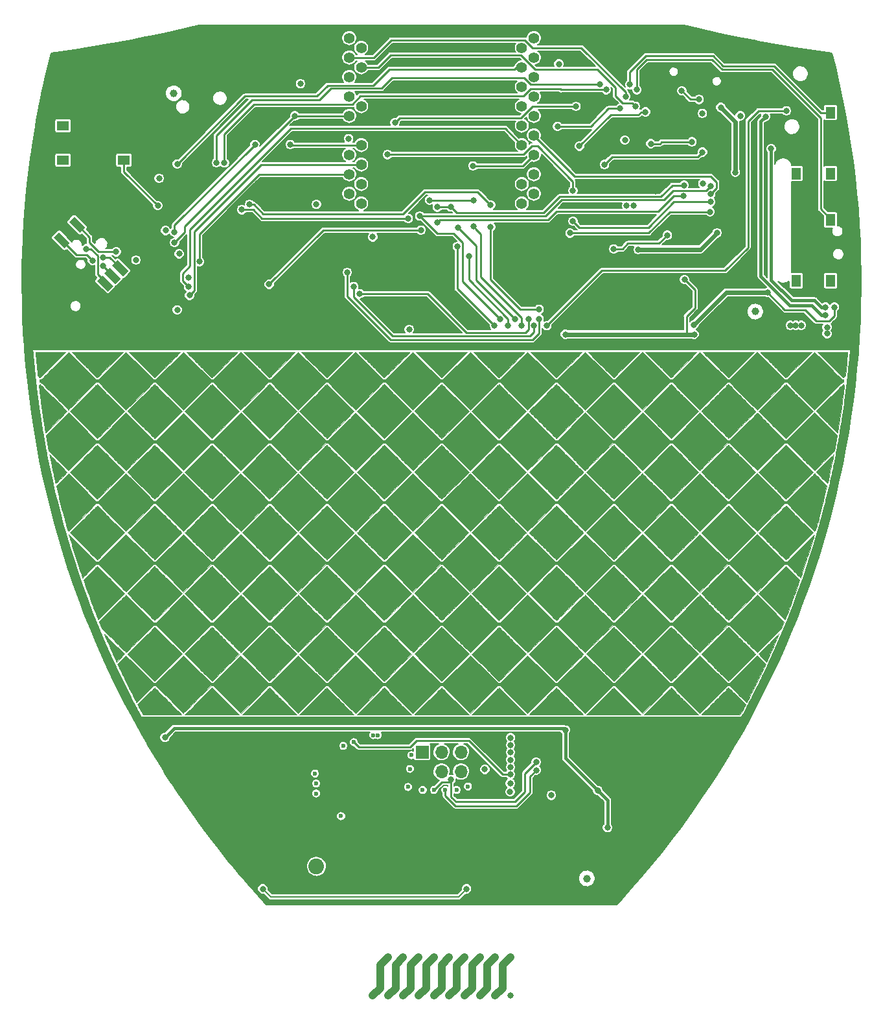
<source format=gbr>
G04 #@! TF.GenerationSoftware,KiCad,Pcbnew,5.99.0-unknown-r17145-8bd2765f*
G04 #@! TF.CreationDate,2019-12-03T04:13:11+08:00*
G04 #@! TF.ProjectId,tr20,74723230-2e6b-4696-9361-645f70636258,rev?*
G04 #@! TF.SameCoordinates,Original*
G04 #@! TF.FileFunction,Copper,L1,Top*
G04 #@! TF.FilePolarity,Positive*
%FSLAX46Y46*%
G04 Gerber Fmt 4.6, Leading zero omitted, Abs format (unit mm)*
G04 Created by KiCad (PCBNEW 5.99.0-unknown-r17145-8bd2765f) date 2019-12-03 04:13:11*
%MOMM*%
%LPD*%
G04 APERTURE LIST*
%ADD10C,0.010000*%
%ADD11C,1.000000*%
%ADD12R,1.550000X1.300000*%
%ADD13R,1.300000X1.550000*%
%ADD14C,2.050000*%
%ADD15C,2.250000*%
%ADD16C,1.000000*%
%ADD17O,1.700000X1.700000*%
%ADD18R,1.700000X1.700000*%
%ADD19C,0.800000*%
%ADD20C,1.400000*%
%ADD21C,0.600000*%
%ADD22C,0.500000*%
%ADD23C,0.250000*%
%ADD24C,0.300000*%
%ADD25C,0.200000*%
%ADD26C,0.450000*%
%ADD27C,0.600000*%
%ADD28C,0.400000*%
G04 APERTURE END LIST*
G36*
X51441802Y91708749D02*
G01*
X51740673Y91708472D01*
X52001869Y91707970D01*
X52227717Y91707207D01*
X52420546Y91706151D01*
X52582684Y91704767D01*
X52716460Y91703021D01*
X52824203Y91700880D01*
X52908241Y91698308D01*
X52970902Y91695273D01*
X53014516Y91691740D01*
X53041410Y91687676D01*
X53053912Y91683046D01*
X53055500Y91680342D01*
X53053622Y91655028D01*
X53048191Y91590989D01*
X53039516Y91491654D01*
X53027902Y91360457D01*
X53013658Y91200828D01*
X52997089Y91016199D01*
X52978502Y90810001D01*
X52958205Y90585666D01*
X52936505Y90346624D01*
X52918837Y90152548D01*
X52782173Y88653245D01*
X52649573Y88519456D01*
X52588084Y88459745D01*
X52536345Y88413771D01*
X52502359Y88388466D01*
X52495144Y88385666D01*
X52477577Y88400338D01*
X52432052Y88443083D01*
X52360498Y88511994D01*
X52264849Y88605166D01*
X52147033Y88720692D01*
X52008983Y88856668D01*
X51852630Y89011185D01*
X51679903Y89182339D01*
X51492736Y89368224D01*
X51293057Y89566933D01*
X51082799Y89776560D01*
X50863892Y89995199D01*
X50811834Y90047250D01*
X49150351Y91708833D01*
X51102926Y91708833D01*
X51441802Y91708749D01*
G37*
D10*
X51441802Y91708749D02*
X51740673Y91708472D01*
X52001869Y91707970D01*
X52227717Y91707207D01*
X52420546Y91706151D01*
X52582684Y91704767D01*
X52716460Y91703021D01*
X52824203Y91700880D01*
X52908241Y91698308D01*
X52970902Y91695273D01*
X53014516Y91691740D01*
X53041410Y91687676D01*
X53053912Y91683046D01*
X53055500Y91680342D01*
X53053622Y91655028D01*
X53048191Y91590989D01*
X53039516Y91491654D01*
X53027902Y91360457D01*
X53013658Y91200828D01*
X52997089Y91016199D01*
X52978502Y90810001D01*
X52958205Y90585666D01*
X52936505Y90346624D01*
X52918837Y90152548D01*
X52782173Y88653245D01*
X52649573Y88519456D01*
X52588084Y88459745D01*
X52536345Y88413771D01*
X52502359Y88388466D01*
X52495144Y88385666D01*
X52477577Y88400338D01*
X52432052Y88443083D01*
X52360498Y88511994D01*
X52264849Y88605166D01*
X52147033Y88720692D01*
X52008983Y88856668D01*
X51852630Y89011185D01*
X51679903Y89182339D01*
X51492736Y89368224D01*
X51293057Y89566933D01*
X51082799Y89776560D01*
X50863892Y89995199D01*
X50811834Y90047250D01*
X49150351Y91708833D01*
X51102926Y91708833D01*
X51441802Y91708749D01*
G36*
X46684334Y90047250D02*
G01*
X46463659Y89826771D01*
X46251155Y89614861D01*
X46048753Y89413427D01*
X45858388Y89224374D01*
X45681992Y89049610D01*
X45521500Y88891041D01*
X45378844Y88750573D01*
X45255957Y88630112D01*
X45154774Y88531565D01*
X45077228Y88456838D01*
X45025251Y88407839D01*
X45000778Y88386472D01*
X44999235Y88385666D01*
X44981367Y88400288D01*
X44935457Y88442881D01*
X44863453Y88511537D01*
X44767304Y88604350D01*
X44648958Y88719411D01*
X44510363Y88854814D01*
X44353466Y89008650D01*
X44180216Y89179014D01*
X43992561Y89363996D01*
X43792449Y89561689D01*
X43581828Y89770187D01*
X43362647Y89987581D01*
X43321726Y90028213D01*
X43101432Y90247165D01*
X42889742Y90457897D01*
X42688574Y90658481D01*
X42499848Y90846987D01*
X42325485Y91021487D01*
X42167404Y91180052D01*
X42027525Y91320754D01*
X41907768Y91441664D01*
X41810051Y91540853D01*
X41736296Y91616393D01*
X41688421Y91666355D01*
X41668347Y91688811D01*
X41667834Y91689796D01*
X41688710Y91692147D01*
X41750181Y91694385D01*
X41850507Y91696500D01*
X41987950Y91698483D01*
X42160769Y91700323D01*
X42367227Y91702011D01*
X42605583Y91703536D01*
X42874100Y91704889D01*
X43171038Y91706060D01*
X43494658Y91707038D01*
X43843221Y91707815D01*
X44214988Y91708379D01*
X44608220Y91708722D01*
X45006825Y91708833D01*
X48345816Y91708833D01*
X46684334Y90047250D01*
G37*
X46684334Y90047250D02*
X46463659Y89826771D01*
X46251155Y89614861D01*
X46048753Y89413427D01*
X45858388Y89224374D01*
X45681992Y89049610D01*
X45521500Y88891041D01*
X45378844Y88750573D01*
X45255957Y88630112D01*
X45154774Y88531565D01*
X45077228Y88456838D01*
X45025251Y88407839D01*
X45000778Y88386472D01*
X44999235Y88385666D01*
X44981367Y88400288D01*
X44935457Y88442881D01*
X44863453Y88511537D01*
X44767304Y88604350D01*
X44648958Y88719411D01*
X44510363Y88854814D01*
X44353466Y89008650D01*
X44180216Y89179014D01*
X43992561Y89363996D01*
X43792449Y89561689D01*
X43581828Y89770187D01*
X43362647Y89987581D01*
X43321726Y90028213D01*
X43101432Y90247165D01*
X42889742Y90457897D01*
X42688574Y90658481D01*
X42499848Y90846987D01*
X42325485Y91021487D01*
X42167404Y91180052D01*
X42027525Y91320754D01*
X41907768Y91441664D01*
X41810051Y91540853D01*
X41736296Y91616393D01*
X41688421Y91666355D01*
X41668347Y91688811D01*
X41667834Y91689796D01*
X41688710Y91692147D01*
X41750181Y91694385D01*
X41850507Y91696500D01*
X41987950Y91698483D01*
X42160769Y91700323D01*
X42367227Y91702011D01*
X42605583Y91703536D01*
X42874100Y91704889D01*
X43171038Y91706060D01*
X43494658Y91707038D01*
X43843221Y91707815D01*
X44214988Y91708379D01*
X44608220Y91708722D01*
X45006825Y91708833D01*
X48345816Y91708833D01*
X46684334Y90047250D01*
G36*
X37869553Y91708734D02*
G01*
X38229437Y91708442D01*
X38575391Y91707969D01*
X38905152Y91707326D01*
X39216459Y91706523D01*
X39507051Y91705572D01*
X39774665Y91704482D01*
X40017041Y91703266D01*
X40231916Y91701934D01*
X40417030Y91700496D01*
X40570119Y91698963D01*
X40688924Y91697348D01*
X40771181Y91695659D01*
X40814630Y91693908D01*
X40821167Y91692907D01*
X40806483Y91674795D01*
X40763996Y91629297D01*
X40696049Y91558748D01*
X40604988Y91465479D01*
X40493156Y91351825D01*
X40362898Y91220119D01*
X40216559Y91072694D01*
X40056483Y90911882D01*
X39885015Y90740018D01*
X39704500Y90559434D01*
X39517281Y90372464D01*
X39325703Y90181441D01*
X39132111Y89988698D01*
X38938850Y89796568D01*
X38748263Y89607385D01*
X38562696Y89423481D01*
X38384492Y89247191D01*
X38215997Y89080846D01*
X38059555Y88926781D01*
X37917510Y88787329D01*
X37792207Y88664822D01*
X37685991Y88561594D01*
X37601206Y88479979D01*
X37540196Y88422309D01*
X37505306Y88390917D01*
X37497899Y88385666D01*
X37478985Y88400347D01*
X37432157Y88443109D01*
X37359368Y88512036D01*
X37262573Y88605212D01*
X37143724Y88720718D01*
X37004777Y88856637D01*
X36847685Y89011053D01*
X36674402Y89182048D01*
X36486883Y89367705D01*
X36287081Y89566107D01*
X36076950Y89775337D01*
X35858445Y89993478D01*
X35820491Y90031425D01*
X35601152Y90250919D01*
X35390385Y90462109D01*
X35190106Y90663063D01*
X35002227Y90851848D01*
X34828663Y91026532D01*
X34671328Y91185183D01*
X34532136Y91325867D01*
X34413000Y91446653D01*
X34315835Y91545608D01*
X34242554Y91620800D01*
X34195071Y91670295D01*
X34175301Y91692162D01*
X34174834Y91693009D01*
X34195623Y91694778D01*
X34256485Y91696492D01*
X34355156Y91698139D01*
X34489376Y91699709D01*
X34656883Y91701192D01*
X34855415Y91702576D01*
X35082710Y91703850D01*
X35336507Y91705004D01*
X35614545Y91706027D01*
X35914561Y91706909D01*
X36234295Y91707638D01*
X36571483Y91708203D01*
X36923866Y91708595D01*
X37289181Y91708802D01*
X37498000Y91708833D01*
X37869553Y91708734D01*
G37*
X37869553Y91708734D02*
X38229437Y91708442D01*
X38575391Y91707969D01*
X38905152Y91707326D01*
X39216459Y91706523D01*
X39507051Y91705572D01*
X39774665Y91704482D01*
X40017041Y91703266D01*
X40231916Y91701934D01*
X40417030Y91700496D01*
X40570119Y91698963D01*
X40688924Y91697348D01*
X40771181Y91695659D01*
X40814630Y91693908D01*
X40821167Y91692907D01*
X40806483Y91674795D01*
X40763996Y91629297D01*
X40696049Y91558748D01*
X40604988Y91465479D01*
X40493156Y91351825D01*
X40362898Y91220119D01*
X40216559Y91072694D01*
X40056483Y90911882D01*
X39885015Y90740018D01*
X39704500Y90559434D01*
X39517281Y90372464D01*
X39325703Y90181441D01*
X39132111Y89988698D01*
X38938850Y89796568D01*
X38748263Y89607385D01*
X38562696Y89423481D01*
X38384492Y89247191D01*
X38215997Y89080846D01*
X38059555Y88926781D01*
X37917510Y88787329D01*
X37792207Y88664822D01*
X37685991Y88561594D01*
X37601206Y88479979D01*
X37540196Y88422309D01*
X37505306Y88390917D01*
X37497899Y88385666D01*
X37478985Y88400347D01*
X37432157Y88443109D01*
X37359368Y88512036D01*
X37262573Y88605212D01*
X37143724Y88720718D01*
X37004777Y88856637D01*
X36847685Y89011053D01*
X36674402Y89182048D01*
X36486883Y89367705D01*
X36287081Y89566107D01*
X36076950Y89775337D01*
X35858445Y89993478D01*
X35820491Y90031425D01*
X35601152Y90250919D01*
X35390385Y90462109D01*
X35190106Y90663063D01*
X35002227Y90851848D01*
X34828663Y91026532D01*
X34671328Y91185183D01*
X34532136Y91325867D01*
X34413000Y91446653D01*
X34315835Y91545608D01*
X34242554Y91620800D01*
X34195071Y91670295D01*
X34175301Y91692162D01*
X34174834Y91693009D01*
X34195623Y91694778D01*
X34256485Y91696492D01*
X34355156Y91698139D01*
X34489376Y91699709D01*
X34656883Y91701192D01*
X34855415Y91702576D01*
X35082710Y91703850D01*
X35336507Y91705004D01*
X35614545Y91706027D01*
X35914561Y91706909D01*
X36234295Y91707638D01*
X36571483Y91708203D01*
X36923866Y91708595D01*
X37289181Y91708802D01*
X37498000Y91708833D01*
X37869553Y91708734D01*
G36*
X31677167Y90047250D02*
G01*
X31456530Y89826788D01*
X31244102Y89614893D01*
X31041811Y89413473D01*
X30851589Y89224431D01*
X30675365Y89049676D01*
X30515070Y88891111D01*
X30372634Y88750644D01*
X30249987Y88630181D01*
X30149060Y88531626D01*
X30071782Y88456887D01*
X30020084Y88407869D01*
X29995895Y88386478D01*
X29994417Y88385666D01*
X29976925Y88400338D01*
X29931472Y88443081D01*
X29859989Y88511989D01*
X29764407Y88605158D01*
X29646654Y88720681D01*
X29508663Y88856651D01*
X29352361Y89011164D01*
X29179681Y89182312D01*
X28992552Y89368191D01*
X28792905Y89566894D01*
X28582669Y89776516D01*
X28363775Y89995149D01*
X28311667Y90047250D01*
X26650185Y91708833D01*
X33338649Y91708833D01*
X31677167Y90047250D01*
G37*
X31677167Y90047250D02*
X31456530Y89826788D01*
X31244102Y89614893D01*
X31041811Y89413473D01*
X30851589Y89224431D01*
X30675365Y89049676D01*
X30515070Y88891111D01*
X30372634Y88750644D01*
X30249987Y88630181D01*
X30149060Y88531626D01*
X30071782Y88456887D01*
X30020084Y88407869D01*
X29995895Y88386478D01*
X29994417Y88385666D01*
X29976925Y88400338D01*
X29931472Y88443081D01*
X29859989Y88511989D01*
X29764407Y88605158D01*
X29646654Y88720681D01*
X29508663Y88856651D01*
X29352361Y89011164D01*
X29179681Y89182312D01*
X28992552Y89368191D01*
X28792905Y89566894D01*
X28582669Y89776516D01*
X28363775Y89995149D01*
X28311667Y90047250D01*
X26650185Y91708833D01*
X33338649Y91708833D01*
X31677167Y90047250D01*
G36*
X24184167Y90047250D02*
G01*
X23963530Y89826788D01*
X23751102Y89614893D01*
X23548811Y89413473D01*
X23358589Y89224431D01*
X23182365Y89049676D01*
X23022070Y88891111D01*
X22879634Y88750644D01*
X22756987Y88630181D01*
X22656060Y88531626D01*
X22578782Y88456887D01*
X22527084Y88407869D01*
X22502895Y88386478D01*
X22501417Y88385666D01*
X22483925Y88400338D01*
X22438472Y88443081D01*
X22366989Y88511989D01*
X22271407Y88605158D01*
X22153654Y88720681D01*
X22015663Y88856651D01*
X21859361Y89011164D01*
X21686681Y89182312D01*
X21499552Y89368191D01*
X21299905Y89566894D01*
X21089669Y89776516D01*
X20870775Y89995149D01*
X20818667Y90047250D01*
X19157185Y91708833D01*
X25845649Y91708833D01*
X24184167Y90047250D01*
G37*
X24184167Y90047250D02*
X23963530Y89826788D01*
X23751102Y89614893D01*
X23548811Y89413473D01*
X23358589Y89224431D01*
X23182365Y89049676D01*
X23022070Y88891111D01*
X22879634Y88750644D01*
X22756987Y88630181D01*
X22656060Y88531626D01*
X22578782Y88456887D01*
X22527084Y88407869D01*
X22502895Y88386478D01*
X22501417Y88385666D01*
X22483925Y88400338D01*
X22438472Y88443081D01*
X22366989Y88511989D01*
X22271407Y88605158D01*
X22153654Y88720681D01*
X22015663Y88856651D01*
X21859361Y89011164D01*
X21686681Y89182312D01*
X21499552Y89368191D01*
X21299905Y89566894D01*
X21089669Y89776516D01*
X20870775Y89995149D01*
X20818667Y90047250D01*
X19157185Y91708833D01*
X25845649Y91708833D01*
X24184167Y90047250D01*
G36*
X15369387Y91708734D02*
G01*
X15729271Y91708442D01*
X16075224Y91707969D01*
X16404985Y91707326D01*
X16716292Y91706523D01*
X17006884Y91705572D01*
X17274499Y91704482D01*
X17516874Y91703266D01*
X17731750Y91701934D01*
X17916863Y91700496D01*
X18069953Y91698963D01*
X18188757Y91697348D01*
X18271014Y91695659D01*
X18314463Y91693908D01*
X18321000Y91692907D01*
X18306317Y91674795D01*
X18263829Y91629297D01*
X18195883Y91558748D01*
X18104821Y91465479D01*
X17992989Y91351825D01*
X17862732Y91220119D01*
X17716393Y91072694D01*
X17556317Y90911882D01*
X17384849Y90740018D01*
X17204333Y90559434D01*
X17017114Y90372464D01*
X16825536Y90181441D01*
X16631944Y89988698D01*
X16438683Y89796568D01*
X16248096Y89607385D01*
X16062529Y89423481D01*
X15884325Y89247191D01*
X15715830Y89080846D01*
X15559388Y88926781D01*
X15417343Y88787329D01*
X15292041Y88664822D01*
X15185824Y88561594D01*
X15101039Y88479979D01*
X15040029Y88422309D01*
X15005139Y88390917D01*
X14997732Y88385666D01*
X14978819Y88400347D01*
X14931991Y88443109D01*
X14859202Y88512036D01*
X14762406Y88605212D01*
X14643557Y88720718D01*
X14504610Y88856637D01*
X14347518Y89011053D01*
X14174235Y89182048D01*
X13986716Y89367705D01*
X13786914Y89566107D01*
X13576783Y89775337D01*
X13358278Y89993478D01*
X13320324Y90031425D01*
X13100985Y90250919D01*
X12890219Y90462109D01*
X12689939Y90663063D01*
X12502061Y90851848D01*
X12328497Y91026532D01*
X12171162Y91185183D01*
X12031969Y91325867D01*
X11912833Y91446653D01*
X11815668Y91545608D01*
X11742387Y91620800D01*
X11694905Y91670295D01*
X11675135Y91692162D01*
X11674667Y91693009D01*
X11695457Y91694778D01*
X11756318Y91696492D01*
X11854989Y91698139D01*
X11989209Y91699709D01*
X12156716Y91701192D01*
X12355248Y91702576D01*
X12582543Y91703850D01*
X12836341Y91705004D01*
X13114378Y91706027D01*
X13414395Y91706909D01*
X13734128Y91707638D01*
X14071317Y91708203D01*
X14423699Y91708595D01*
X14789014Y91708802D01*
X14997834Y91708833D01*
X15369387Y91708734D01*
G37*
X15369387Y91708734D02*
X15729271Y91708442D01*
X16075224Y91707969D01*
X16404985Y91707326D01*
X16716292Y91706523D01*
X17006884Y91705572D01*
X17274499Y91704482D01*
X17516874Y91703266D01*
X17731750Y91701934D01*
X17916863Y91700496D01*
X18069953Y91698963D01*
X18188757Y91697348D01*
X18271014Y91695659D01*
X18314463Y91693908D01*
X18321000Y91692907D01*
X18306317Y91674795D01*
X18263829Y91629297D01*
X18195883Y91558748D01*
X18104821Y91465479D01*
X17992989Y91351825D01*
X17862732Y91220119D01*
X17716393Y91072694D01*
X17556317Y90911882D01*
X17384849Y90740018D01*
X17204333Y90559434D01*
X17017114Y90372464D01*
X16825536Y90181441D01*
X16631944Y89988698D01*
X16438683Y89796568D01*
X16248096Y89607385D01*
X16062529Y89423481D01*
X15884325Y89247191D01*
X15715830Y89080846D01*
X15559388Y88926781D01*
X15417343Y88787329D01*
X15292041Y88664822D01*
X15185824Y88561594D01*
X15101039Y88479979D01*
X15040029Y88422309D01*
X15005139Y88390917D01*
X14997732Y88385666D01*
X14978819Y88400347D01*
X14931991Y88443109D01*
X14859202Y88512036D01*
X14762406Y88605212D01*
X14643557Y88720718D01*
X14504610Y88856637D01*
X14347518Y89011053D01*
X14174235Y89182048D01*
X13986716Y89367705D01*
X13786914Y89566107D01*
X13576783Y89775337D01*
X13358278Y89993478D01*
X13320324Y90031425D01*
X13100985Y90250919D01*
X12890219Y90462109D01*
X12689939Y90663063D01*
X12502061Y90851848D01*
X12328497Y91026532D01*
X12171162Y91185183D01*
X12031969Y91325867D01*
X11912833Y91446653D01*
X11815668Y91545608D01*
X11742387Y91620800D01*
X11694905Y91670295D01*
X11675135Y91692162D01*
X11674667Y91693009D01*
X11695457Y91694778D01*
X11756318Y91696492D01*
X11854989Y91698139D01*
X11989209Y91699709D01*
X12156716Y91701192D01*
X12355248Y91702576D01*
X12582543Y91703850D01*
X12836341Y91705004D01*
X13114378Y91706027D01*
X13414395Y91706909D01*
X13734128Y91707638D01*
X14071317Y91708203D01*
X14423699Y91708595D01*
X14789014Y91708802D01*
X14997834Y91708833D01*
X15369387Y91708734D01*
G36*
X7915393Y91708712D02*
G01*
X8318987Y91708354D01*
X8698259Y91707768D01*
X9051677Y91706964D01*
X9377708Y91705950D01*
X9674819Y91704734D01*
X9941478Y91703327D01*
X10176152Y91701736D01*
X10377309Y91699970D01*
X10543417Y91698040D01*
X10672943Y91695952D01*
X10764354Y91693717D01*
X10816117Y91691343D01*
X10828000Y91689470D01*
X10813297Y91671864D01*
X10770751Y91626905D01*
X10702709Y91556919D01*
X10611516Y91464231D01*
X10499518Y91351165D01*
X10369060Y91220048D01*
X10222489Y91073204D01*
X10062150Y90912959D01*
X9890389Y90741638D01*
X9709551Y90561566D01*
X9521983Y90375068D01*
X9330030Y90184470D01*
X9136038Y89992097D01*
X8942353Y89800274D01*
X8751320Y89611327D01*
X8565286Y89427581D01*
X8386595Y89251360D01*
X8217595Y89084990D01*
X8060630Y88930797D01*
X7918046Y88791106D01*
X7792189Y88668241D01*
X7685405Y88564529D01*
X7600040Y88482293D01*
X7538439Y88423861D01*
X7502948Y88391556D01*
X7495043Y88385666D01*
X7477445Y88400338D01*
X7431889Y88443084D01*
X7360306Y88511996D01*
X7264629Y88605169D01*
X7146788Y88720697D01*
X7008714Y88856674D01*
X6852338Y89011194D01*
X6679593Y89182350D01*
X6492409Y89368237D01*
X6292718Y89566948D01*
X6082450Y89776578D01*
X5863538Y89995220D01*
X5811500Y90047250D01*
X4150018Y91708833D01*
X7489009Y91708833D01*
X7915393Y91708712D01*
G37*
X7915393Y91708712D02*
X8318987Y91708354D01*
X8698259Y91707768D01*
X9051677Y91706964D01*
X9377708Y91705950D01*
X9674819Y91704734D01*
X9941478Y91703327D01*
X10176152Y91701736D01*
X10377309Y91699970D01*
X10543417Y91698040D01*
X10672943Y91695952D01*
X10764354Y91693717D01*
X10816117Y91691343D01*
X10828000Y91689470D01*
X10813297Y91671864D01*
X10770751Y91626905D01*
X10702709Y91556919D01*
X10611516Y91464231D01*
X10499518Y91351165D01*
X10369060Y91220048D01*
X10222489Y91073204D01*
X10062150Y90912959D01*
X9890389Y90741638D01*
X9709551Y90561566D01*
X9521983Y90375068D01*
X9330030Y90184470D01*
X9136038Y89992097D01*
X8942353Y89800274D01*
X8751320Y89611327D01*
X8565286Y89427581D01*
X8386595Y89251360D01*
X8217595Y89084990D01*
X8060630Y88930797D01*
X7918046Y88791106D01*
X7792189Y88668241D01*
X7685405Y88564529D01*
X7600040Y88482293D01*
X7538439Y88423861D01*
X7502948Y88391556D01*
X7495043Y88385666D01*
X7477445Y88400338D01*
X7431889Y88443084D01*
X7360306Y88511996D01*
X7264629Y88605169D01*
X7146788Y88720697D01*
X7008714Y88856674D01*
X6852338Y89011194D01*
X6679593Y89182350D01*
X6492409Y89368237D01*
X6292718Y89566948D01*
X6082450Y89776578D01*
X5863538Y89995220D01*
X5811500Y90047250D01*
X4150018Y91708833D01*
X7489009Y91708833D01*
X7915393Y91708712D01*
G36*
X1684000Y90047250D02*
G01*
X1463364Y89826788D01*
X1250935Y89614893D01*
X1048645Y89413473D01*
X858422Y89224431D01*
X682199Y89049676D01*
X521904Y88891111D01*
X379467Y88750644D01*
X256821Y88630181D01*
X155893Y88531626D01*
X78615Y88456887D01*
X26917Y88407869D01*
X2729Y88386478D01*
X1250Y88385666D01*
X-16242Y88400338D01*
X-61695Y88443081D01*
X-133177Y88511989D01*
X-228760Y88605158D01*
X-346512Y88720681D01*
X-484504Y88856651D01*
X-640805Y89011164D01*
X-813485Y89182312D01*
X-1000614Y89368191D01*
X-1200262Y89566894D01*
X-1410498Y89776516D01*
X-1629392Y89995149D01*
X-1681500Y90047250D01*
X-3342982Y91708833D01*
X3345482Y91708833D01*
X1684000Y90047250D01*
G37*
X1684000Y90047250D02*
X1463364Y89826788D01*
X1250935Y89614893D01*
X1048645Y89413473D01*
X858422Y89224431D01*
X682199Y89049676D01*
X521904Y88891111D01*
X379467Y88750644D01*
X256821Y88630181D01*
X155893Y88531626D01*
X78615Y88456887D01*
X26917Y88407869D01*
X2729Y88386478D01*
X1250Y88385666D01*
X-16242Y88400338D01*
X-61695Y88443081D01*
X-133177Y88511989D01*
X-228760Y88605158D01*
X-346512Y88720681D01*
X-484504Y88856651D01*
X-640805Y89011164D01*
X-813485Y89182312D01*
X-1000614Y89368191D01*
X-1200262Y89566894D01*
X-1410498Y89776516D01*
X-1629392Y89995149D01*
X-1681500Y90047250D01*
X-3342982Y91708833D01*
X3345482Y91708833D01*
X1684000Y90047250D01*
G36*
X-7130780Y91708734D02*
G01*
X-6770896Y91708442D01*
X-6424943Y91707969D01*
X-6095181Y91707326D01*
X-5783874Y91706523D01*
X-5493282Y91705572D01*
X-5225668Y91704482D01*
X-4983292Y91703266D01*
X-4768417Y91701934D01*
X-4583304Y91700496D01*
X-4430214Y91698963D01*
X-4311410Y91697348D01*
X-4229152Y91695659D01*
X-4185703Y91693908D01*
X-4179166Y91692907D01*
X-4193850Y91674795D01*
X-4236337Y91629297D01*
X-4304284Y91558748D01*
X-4395346Y91465479D01*
X-4507177Y91351825D01*
X-4637435Y91220119D01*
X-4783774Y91072694D01*
X-4943850Y90911882D01*
X-5115318Y90740018D01*
X-5295834Y90559434D01*
X-5483053Y90372464D01*
X-5674630Y90181441D01*
X-5868222Y89988698D01*
X-6061484Y89796568D01*
X-6252070Y89607385D01*
X-6437638Y89423481D01*
X-6615841Y89247191D01*
X-6784336Y89080846D01*
X-6940779Y88926781D01*
X-7082823Y88787329D01*
X-7208126Y88664822D01*
X-7314342Y88561594D01*
X-7399128Y88479979D01*
X-7460137Y88422309D01*
X-7495027Y88390917D01*
X-7502435Y88385666D01*
X-7521348Y88400347D01*
X-7568176Y88443109D01*
X-7640965Y88512036D01*
X-7737761Y88605212D01*
X-7856609Y88720718D01*
X-7995557Y88856637D01*
X-8152649Y89011053D01*
X-8325931Y89182048D01*
X-8513451Y89367705D01*
X-8713253Y89566107D01*
X-8923383Y89775337D01*
X-9141888Y89993478D01*
X-9179842Y90031425D01*
X-9399182Y90250919D01*
X-9609948Y90462109D01*
X-9810227Y90663063D01*
X-9998106Y90851848D01*
X-10171670Y91026532D01*
X-10329005Y91185183D01*
X-10468198Y91325867D01*
X-10587333Y91446653D01*
X-10684499Y91545608D01*
X-10757780Y91620800D01*
X-10805262Y91670295D01*
X-10825032Y91692162D01*
X-10825500Y91693009D01*
X-10804710Y91694778D01*
X-10743849Y91696492D01*
X-10645177Y91698139D01*
X-10510957Y91699709D01*
X-10343451Y91701192D01*
X-10144919Y91702576D01*
X-9917623Y91703850D01*
X-9663826Y91705004D01*
X-9385788Y91706027D01*
X-9085772Y91706909D01*
X-8766039Y91707638D01*
X-8428850Y91708203D01*
X-8076467Y91708595D01*
X-7711153Y91708802D01*
X-7502333Y91708833D01*
X-7130780Y91708734D01*
G37*
X-7130780Y91708734D02*
X-6770896Y91708442D01*
X-6424943Y91707969D01*
X-6095181Y91707326D01*
X-5783874Y91706523D01*
X-5493282Y91705572D01*
X-5225668Y91704482D01*
X-4983292Y91703266D01*
X-4768417Y91701934D01*
X-4583304Y91700496D01*
X-4430214Y91698963D01*
X-4311410Y91697348D01*
X-4229152Y91695659D01*
X-4185703Y91693908D01*
X-4179166Y91692907D01*
X-4193850Y91674795D01*
X-4236337Y91629297D01*
X-4304284Y91558748D01*
X-4395346Y91465479D01*
X-4507177Y91351825D01*
X-4637435Y91220119D01*
X-4783774Y91072694D01*
X-4943850Y90911882D01*
X-5115318Y90740018D01*
X-5295834Y90559434D01*
X-5483053Y90372464D01*
X-5674630Y90181441D01*
X-5868222Y89988698D01*
X-6061484Y89796568D01*
X-6252070Y89607385D01*
X-6437638Y89423481D01*
X-6615841Y89247191D01*
X-6784336Y89080846D01*
X-6940779Y88926781D01*
X-7082823Y88787329D01*
X-7208126Y88664822D01*
X-7314342Y88561594D01*
X-7399128Y88479979D01*
X-7460137Y88422309D01*
X-7495027Y88390917D01*
X-7502435Y88385666D01*
X-7521348Y88400347D01*
X-7568176Y88443109D01*
X-7640965Y88512036D01*
X-7737761Y88605212D01*
X-7856609Y88720718D01*
X-7995557Y88856637D01*
X-8152649Y89011053D01*
X-8325931Y89182048D01*
X-8513451Y89367705D01*
X-8713253Y89566107D01*
X-8923383Y89775337D01*
X-9141888Y89993478D01*
X-9179842Y90031425D01*
X-9399182Y90250919D01*
X-9609948Y90462109D01*
X-9810227Y90663063D01*
X-9998106Y90851848D01*
X-10171670Y91026532D01*
X-10329005Y91185183D01*
X-10468198Y91325867D01*
X-10587333Y91446653D01*
X-10684499Y91545608D01*
X-10757780Y91620800D01*
X-10805262Y91670295D01*
X-10825032Y91692162D01*
X-10825500Y91693009D01*
X-10804710Y91694778D01*
X-10743849Y91696492D01*
X-10645177Y91698139D01*
X-10510957Y91699709D01*
X-10343451Y91701192D01*
X-10144919Y91702576D01*
X-9917623Y91703850D01*
X-9663826Y91705004D01*
X-9385788Y91706027D01*
X-9085772Y91706909D01*
X-8766039Y91707638D01*
X-8428850Y91708203D01*
X-8076467Y91708595D01*
X-7711153Y91708802D01*
X-7502333Y91708833D01*
X-7130780Y91708734D01*
G36*
X-14638708Y91708734D02*
G01*
X-14277922Y91708444D01*
X-13931056Y91707973D01*
X-13600366Y91707333D01*
X-13288108Y91706533D01*
X-12996540Y91705586D01*
X-12727916Y91704501D01*
X-12484493Y91703290D01*
X-12268528Y91701963D01*
X-12082277Y91700531D01*
X-11927996Y91699005D01*
X-11807941Y91697395D01*
X-11724368Y91695712D01*
X-11679534Y91693967D01*
X-11672166Y91692907D01*
X-11686850Y91674795D01*
X-11729337Y91629297D01*
X-11797284Y91558748D01*
X-11888346Y91465479D01*
X-12000177Y91351825D01*
X-12130435Y91220119D01*
X-12276774Y91072694D01*
X-12436850Y90911882D01*
X-12608318Y90740018D01*
X-12788834Y90559434D01*
X-12976053Y90372464D01*
X-13167630Y90181441D01*
X-13361222Y89988698D01*
X-13554484Y89796568D01*
X-13745070Y89607385D01*
X-13930638Y89423481D01*
X-14108841Y89247191D01*
X-14277336Y89080846D01*
X-14433778Y88926781D01*
X-14575823Y88787329D01*
X-14701126Y88664822D01*
X-14807342Y88561594D01*
X-14892127Y88479979D01*
X-14953137Y88422309D01*
X-14988027Y88390917D01*
X-14995434Y88385666D01*
X-15014329Y88400348D01*
X-15061149Y88443120D01*
X-15133949Y88512075D01*
X-15230787Y88605305D01*
X-15349716Y88720902D01*
X-15488794Y88856957D01*
X-15646076Y89011564D01*
X-15819617Y89182814D01*
X-16007473Y89368799D01*
X-16207700Y89567611D01*
X-16418354Y89777343D01*
X-16637490Y89996085D01*
X-16688666Y90047250D01*
X-18350149Y91708833D01*
X-15011158Y91708833D01*
X-14638708Y91708734D01*
G37*
X-14638708Y91708734D02*
X-14277922Y91708444D01*
X-13931056Y91707973D01*
X-13600366Y91707333D01*
X-13288108Y91706533D01*
X-12996540Y91705586D01*
X-12727916Y91704501D01*
X-12484493Y91703290D01*
X-12268528Y91701963D01*
X-12082277Y91700531D01*
X-11927996Y91699005D01*
X-11807941Y91697395D01*
X-11724368Y91695712D01*
X-11679534Y91693967D01*
X-11672166Y91692907D01*
X-11686850Y91674795D01*
X-11729337Y91629297D01*
X-11797284Y91558748D01*
X-11888346Y91465479D01*
X-12000177Y91351825D01*
X-12130435Y91220119D01*
X-12276774Y91072694D01*
X-12436850Y90911882D01*
X-12608318Y90740018D01*
X-12788834Y90559434D01*
X-12976053Y90372464D01*
X-13167630Y90181441D01*
X-13361222Y89988698D01*
X-13554484Y89796568D01*
X-13745070Y89607385D01*
X-13930638Y89423481D01*
X-14108841Y89247191D01*
X-14277336Y89080846D01*
X-14433778Y88926781D01*
X-14575823Y88787329D01*
X-14701126Y88664822D01*
X-14807342Y88561594D01*
X-14892127Y88479979D01*
X-14953137Y88422309D01*
X-14988027Y88390917D01*
X-14995434Y88385666D01*
X-15014329Y88400348D01*
X-15061149Y88443120D01*
X-15133949Y88512075D01*
X-15230787Y88605305D01*
X-15349716Y88720902D01*
X-15488794Y88856957D01*
X-15646076Y89011564D01*
X-15819617Y89182814D01*
X-16007473Y89368799D01*
X-16207700Y89567611D01*
X-16418354Y89777343D01*
X-16637490Y89996085D01*
X-16688666Y90047250D01*
X-18350149Y91708833D01*
X-15011158Y91708833D01*
X-14638708Y91708734D01*
G36*
X-20816166Y90047250D02*
G01*
X-21036803Y89826788D01*
X-21249231Y89614893D01*
X-21451522Y89413473D01*
X-21641744Y89224431D01*
X-21817968Y89049676D01*
X-21978263Y88891111D01*
X-22120699Y88750644D01*
X-22243346Y88630181D01*
X-22344274Y88531626D01*
X-22421552Y88456887D01*
X-22473250Y88407869D01*
X-22497438Y88386478D01*
X-22498916Y88385666D01*
X-22516409Y88400338D01*
X-22561861Y88443081D01*
X-22633344Y88511989D01*
X-22728927Y88605158D01*
X-22846679Y88720681D01*
X-22984671Y88856651D01*
X-23140972Y89011164D01*
X-23313652Y89182312D01*
X-23500781Y89368191D01*
X-23700429Y89566894D01*
X-23910665Y89776516D01*
X-24129559Y89995149D01*
X-24181666Y90047250D01*
X-25843149Y91708833D01*
X-19154684Y91708833D01*
X-20816166Y90047250D01*
G37*
X-20816166Y90047250D02*
X-21036803Y89826788D01*
X-21249231Y89614893D01*
X-21451522Y89413473D01*
X-21641744Y89224431D01*
X-21817968Y89049676D01*
X-21978263Y88891111D01*
X-22120699Y88750644D01*
X-22243346Y88630181D01*
X-22344274Y88531626D01*
X-22421552Y88456887D01*
X-22473250Y88407869D01*
X-22497438Y88386478D01*
X-22498916Y88385666D01*
X-22516409Y88400338D01*
X-22561861Y88443081D01*
X-22633344Y88511989D01*
X-22728927Y88605158D01*
X-22846679Y88720681D01*
X-22984671Y88856651D01*
X-23140972Y89011164D01*
X-23313652Y89182312D01*
X-23500781Y89368191D01*
X-23700429Y89566894D01*
X-23910665Y89776516D01*
X-24129559Y89995149D01*
X-24181666Y90047250D01*
X-25843149Y91708833D01*
X-19154684Y91708833D01*
X-20816166Y90047250D01*
G36*
X-29630947Y91708734D02*
G01*
X-29271063Y91708442D01*
X-28925109Y91707969D01*
X-28595348Y91707326D01*
X-28284041Y91706523D01*
X-27993449Y91705572D01*
X-27725835Y91704482D01*
X-27483459Y91703266D01*
X-27268584Y91701934D01*
X-27083470Y91700496D01*
X-26930381Y91698963D01*
X-26811576Y91697348D01*
X-26729319Y91695659D01*
X-26685870Y91693908D01*
X-26679333Y91692907D01*
X-26694017Y91674795D01*
X-26736504Y91629297D01*
X-26804451Y91558748D01*
X-26895512Y91465479D01*
X-27007344Y91351825D01*
X-27137602Y91220119D01*
X-27283941Y91072694D01*
X-27444017Y90911882D01*
X-27615485Y90740018D01*
X-27796000Y90559434D01*
X-27983219Y90372464D01*
X-28174797Y90181441D01*
X-28368389Y89988698D01*
X-28561650Y89796568D01*
X-28752237Y89607385D01*
X-28937804Y89423481D01*
X-29116008Y89247191D01*
X-29284503Y89080846D01*
X-29440945Y88926781D01*
X-29582990Y88787329D01*
X-29708293Y88664822D01*
X-29814509Y88561594D01*
X-29899294Y88479979D01*
X-29960304Y88422309D01*
X-29995194Y88390917D01*
X-30002601Y88385666D01*
X-30021515Y88400347D01*
X-30068343Y88443109D01*
X-30141132Y88512036D01*
X-30237927Y88605212D01*
X-30356776Y88720718D01*
X-30495723Y88856637D01*
X-30652815Y89011053D01*
X-30826098Y89182048D01*
X-31013617Y89367705D01*
X-31213419Y89566107D01*
X-31423550Y89775337D01*
X-31642055Y89993478D01*
X-31680009Y90031425D01*
X-31899348Y90250919D01*
X-32110115Y90462109D01*
X-32310394Y90663063D01*
X-32498273Y90851848D01*
X-32671837Y91026532D01*
X-32829172Y91185183D01*
X-32968364Y91325867D01*
X-33087500Y91446653D01*
X-33184665Y91545608D01*
X-33257946Y91620800D01*
X-33305429Y91670295D01*
X-33325199Y91692162D01*
X-33325666Y91693009D01*
X-33304877Y91694778D01*
X-33244015Y91696492D01*
X-33145344Y91698139D01*
X-33011124Y91699709D01*
X-32843617Y91701192D01*
X-32645085Y91702576D01*
X-32417790Y91703850D01*
X-32163993Y91705004D01*
X-31885955Y91706027D01*
X-31585939Y91706909D01*
X-31266205Y91707638D01*
X-30929017Y91708203D01*
X-30576634Y91708595D01*
X-30211319Y91708802D01*
X-30002500Y91708833D01*
X-29630947Y91708734D01*
G37*
X-29630947Y91708734D02*
X-29271063Y91708442D01*
X-28925109Y91707969D01*
X-28595348Y91707326D01*
X-28284041Y91706523D01*
X-27993449Y91705572D01*
X-27725835Y91704482D01*
X-27483459Y91703266D01*
X-27268584Y91701934D01*
X-27083470Y91700496D01*
X-26930381Y91698963D01*
X-26811576Y91697348D01*
X-26729319Y91695659D01*
X-26685870Y91693908D01*
X-26679333Y91692907D01*
X-26694017Y91674795D01*
X-26736504Y91629297D01*
X-26804451Y91558748D01*
X-26895512Y91465479D01*
X-27007344Y91351825D01*
X-27137602Y91220119D01*
X-27283941Y91072694D01*
X-27444017Y90911882D01*
X-27615485Y90740018D01*
X-27796000Y90559434D01*
X-27983219Y90372464D01*
X-28174797Y90181441D01*
X-28368389Y89988698D01*
X-28561650Y89796568D01*
X-28752237Y89607385D01*
X-28937804Y89423481D01*
X-29116008Y89247191D01*
X-29284503Y89080846D01*
X-29440945Y88926781D01*
X-29582990Y88787329D01*
X-29708293Y88664822D01*
X-29814509Y88561594D01*
X-29899294Y88479979D01*
X-29960304Y88422309D01*
X-29995194Y88390917D01*
X-30002601Y88385666D01*
X-30021515Y88400347D01*
X-30068343Y88443109D01*
X-30141132Y88512036D01*
X-30237927Y88605212D01*
X-30356776Y88720718D01*
X-30495723Y88856637D01*
X-30652815Y89011053D01*
X-30826098Y89182048D01*
X-31013617Y89367705D01*
X-31213419Y89566107D01*
X-31423550Y89775337D01*
X-31642055Y89993478D01*
X-31680009Y90031425D01*
X-31899348Y90250919D01*
X-32110115Y90462109D01*
X-32310394Y90663063D01*
X-32498273Y90851848D01*
X-32671837Y91026532D01*
X-32829172Y91185183D01*
X-32968364Y91325867D01*
X-33087500Y91446653D01*
X-33184665Y91545608D01*
X-33257946Y91620800D01*
X-33305429Y91670295D01*
X-33325199Y91692162D01*
X-33325666Y91693009D01*
X-33304877Y91694778D01*
X-33244015Y91696492D01*
X-33145344Y91698139D01*
X-33011124Y91699709D01*
X-32843617Y91701192D01*
X-32645085Y91702576D01*
X-32417790Y91703850D01*
X-32163993Y91705004D01*
X-31885955Y91706027D01*
X-31585939Y91706909D01*
X-31266205Y91707638D01*
X-30929017Y91708203D01*
X-30576634Y91708595D01*
X-30211319Y91708802D01*
X-30002500Y91708833D01*
X-29630947Y91708734D01*
G36*
X-37123947Y91708734D02*
G01*
X-36764063Y91708442D01*
X-36418109Y91707969D01*
X-36088348Y91707326D01*
X-35777041Y91706523D01*
X-35486449Y91705572D01*
X-35218835Y91704482D01*
X-34976459Y91703266D01*
X-34761584Y91701934D01*
X-34576470Y91700496D01*
X-34423381Y91698963D01*
X-34304576Y91697348D01*
X-34222319Y91695659D01*
X-34178870Y91693908D01*
X-34172333Y91692907D01*
X-34187017Y91674795D01*
X-34229504Y91629297D01*
X-34297451Y91558748D01*
X-34388512Y91465479D01*
X-34500344Y91351825D01*
X-34630602Y91220119D01*
X-34776941Y91072694D01*
X-34937017Y90911882D01*
X-35108485Y90740018D01*
X-35289000Y90559434D01*
X-35476219Y90372464D01*
X-35667797Y90181441D01*
X-35861389Y89988698D01*
X-36054650Y89796568D01*
X-36245237Y89607385D01*
X-36430804Y89423481D01*
X-36609008Y89247191D01*
X-36777503Y89080846D01*
X-36933945Y88926781D01*
X-37075990Y88787329D01*
X-37201293Y88664822D01*
X-37307509Y88561594D01*
X-37392294Y88479979D01*
X-37453304Y88422309D01*
X-37488194Y88390917D01*
X-37495601Y88385666D01*
X-37514515Y88400347D01*
X-37561343Y88443109D01*
X-37634132Y88512036D01*
X-37730927Y88605212D01*
X-37849776Y88720718D01*
X-37988723Y88856637D01*
X-38145815Y89011053D01*
X-38319098Y89182048D01*
X-38506617Y89367705D01*
X-38706419Y89566107D01*
X-38916550Y89775337D01*
X-39135055Y89993478D01*
X-39173009Y90031425D01*
X-39392348Y90250919D01*
X-39603115Y90462109D01*
X-39803394Y90663063D01*
X-39991273Y90851848D01*
X-40164837Y91026532D01*
X-40322172Y91185183D01*
X-40461364Y91325867D01*
X-40580500Y91446653D01*
X-40677665Y91545608D01*
X-40750946Y91620800D01*
X-40798429Y91670295D01*
X-40818199Y91692162D01*
X-40818666Y91693009D01*
X-40797877Y91694778D01*
X-40737015Y91696492D01*
X-40638344Y91698139D01*
X-40504124Y91699709D01*
X-40336617Y91701192D01*
X-40138085Y91702576D01*
X-39910790Y91703850D01*
X-39656993Y91705004D01*
X-39378955Y91706027D01*
X-39078939Y91706909D01*
X-38759205Y91707638D01*
X-38422017Y91708203D01*
X-38069634Y91708595D01*
X-37704319Y91708802D01*
X-37495500Y91708833D01*
X-37123947Y91708734D01*
G37*
X-37123947Y91708734D02*
X-36764063Y91708442D01*
X-36418109Y91707969D01*
X-36088348Y91707326D01*
X-35777041Y91706523D01*
X-35486449Y91705572D01*
X-35218835Y91704482D01*
X-34976459Y91703266D01*
X-34761584Y91701934D01*
X-34576470Y91700496D01*
X-34423381Y91698963D01*
X-34304576Y91697348D01*
X-34222319Y91695659D01*
X-34178870Y91693908D01*
X-34172333Y91692907D01*
X-34187017Y91674795D01*
X-34229504Y91629297D01*
X-34297451Y91558748D01*
X-34388512Y91465479D01*
X-34500344Y91351825D01*
X-34630602Y91220119D01*
X-34776941Y91072694D01*
X-34937017Y90911882D01*
X-35108485Y90740018D01*
X-35289000Y90559434D01*
X-35476219Y90372464D01*
X-35667797Y90181441D01*
X-35861389Y89988698D01*
X-36054650Y89796568D01*
X-36245237Y89607385D01*
X-36430804Y89423481D01*
X-36609008Y89247191D01*
X-36777503Y89080846D01*
X-36933945Y88926781D01*
X-37075990Y88787329D01*
X-37201293Y88664822D01*
X-37307509Y88561594D01*
X-37392294Y88479979D01*
X-37453304Y88422309D01*
X-37488194Y88390917D01*
X-37495601Y88385666D01*
X-37514515Y88400347D01*
X-37561343Y88443109D01*
X-37634132Y88512036D01*
X-37730927Y88605212D01*
X-37849776Y88720718D01*
X-37988723Y88856637D01*
X-38145815Y89011053D01*
X-38319098Y89182048D01*
X-38506617Y89367705D01*
X-38706419Y89566107D01*
X-38916550Y89775337D01*
X-39135055Y89993478D01*
X-39173009Y90031425D01*
X-39392348Y90250919D01*
X-39603115Y90462109D01*
X-39803394Y90663063D01*
X-39991273Y90851848D01*
X-40164837Y91026532D01*
X-40322172Y91185183D01*
X-40461364Y91325867D01*
X-40580500Y91446653D01*
X-40677665Y91545608D01*
X-40750946Y91620800D01*
X-40798429Y91670295D01*
X-40818199Y91692162D01*
X-40818666Y91693009D01*
X-40797877Y91694778D01*
X-40737015Y91696492D01*
X-40638344Y91698139D01*
X-40504124Y91699709D01*
X-40336617Y91701192D01*
X-40138085Y91702576D01*
X-39910790Y91703850D01*
X-39656993Y91705004D01*
X-39378955Y91706027D01*
X-39078939Y91706909D01*
X-38759205Y91707638D01*
X-38422017Y91708203D01*
X-38069634Y91708595D01*
X-37704319Y91708802D01*
X-37495500Y91708833D01*
X-37123947Y91708734D01*
G36*
X-43316333Y90047250D02*
G01*
X-43536970Y89826788D01*
X-43749398Y89614893D01*
X-43951689Y89413473D01*
X-44141911Y89224431D01*
X-44318135Y89049676D01*
X-44478430Y88891111D01*
X-44620866Y88750644D01*
X-44743513Y88630181D01*
X-44844440Y88531626D01*
X-44921718Y88456887D01*
X-44973416Y88407869D01*
X-44997605Y88386478D01*
X-44999083Y88385666D01*
X-45016575Y88400338D01*
X-45062028Y88443081D01*
X-45133511Y88511989D01*
X-45229093Y88605158D01*
X-45346846Y88720681D01*
X-45484837Y88856651D01*
X-45641139Y89011164D01*
X-45813819Y89182312D01*
X-46000948Y89368191D01*
X-46200595Y89566894D01*
X-46410831Y89776516D01*
X-46629725Y89995149D01*
X-46681833Y90047250D01*
X-48343315Y91708833D01*
X-41654851Y91708833D01*
X-43316333Y90047250D01*
G37*
X-43316333Y90047250D02*
X-43536970Y89826788D01*
X-43749398Y89614893D01*
X-43951689Y89413473D01*
X-44141911Y89224431D01*
X-44318135Y89049676D01*
X-44478430Y88891111D01*
X-44620866Y88750644D01*
X-44743513Y88630181D01*
X-44844440Y88531626D01*
X-44921718Y88456887D01*
X-44973416Y88407869D01*
X-44997605Y88386478D01*
X-44999083Y88385666D01*
X-45016575Y88400338D01*
X-45062028Y88443081D01*
X-45133511Y88511989D01*
X-45229093Y88605158D01*
X-45346846Y88720681D01*
X-45484837Y88856651D01*
X-45641139Y89011164D01*
X-45813819Y89182312D01*
X-46000948Y89368191D01*
X-46200595Y89566894D01*
X-46410831Y89776516D01*
X-46629725Y89995149D01*
X-46681833Y90047250D01*
X-48343315Y91708833D01*
X-41654851Y91708833D01*
X-43316333Y90047250D01*
G36*
X-50809333Y90047250D02*
G01*
X-51030150Y89826707D01*
X-51242941Y89614738D01*
X-51445761Y89413253D01*
X-51636666Y89224159D01*
X-51813709Y89049363D01*
X-51974946Y88890775D01*
X-52118431Y88750302D01*
X-52242220Y88629852D01*
X-52344366Y88531334D01*
X-52422925Y88456655D01*
X-52475951Y88407723D01*
X-52501499Y88386447D01*
X-52503279Y88385666D01*
X-52532522Y88399932D01*
X-52581386Y88437823D01*
X-52640644Y88491979D01*
X-52657497Y88508705D01*
X-52779252Y88631744D01*
X-52915871Y90112080D01*
X-52938638Y90359538D01*
X-52960224Y90595673D01*
X-52980314Y90816940D01*
X-52998593Y91019792D01*
X-53014746Y91200686D01*
X-53028457Y91356074D01*
X-53039411Y91482412D01*
X-53047292Y91576154D01*
X-53051785Y91633755D01*
X-53052745Y91650625D01*
X-53053000Y91708833D01*
X-49147851Y91708833D01*
X-50809333Y90047250D01*
G37*
X-50809333Y90047250D02*
X-51030150Y89826707D01*
X-51242941Y89614738D01*
X-51445761Y89413253D01*
X-51636666Y89224159D01*
X-51813709Y89049363D01*
X-51974946Y88890775D01*
X-52118431Y88750302D01*
X-52242220Y88629852D01*
X-52344366Y88531334D01*
X-52422925Y88456655D01*
X-52475951Y88407723D01*
X-52501499Y88386447D01*
X-52503279Y88385666D01*
X-52532522Y88399932D01*
X-52581386Y88437823D01*
X-52640644Y88491979D01*
X-52657497Y88508705D01*
X-52779252Y88631744D01*
X-52915871Y90112080D01*
X-52938638Y90359538D01*
X-52960224Y90595673D01*
X-52980314Y90816940D01*
X-52998593Y91019792D01*
X-53014746Y91200686D01*
X-53028457Y91356074D01*
X-53039411Y91482412D01*
X-53047292Y91576154D01*
X-53051785Y91633755D01*
X-53052745Y91650625D01*
X-53053000Y91708833D01*
X-49147851Y91708833D01*
X-50809333Y90047250D01*
G36*
X43049005Y89914912D02*
G01*
X44853509Y88110500D01*
X45149844Y88110500D01*
X46948917Y89909667D01*
X48747991Y91708834D01*
X50547250Y89909667D01*
X50817045Y89639919D01*
X51058571Y89398550D01*
X51273474Y89183984D01*
X51463398Y88994647D01*
X51629989Y88828963D01*
X51774891Y88685355D01*
X51899751Y88562249D01*
X52006212Y88458070D01*
X52095920Y88371240D01*
X52170519Y88300186D01*
X52231656Y88243332D01*
X52280975Y88199101D01*
X52320121Y88165919D01*
X52350739Y88142210D01*
X52374474Y88126399D01*
X52392972Y88116909D01*
X52407877Y88112166D01*
X52420835Y88110594D01*
X52425838Y88110500D01*
X52505167Y88110500D01*
X52505167Y87793000D01*
X52425838Y87793000D01*
X52413216Y87792255D01*
X52399304Y87788973D01*
X52382459Y87781579D01*
X52361038Y87768501D01*
X52333400Y87748165D01*
X52297901Y87718998D01*
X52252900Y87679427D01*
X52196754Y87627879D01*
X52127820Y87562780D01*
X52044456Y87482558D01*
X51945019Y87385638D01*
X51827868Y87270449D01*
X51691358Y87135416D01*
X51533849Y86978966D01*
X51353698Y86799526D01*
X51149261Y86595523D01*
X50918897Y86365384D01*
X50660963Y86107536D01*
X50542005Y85988588D01*
X48737500Y84184176D01*
X46932996Y85988588D01*
X45128491Y87793000D01*
X44853509Y87793000D01*
X43049005Y85988588D01*
X41244500Y84184176D01*
X39439996Y85988588D01*
X37635491Y87793000D01*
X37360509Y87793000D01*
X35556005Y85988588D01*
X33751500Y84184176D01*
X31946996Y85988588D01*
X30142491Y87793000D01*
X29846342Y87793000D01*
X28046802Y85993551D01*
X26247261Y84194103D01*
X24448534Y85993551D01*
X22649807Y87793000D01*
X22353342Y87793000D01*
X18744334Y84184176D01*
X16939829Y85988588D01*
X15135325Y87793000D01*
X14860342Y87793000D01*
X11251334Y84184176D01*
X9446829Y85988588D01*
X7642325Y87793000D01*
X7367342Y87793000D01*
X3758334Y84184176D01*
X1953829Y85988588D01*
X149325Y87793000D01*
X-146824Y87793000D01*
X-1951329Y85988588D01*
X-3755833Y84184176D01*
X-5560338Y85988588D01*
X-7364842Y87793000D01*
X-7639824Y87793000D01*
X-9444329Y85988588D01*
X-11248833Y84184176D01*
X-13053338Y85988588D01*
X-14857842Y87793000D01*
X-15132824Y87793000D01*
X-16937329Y85988588D01*
X-18741833Y84184176D01*
X-20546338Y85988588D01*
X-22350842Y87793000D01*
X-22646991Y87793000D01*
X-24451495Y85988588D01*
X-26256000Y84184176D01*
X-28060504Y85988588D01*
X-29865009Y87793000D01*
X-30139991Y87793000D01*
X-31944495Y85988588D01*
X-33749000Y84184176D01*
X-35553504Y85988588D01*
X-37358009Y87793000D01*
X-37632991Y87793000D01*
X-39437495Y85988588D01*
X-41242000Y84184176D01*
X-43046504Y85988588D01*
X-44851009Y87793000D01*
X-45147343Y87793000D01*
X-46946416Y85993833D01*
X-47175973Y85764351D01*
X-47397212Y85543356D01*
X-47608291Y85332676D01*
X-47807371Y85134141D01*
X-47992611Y84949580D01*
X-48162171Y84780824D01*
X-48314212Y84629702D01*
X-48446891Y84498043D01*
X-48558370Y84387676D01*
X-48646809Y84300432D01*
X-48710365Y84238139D01*
X-48747201Y84202628D01*
X-48756166Y84194666D01*
X-48772200Y84209339D01*
X-48816307Y84252137D01*
X-48886647Y84321230D01*
X-48981380Y84414789D01*
X-49098665Y84530985D01*
X-49236663Y84667989D01*
X-49393532Y84823970D01*
X-49567433Y84997099D01*
X-49756526Y85185546D01*
X-49958970Y85387483D01*
X-50172925Y85601079D01*
X-50396551Y85824506D01*
X-50565916Y85993833D01*
X-50836960Y86264822D01*
X-51079745Y86507376D01*
X-51295891Y86723052D01*
X-51487014Y86913409D01*
X-51654732Y87080005D01*
X-51800662Y87224397D01*
X-51926423Y87348144D01*
X-52033630Y87452803D01*
X-52123903Y87539933D01*
X-52198858Y87611091D01*
X-52260113Y87667835D01*
X-52309285Y87711724D01*
X-52347992Y87744315D01*
X-52377851Y87767166D01*
X-52400480Y87781836D01*
X-52417496Y87789881D01*
X-52430517Y87792861D01*
X-52433828Y87793000D01*
X-52502666Y87793000D01*
X-52502666Y88110500D01*
X-52423245Y88110500D01*
X-52410599Y88111238D01*
X-52396680Y88114502D01*
X-52379842Y88121869D01*
X-52358440Y88134914D01*
X-52330829Y88155212D01*
X-52295363Y88184340D01*
X-52250398Y88223873D01*
X-52194289Y88275386D01*
X-52125390Y88340455D01*
X-52042056Y88420657D01*
X-51942642Y88517567D01*
X-51825503Y88632759D01*
X-51688993Y88767811D01*
X-51531468Y88924298D01*
X-51351282Y89103795D01*
X-51146790Y89307878D01*
X-50916348Y89538123D01*
X-50658309Y89796106D01*
X-50544750Y89909667D01*
X-48745676Y91708834D01*
X-45147158Y88110500D01*
X-44850823Y88110500D01*
X-43051750Y89909667D01*
X-41252676Y91708834D01*
X-37654158Y88110500D01*
X-37358009Y88110500D01*
X-35553504Y89914912D01*
X-33749000Y91719324D01*
X-31944495Y89914912D01*
X-30139991Y88110500D01*
X-29843842Y88110500D01*
X-26245324Y91708834D01*
X-24446250Y89909667D01*
X-22647177Y88110500D01*
X-22350656Y88110500D01*
X-20551583Y89909667D01*
X-18752509Y91708834D01*
X-15153991Y88110500D01*
X-14857842Y88110500D01*
X-13053338Y89914912D01*
X-11248833Y91719324D01*
X-9444329Y89914912D01*
X-7639824Y88110500D01*
X-7364842Y88110500D01*
X-5560338Y89914912D01*
X-3755833Y91719324D01*
X-1951329Y89914912D01*
X-146824Y88110500D01*
X149510Y88110500D01*
X1948584Y89909667D01*
X3747657Y91708834D01*
X5546917Y89909667D01*
X7346176Y88110500D01*
X7642325Y88110500D01*
X9446829Y89914912D01*
X11251334Y91719324D01*
X14860342Y88110500D01*
X15135325Y88110500D01*
X16939829Y89914912D01*
X18744334Y91719324D01*
X22353342Y88110500D01*
X22649677Y88110500D01*
X24448750Y89909667D01*
X26247824Y91708834D01*
X29846342Y88110500D01*
X30142491Y88110500D01*
X31946996Y89914912D01*
X33751500Y91719324D01*
X35556005Y89914912D01*
X37360509Y88110500D01*
X37635491Y88110500D01*
X39439996Y89914912D01*
X41244500Y91719324D01*
X43049005Y89914912D01*
G37*
X43049005Y89914912D02*
X44853509Y88110500D01*
X45149844Y88110500D01*
X46948917Y89909667D01*
X48747991Y91708834D01*
X50547250Y89909667D01*
X50817045Y89639919D01*
X51058571Y89398550D01*
X51273474Y89183984D01*
X51463398Y88994647D01*
X51629989Y88828963D01*
X51774891Y88685355D01*
X51899751Y88562249D01*
X52006212Y88458070D01*
X52095920Y88371240D01*
X52170519Y88300186D01*
X52231656Y88243332D01*
X52280975Y88199101D01*
X52320121Y88165919D01*
X52350739Y88142210D01*
X52374474Y88126399D01*
X52392972Y88116909D01*
X52407877Y88112166D01*
X52420835Y88110594D01*
X52425838Y88110500D01*
X52505167Y88110500D01*
X52505167Y87793000D01*
X52425838Y87793000D01*
X52413216Y87792255D01*
X52399304Y87788973D01*
X52382459Y87781579D01*
X52361038Y87768501D01*
X52333400Y87748165D01*
X52297901Y87718998D01*
X52252900Y87679427D01*
X52196754Y87627879D01*
X52127820Y87562780D01*
X52044456Y87482558D01*
X51945019Y87385638D01*
X51827868Y87270449D01*
X51691358Y87135416D01*
X51533849Y86978966D01*
X51353698Y86799526D01*
X51149261Y86595523D01*
X50918897Y86365384D01*
X50660963Y86107536D01*
X50542005Y85988588D01*
X48737500Y84184176D01*
X46932996Y85988588D01*
X45128491Y87793000D01*
X44853509Y87793000D01*
X43049005Y85988588D01*
X41244500Y84184176D01*
X39439996Y85988588D01*
X37635491Y87793000D01*
X37360509Y87793000D01*
X35556005Y85988588D01*
X33751500Y84184176D01*
X31946996Y85988588D01*
X30142491Y87793000D01*
X29846342Y87793000D01*
X28046802Y85993551D01*
X26247261Y84194103D01*
X24448534Y85993551D01*
X22649807Y87793000D01*
X22353342Y87793000D01*
X18744334Y84184176D01*
X16939829Y85988588D01*
X15135325Y87793000D01*
X14860342Y87793000D01*
X11251334Y84184176D01*
X9446829Y85988588D01*
X7642325Y87793000D01*
X7367342Y87793000D01*
X3758334Y84184176D01*
X1953829Y85988588D01*
X149325Y87793000D01*
X-146824Y87793000D01*
X-1951329Y85988588D01*
X-3755833Y84184176D01*
X-5560338Y85988588D01*
X-7364842Y87793000D01*
X-7639824Y87793000D01*
X-9444329Y85988588D01*
X-11248833Y84184176D01*
X-13053338Y85988588D01*
X-14857842Y87793000D01*
X-15132824Y87793000D01*
X-16937329Y85988588D01*
X-18741833Y84184176D01*
X-20546338Y85988588D01*
X-22350842Y87793000D01*
X-22646991Y87793000D01*
X-24451495Y85988588D01*
X-26256000Y84184176D01*
X-28060504Y85988588D01*
X-29865009Y87793000D01*
X-30139991Y87793000D01*
X-31944495Y85988588D01*
X-33749000Y84184176D01*
X-35553504Y85988588D01*
X-37358009Y87793000D01*
X-37632991Y87793000D01*
X-39437495Y85988588D01*
X-41242000Y84184176D01*
X-43046504Y85988588D01*
X-44851009Y87793000D01*
X-45147343Y87793000D01*
X-46946416Y85993833D01*
X-47175973Y85764351D01*
X-47397212Y85543356D01*
X-47608291Y85332676D01*
X-47807371Y85134141D01*
X-47992611Y84949580D01*
X-48162171Y84780824D01*
X-48314212Y84629702D01*
X-48446891Y84498043D01*
X-48558370Y84387676D01*
X-48646809Y84300432D01*
X-48710365Y84238139D01*
X-48747201Y84202628D01*
X-48756166Y84194666D01*
X-48772200Y84209339D01*
X-48816307Y84252137D01*
X-48886647Y84321230D01*
X-48981380Y84414789D01*
X-49098665Y84530985D01*
X-49236663Y84667989D01*
X-49393532Y84823970D01*
X-49567433Y84997099D01*
X-49756526Y85185546D01*
X-49958970Y85387483D01*
X-50172925Y85601079D01*
X-50396551Y85824506D01*
X-50565916Y85993833D01*
X-50836960Y86264822D01*
X-51079745Y86507376D01*
X-51295891Y86723052D01*
X-51487014Y86913409D01*
X-51654732Y87080005D01*
X-51800662Y87224397D01*
X-51926423Y87348144D01*
X-52033630Y87452803D01*
X-52123903Y87539933D01*
X-52198858Y87611091D01*
X-52260113Y87667835D01*
X-52309285Y87711724D01*
X-52347992Y87744315D01*
X-52377851Y87767166D01*
X-52400480Y87781836D01*
X-52417496Y87789881D01*
X-52430517Y87792861D01*
X-52433828Y87793000D01*
X-52502666Y87793000D01*
X-52502666Y88110500D01*
X-52423245Y88110500D01*
X-52410599Y88111238D01*
X-52396680Y88114502D01*
X-52379842Y88121869D01*
X-52358440Y88134914D01*
X-52330829Y88155212D01*
X-52295363Y88184340D01*
X-52250398Y88223873D01*
X-52194289Y88275386D01*
X-52125390Y88340455D01*
X-52042056Y88420657D01*
X-51942642Y88517567D01*
X-51825503Y88632759D01*
X-51688993Y88767811D01*
X-51531468Y88924298D01*
X-51351282Y89103795D01*
X-51146790Y89307878D01*
X-50916348Y89538123D01*
X-50658309Y89796106D01*
X-50544750Y89909667D01*
X-48745676Y91708834D01*
X-45147158Y88110500D01*
X-44850823Y88110500D01*
X-43051750Y89909667D01*
X-41252676Y91708834D01*
X-37654158Y88110500D01*
X-37358009Y88110500D01*
X-35553504Y89914912D01*
X-33749000Y91719324D01*
X-31944495Y89914912D01*
X-30139991Y88110500D01*
X-29843842Y88110500D01*
X-26245324Y91708834D01*
X-24446250Y89909667D01*
X-22647177Y88110500D01*
X-22350656Y88110500D01*
X-20551583Y89909667D01*
X-18752509Y91708834D01*
X-15153991Y88110500D01*
X-14857842Y88110500D01*
X-13053338Y89914912D01*
X-11248833Y91719324D01*
X-9444329Y89914912D01*
X-7639824Y88110500D01*
X-7364842Y88110500D01*
X-5560338Y89914912D01*
X-3755833Y91719324D01*
X-1951329Y89914912D01*
X-146824Y88110500D01*
X149510Y88110500D01*
X1948584Y89909667D01*
X3747657Y91708834D01*
X5546917Y89909667D01*
X7346176Y88110500D01*
X7642325Y88110500D01*
X9446829Y89914912D01*
X11251334Y91719324D01*
X14860342Y88110500D01*
X15135325Y88110500D01*
X16939829Y89914912D01*
X18744334Y91719324D01*
X22353342Y88110500D01*
X22649677Y88110500D01*
X24448750Y89909667D01*
X26247824Y91708834D01*
X29846342Y88110500D01*
X30142491Y88110500D01*
X31946996Y89914912D01*
X33751500Y91719324D01*
X35556005Y89914912D01*
X37360509Y88110500D01*
X37635491Y88110500D01*
X39439996Y89914912D01*
X41244500Y91719324D01*
X43049005Y89914912D01*
G36*
X52531458Y87500972D02*
G01*
X52573431Y87459771D01*
X52610385Y87408307D01*
X52630914Y87360655D01*
X52632167Y87349597D01*
X52629207Y87302723D01*
X52620629Y87217270D01*
X52606885Y87096554D01*
X52588429Y86943893D01*
X52565712Y86762603D01*
X52539188Y86556001D01*
X52509309Y86327403D01*
X52476527Y86080126D01*
X52441296Y85817488D01*
X52404068Y85542804D01*
X52365296Y85259392D01*
X52325432Y84970568D01*
X52284930Y84679648D01*
X52244241Y84389950D01*
X52203818Y84104791D01*
X52164114Y83827487D01*
X52125582Y83561354D01*
X52088675Y83309710D01*
X52053844Y83075871D01*
X52021543Y82863154D01*
X52007270Y82770814D01*
X51968122Y82519064D01*
X51930928Y82279619D01*
X51896192Y82055746D01*
X51864421Y81850715D01*
X51836119Y81667795D01*
X51811792Y81510255D01*
X51791945Y81381363D01*
X51777083Y81284388D01*
X51767712Y81222599D01*
X51764337Y81199265D01*
X51764334Y81199189D01*
X51748740Y81189002D01*
X51748398Y81189000D01*
X51731457Y81203640D01*
X51686723Y81246176D01*
X51616297Y81314529D01*
X51522282Y81406620D01*
X51406778Y81520373D01*
X51271888Y81653708D01*
X51119713Y81804548D01*
X50952355Y81970813D01*
X50771916Y82150427D01*
X50580497Y82341312D01*
X50380200Y82541387D01*
X50335577Y82586006D01*
X48938691Y83983012D01*
X50706006Y85750423D01*
X50933679Y85977920D01*
X51153201Y86196908D01*
X51362701Y86405538D01*
X51560309Y86601963D01*
X51744151Y86784334D01*
X51912357Y86950803D01*
X52063056Y87099523D01*
X52194375Y87228646D01*
X52304444Y87336323D01*
X52391391Y87420706D01*
X52453345Y87479948D01*
X52488434Y87512201D01*
X52495868Y87517833D01*
X52531458Y87500972D01*
G37*
X52531458Y87500972D02*
X52573431Y87459771D01*
X52610385Y87408307D01*
X52630914Y87360655D01*
X52632167Y87349597D01*
X52629207Y87302723D01*
X52620629Y87217270D01*
X52606885Y87096554D01*
X52588429Y86943893D01*
X52565712Y86762603D01*
X52539188Y86556001D01*
X52509309Y86327403D01*
X52476527Y86080126D01*
X52441296Y85817488D01*
X52404068Y85542804D01*
X52365296Y85259392D01*
X52325432Y84970568D01*
X52284930Y84679648D01*
X52244241Y84389950D01*
X52203818Y84104791D01*
X52164114Y83827487D01*
X52125582Y83561354D01*
X52088675Y83309710D01*
X52053844Y83075871D01*
X52021543Y82863154D01*
X52007270Y82770814D01*
X51968122Y82519064D01*
X51930928Y82279619D01*
X51896192Y82055746D01*
X51864421Y81850715D01*
X51836119Y81667795D01*
X51811792Y81510255D01*
X51791945Y81381363D01*
X51777083Y81284388D01*
X51767712Y81222599D01*
X51764337Y81199265D01*
X51764334Y81199189D01*
X51748740Y81189002D01*
X51748398Y81189000D01*
X51731457Y81203640D01*
X51686723Y81246176D01*
X51616297Y81314529D01*
X51522282Y81406620D01*
X51406778Y81520373D01*
X51271888Y81653708D01*
X51119713Y81804548D01*
X50952355Y81970813D01*
X50771916Y82150427D01*
X50580497Y82341312D01*
X50380200Y82541387D01*
X50335577Y82586006D01*
X48938691Y83983012D01*
X50706006Y85750423D01*
X50933679Y85977920D01*
X51153201Y86196908D01*
X51362701Y86405538D01*
X51560309Y86601963D01*
X51744151Y86784334D01*
X51912357Y86950803D01*
X52063056Y87099523D01*
X52194375Y87228646D01*
X52304444Y87336323D01*
X52391391Y87420706D01*
X52453345Y87479948D01*
X52488434Y87512201D01*
X52495868Y87517833D01*
X52531458Y87500972D01*
G36*
X-52475614Y87503153D02*
G01*
X-52430036Y87460346D01*
X-52358316Y87391264D01*
X-52262326Y87297756D01*
X-52143941Y87181674D01*
X-52005036Y87044868D01*
X-51847484Y86889190D01*
X-51673160Y86716489D01*
X-51483937Y86528616D01*
X-51281689Y86327422D01*
X-51068292Y86114758D01*
X-50845618Y85892475D01*
X-50708738Y85755655D01*
X-48946654Y83993476D01*
X-50351922Y82588327D01*
X-50588630Y82351692D01*
X-50797232Y82143329D01*
X-50979518Y81961541D01*
X-51137279Y81804629D01*
X-51272308Y81670894D01*
X-51386395Y81558639D01*
X-51481331Y81466166D01*
X-51558907Y81391777D01*
X-51620916Y81333773D01*
X-51669147Y81290455D01*
X-51705392Y81260127D01*
X-51731443Y81241090D01*
X-51749090Y81231646D01*
X-51760125Y81230096D01*
X-51766339Y81234743D01*
X-51769523Y81243888D01*
X-51769607Y81244297D01*
X-51784003Y81321595D01*
X-51803702Y81437190D01*
X-51828169Y81587450D01*
X-51856871Y81768744D01*
X-51889274Y81977439D01*
X-51924844Y82209903D01*
X-51963047Y82462504D01*
X-52003350Y82731611D01*
X-52045218Y83013591D01*
X-52088118Y83304812D01*
X-52131517Y83601643D01*
X-52174879Y83900452D01*
X-52217672Y84197606D01*
X-52259362Y84489474D01*
X-52299415Y84772423D01*
X-52337296Y85042822D01*
X-52372473Y85297039D01*
X-52404411Y85531441D01*
X-52432577Y85742397D01*
X-52447450Y85856250D01*
X-52644526Y87380250D01*
X-52580027Y87449041D01*
X-52536155Y87490884D01*
X-52501601Y87515276D01*
X-52493175Y87517833D01*
X-52475614Y87503153D01*
G37*
X-52475614Y87503153D02*
X-52430036Y87460346D01*
X-52358316Y87391264D01*
X-52262326Y87297756D01*
X-52143941Y87181674D01*
X-52005036Y87044868D01*
X-51847484Y86889190D01*
X-51673160Y86716489D01*
X-51483937Y86528616D01*
X-51281689Y86327422D01*
X-51068292Y86114758D01*
X-50845618Y85892475D01*
X-50708738Y85755655D01*
X-48946654Y83993476D01*
X-50351922Y82588327D01*
X-50588630Y82351692D01*
X-50797232Y82143329D01*
X-50979518Y81961541D01*
X-51137279Y81804629D01*
X-51272308Y81670894D01*
X-51386395Y81558639D01*
X-51481331Y81466166D01*
X-51558907Y81391777D01*
X-51620916Y81333773D01*
X-51669147Y81290455D01*
X-51705392Y81260127D01*
X-51731443Y81241090D01*
X-51749090Y81231646D01*
X-51760125Y81230096D01*
X-51766339Y81234743D01*
X-51769523Y81243888D01*
X-51769607Y81244297D01*
X-51784003Y81321595D01*
X-51803702Y81437190D01*
X-51828169Y81587450D01*
X-51856871Y81768744D01*
X-51889274Y81977439D01*
X-51924844Y82209903D01*
X-51963047Y82462504D01*
X-52003350Y82731611D01*
X-52045218Y83013591D01*
X-52088118Y83304812D01*
X-52131517Y83601643D01*
X-52174879Y83900452D01*
X-52217672Y84197606D01*
X-52259362Y84489474D01*
X-52299415Y84772423D01*
X-52337296Y85042822D01*
X-52372473Y85297039D01*
X-52404411Y85531441D01*
X-52432577Y85742397D01*
X-52447450Y85856250D01*
X-52644526Y87380250D01*
X-52580027Y87449041D01*
X-52536155Y87490884D01*
X-52501601Y87515276D01*
X-52493175Y87517833D01*
X-52475614Y87503153D01*
G36*
X45019003Y87503154D02*
G01*
X45064442Y87460350D01*
X45136029Y87391272D01*
X45231891Y87297771D01*
X45350156Y87181696D01*
X45488949Y87044899D01*
X45646400Y86889229D01*
X45820634Y86716539D01*
X46009780Y86528677D01*
X46211964Y86327494D01*
X46425315Y86114841D01*
X46647958Y85892569D01*
X46784923Y85755661D01*
X48547000Y83993488D01*
X46784828Y82231411D01*
X46557344Y82004203D01*
X46337871Y81785514D01*
X46128294Y81577194D01*
X45930499Y81381095D01*
X45746373Y81199071D01*
X45577800Y81032974D01*
X45426667Y80884655D01*
X45294858Y80755967D01*
X45184261Y80648762D01*
X45096760Y80564893D01*
X45034242Y80506211D01*
X44998592Y80474569D01*
X44990905Y80469333D01*
X44972117Y80484022D01*
X44925345Y80526850D01*
X44852477Y80595963D01*
X44755402Y80689506D01*
X44636008Y80805623D01*
X44496184Y80942460D01*
X44337818Y81098161D01*
X44162800Y81270870D01*
X43973017Y81458734D01*
X43770359Y81659896D01*
X43556714Y81872501D01*
X43333970Y82094695D01*
X43202417Y82226167D01*
X41445679Y83983000D01*
X43213000Y85750417D01*
X43440653Y85977905D01*
X43660137Y86196885D01*
X43869580Y86405509D01*
X44067113Y86601928D01*
X44250867Y86784295D01*
X44418971Y86950762D01*
X44569556Y87099481D01*
X44700751Y87228605D01*
X44810687Y87336286D01*
X44897494Y87420676D01*
X44959303Y87479927D01*
X44994242Y87512192D01*
X45001584Y87517833D01*
X45019003Y87503154D01*
G37*
X45019003Y87503154D02*
X45064442Y87460350D01*
X45136029Y87391272D01*
X45231891Y87297771D01*
X45350156Y87181696D01*
X45488949Y87044899D01*
X45646400Y86889229D01*
X45820634Y86716539D01*
X46009780Y86528677D01*
X46211964Y86327494D01*
X46425315Y86114841D01*
X46647958Y85892569D01*
X46784923Y85755661D01*
X48547000Y83993488D01*
X46784828Y82231411D01*
X46557344Y82004203D01*
X46337871Y81785514D01*
X46128294Y81577194D01*
X45930499Y81381095D01*
X45746373Y81199071D01*
X45577800Y81032974D01*
X45426667Y80884655D01*
X45294858Y80755967D01*
X45184261Y80648762D01*
X45096760Y80564893D01*
X45034242Y80506211D01*
X44998592Y80474569D01*
X44990905Y80469333D01*
X44972117Y80484022D01*
X44925345Y80526850D01*
X44852477Y80595963D01*
X44755402Y80689506D01*
X44636008Y80805623D01*
X44496184Y80942460D01*
X44337818Y81098161D01*
X44162800Y81270870D01*
X43973017Y81458734D01*
X43770359Y81659896D01*
X43556714Y81872501D01*
X43333970Y82094695D01*
X43202417Y82226167D01*
X41445679Y83983000D01*
X43213000Y85750417D01*
X43440653Y85977905D01*
X43660137Y86196885D01*
X43869580Y86405509D01*
X44067113Y86601928D01*
X44250867Y86784295D01*
X44418971Y86950762D01*
X44569556Y87099481D01*
X44700751Y87228605D01*
X44810687Y87336286D01*
X44897494Y87420676D01*
X44959303Y87479927D01*
X44994242Y87512192D01*
X45001584Y87517833D01*
X45019003Y87503154D01*
G36*
X37516211Y87503193D02*
G01*
X37562235Y87460782D01*
X37633547Y87392863D01*
X37727878Y87301701D01*
X37842957Y87189559D01*
X37976512Y87058702D01*
X38126272Y86911393D01*
X38289967Y86749896D01*
X38465325Y86576475D01*
X38650076Y86393395D01*
X38841949Y86202918D01*
X39038672Y86007309D01*
X39237976Y85808831D01*
X39437588Y85609749D01*
X39635238Y85412327D01*
X39828656Y85218828D01*
X40015569Y85031516D01*
X40193708Y84852655D01*
X40360801Y84684509D01*
X40514577Y84529343D01*
X40652766Y84389419D01*
X40773096Y84267001D01*
X40873296Y84164355D01*
X40951096Y84083742D01*
X41004225Y84027429D01*
X41030411Y83997677D01*
X41032834Y83993709D01*
X41018148Y83975276D01*
X40975606Y83929369D01*
X40907478Y83858250D01*
X40816034Y83764184D01*
X40703547Y83649435D01*
X40572286Y83516268D01*
X40424523Y83366945D01*
X40262529Y83203733D01*
X40088573Y83028894D01*
X39904929Y82844693D01*
X39713865Y82653394D01*
X39517654Y82457260D01*
X39318566Y82258557D01*
X39118871Y82059548D01*
X38920842Y81862498D01*
X38726748Y81669670D01*
X38538861Y81483328D01*
X38359452Y81305738D01*
X38190791Y81139162D01*
X38035150Y80985865D01*
X37894798Y80848112D01*
X37772008Y80728165D01*
X37669050Y80628290D01*
X37588195Y80550751D01*
X37531714Y80497811D01*
X37501878Y80471735D01*
X37497905Y80469333D01*
X37479111Y80484021D01*
X37432337Y80526847D01*
X37359472Y80595951D01*
X37262410Y80689478D01*
X37143040Y80805567D01*
X37003255Y80942363D01*
X36844947Y81098005D01*
X36670007Y81270638D01*
X36480326Y81458402D01*
X36277796Y81659439D01*
X36064309Y81871893D01*
X35841756Y82093903D01*
X35714661Y82220922D01*
X35488222Y82447551D01*
X35270300Y82666002D01*
X35062751Y82874396D01*
X34867431Y83070857D01*
X34686195Y83253504D01*
X34520901Y83420460D01*
X34373403Y83569846D01*
X34245558Y83699783D01*
X34139222Y83808392D01*
X34056250Y83893797D01*
X33998499Y83954117D01*
X33967825Y83987474D01*
X33963167Y83993679D01*
X33977851Y84012070D01*
X34020390Y84057939D01*
X34088514Y84129021D01*
X34179950Y84223053D01*
X34292430Y84337769D01*
X34423680Y84470907D01*
X34571432Y84620202D01*
X34733415Y84783390D01*
X34907356Y84958206D01*
X35090986Y85142388D01*
X35282034Y85333670D01*
X35478230Y85529789D01*
X35677301Y85728481D01*
X35876978Y85927480D01*
X36074990Y86124525D01*
X36269066Y86317350D01*
X36456935Y86503691D01*
X36636327Y86681284D01*
X36804970Y86847865D01*
X36960595Y87001171D01*
X37100929Y87138936D01*
X37223703Y87258897D01*
X37326645Y87358790D01*
X37407485Y87436351D01*
X37463952Y87489315D01*
X37493776Y87515419D01*
X37497748Y87517833D01*
X37516211Y87503193D01*
G37*
X37516211Y87503193D02*
X37562235Y87460782D01*
X37633547Y87392863D01*
X37727878Y87301701D01*
X37842957Y87189559D01*
X37976512Y87058702D01*
X38126272Y86911393D01*
X38289967Y86749896D01*
X38465325Y86576475D01*
X38650076Y86393395D01*
X38841949Y86202918D01*
X39038672Y86007309D01*
X39237976Y85808831D01*
X39437588Y85609749D01*
X39635238Y85412327D01*
X39828656Y85218828D01*
X40015569Y85031516D01*
X40193708Y84852655D01*
X40360801Y84684509D01*
X40514577Y84529343D01*
X40652766Y84389419D01*
X40773096Y84267001D01*
X40873296Y84164355D01*
X40951096Y84083742D01*
X41004225Y84027429D01*
X41030411Y83997677D01*
X41032834Y83993709D01*
X41018148Y83975276D01*
X40975606Y83929369D01*
X40907478Y83858250D01*
X40816034Y83764184D01*
X40703547Y83649435D01*
X40572286Y83516268D01*
X40424523Y83366945D01*
X40262529Y83203733D01*
X40088573Y83028894D01*
X39904929Y82844693D01*
X39713865Y82653394D01*
X39517654Y82457260D01*
X39318566Y82258557D01*
X39118871Y82059548D01*
X38920842Y81862498D01*
X38726748Y81669670D01*
X38538861Y81483328D01*
X38359452Y81305738D01*
X38190791Y81139162D01*
X38035150Y80985865D01*
X37894798Y80848112D01*
X37772008Y80728165D01*
X37669050Y80628290D01*
X37588195Y80550751D01*
X37531714Y80497811D01*
X37501878Y80471735D01*
X37497905Y80469333D01*
X37479111Y80484021D01*
X37432337Y80526847D01*
X37359472Y80595951D01*
X37262410Y80689478D01*
X37143040Y80805567D01*
X37003255Y80942363D01*
X36844947Y81098005D01*
X36670007Y81270638D01*
X36480326Y81458402D01*
X36277796Y81659439D01*
X36064309Y81871893D01*
X35841756Y82093903D01*
X35714661Y82220922D01*
X35488222Y82447551D01*
X35270300Y82666002D01*
X35062751Y82874396D01*
X34867431Y83070857D01*
X34686195Y83253504D01*
X34520901Y83420460D01*
X34373403Y83569846D01*
X34245558Y83699783D01*
X34139222Y83808392D01*
X34056250Y83893797D01*
X33998499Y83954117D01*
X33967825Y83987474D01*
X33963167Y83993679D01*
X33977851Y84012070D01*
X34020390Y84057939D01*
X34088514Y84129021D01*
X34179950Y84223053D01*
X34292430Y84337769D01*
X34423680Y84470907D01*
X34571432Y84620202D01*
X34733415Y84783390D01*
X34907356Y84958206D01*
X35090986Y85142388D01*
X35282034Y85333670D01*
X35478230Y85529789D01*
X35677301Y85728481D01*
X35876978Y85927480D01*
X36074990Y86124525D01*
X36269066Y86317350D01*
X36456935Y86503691D01*
X36636327Y86681284D01*
X36804970Y86847865D01*
X36960595Y87001171D01*
X37100929Y87138936D01*
X37223703Y87258897D01*
X37326645Y87358790D01*
X37407485Y87436351D01*
X37463952Y87489315D01*
X37493776Y87515419D01*
X37497748Y87517833D01*
X37516211Y87503193D01*
G36*
X30011915Y87503154D02*
G01*
X30057342Y87460347D01*
X30128922Y87391261D01*
X30224787Y87297744D01*
X30343067Y87181642D01*
X30481891Y87044804D01*
X30639389Y86889078D01*
X30813693Y86716311D01*
X31002933Y86528351D01*
X31205238Y86327046D01*
X31418738Y86114244D01*
X31641565Y85891792D01*
X31783000Y85750417D01*
X33550321Y83983000D01*
X31793584Y82226167D01*
X31566459Y81999296D01*
X31347345Y81780947D01*
X31138130Y81572973D01*
X30940703Y81377231D01*
X30756952Y81195575D01*
X30588766Y81029860D01*
X30438035Y80881943D01*
X30306645Y80753677D01*
X30196487Y80646919D01*
X30109450Y80563523D01*
X30047421Y80505345D01*
X30012289Y80474239D01*
X30005000Y80469333D01*
X29986206Y80484022D01*
X29939424Y80526854D01*
X29866541Y80595976D01*
X29769442Y80689536D01*
X29650013Y80805682D01*
X29510139Y80942561D01*
X29351707Y81098321D01*
X29176602Y81271110D01*
X28986709Y81459075D01*
X28783915Y81660364D01*
X28570106Y81873124D01*
X28347166Y82095504D01*
X28211077Y82231506D01*
X26449000Y83993678D01*
X28211172Y85755756D01*
X28438494Y85982888D01*
X28657641Y86201510D01*
X28866742Y86409770D01*
X29063924Y86605818D01*
X29247314Y86787804D01*
X29415039Y86953877D01*
X29565227Y87102187D01*
X29696005Y87230884D01*
X29805500Y87338117D01*
X29891839Y87422035D01*
X29953150Y87480788D01*
X29987561Y87512527D01*
X29994512Y87517833D01*
X30011915Y87503154D01*
G37*
X30011915Y87503154D02*
X30057342Y87460347D01*
X30128922Y87391261D01*
X30224787Y87297744D01*
X30343067Y87181642D01*
X30481891Y87044804D01*
X30639389Y86889078D01*
X30813693Y86716311D01*
X31002933Y86528351D01*
X31205238Y86327046D01*
X31418738Y86114244D01*
X31641565Y85891792D01*
X31783000Y85750417D01*
X33550321Y83983000D01*
X31793584Y82226167D01*
X31566459Y81999296D01*
X31347345Y81780947D01*
X31138130Y81572973D01*
X30940703Y81377231D01*
X30756952Y81195575D01*
X30588766Y81029860D01*
X30438035Y80881943D01*
X30306645Y80753677D01*
X30196487Y80646919D01*
X30109450Y80563523D01*
X30047421Y80505345D01*
X30012289Y80474239D01*
X30005000Y80469333D01*
X29986206Y80484022D01*
X29939424Y80526854D01*
X29866541Y80595976D01*
X29769442Y80689536D01*
X29650013Y80805682D01*
X29510139Y80942561D01*
X29351707Y81098321D01*
X29176602Y81271110D01*
X28986709Y81459075D01*
X28783915Y81660364D01*
X28570106Y81873124D01*
X28347166Y82095504D01*
X28211077Y82231506D01*
X26449000Y83993678D01*
X28211172Y85755756D01*
X28438494Y85982888D01*
X28657641Y86201510D01*
X28866742Y86409770D01*
X29063924Y86605818D01*
X29247314Y86787804D01*
X29415039Y86953877D01*
X29565227Y87102187D01*
X29696005Y87230884D01*
X29805500Y87338117D01*
X29891839Y87422035D01*
X29953150Y87480788D01*
X29987561Y87512527D01*
X29994512Y87517833D01*
X30011915Y87503154D01*
G36*
X22518836Y87503154D02*
G01*
X22564275Y87460350D01*
X22635862Y87391272D01*
X22731725Y87297771D01*
X22849989Y87181696D01*
X22988783Y87044899D01*
X23146233Y86889229D01*
X23320468Y86716539D01*
X23509613Y86528677D01*
X23711798Y86327494D01*
X23925148Y86114841D01*
X24147791Y85892569D01*
X24284756Y85755661D01*
X26046834Y83993488D01*
X24284661Y82231411D01*
X24057177Y82004203D01*
X23837704Y81785514D01*
X23628127Y81577194D01*
X23430333Y81381095D01*
X23246206Y81199071D01*
X23077633Y81032974D01*
X22926500Y80884655D01*
X22794692Y80755967D01*
X22684094Y80648762D01*
X22596594Y80564893D01*
X22534075Y80506211D01*
X22498425Y80474569D01*
X22490738Y80469333D01*
X22471951Y80484022D01*
X22425179Y80526850D01*
X22352310Y80595963D01*
X22255235Y80689506D01*
X22135841Y80805623D01*
X21996017Y80942460D01*
X21837652Y81098161D01*
X21662633Y81270870D01*
X21472851Y81458734D01*
X21270193Y81659896D01*
X21056547Y81872501D01*
X20833804Y82094695D01*
X20702250Y82226167D01*
X18945512Y83983000D01*
X20712834Y85750417D01*
X20940487Y85977905D01*
X21159970Y86196885D01*
X21369413Y86405509D01*
X21566947Y86601928D01*
X21750700Y86784295D01*
X21918804Y86950762D01*
X22069389Y87099481D01*
X22200585Y87228605D01*
X22310521Y87336286D01*
X22397328Y87420676D01*
X22459136Y87479927D01*
X22494075Y87512192D01*
X22501417Y87517833D01*
X22518836Y87503154D01*
G37*
X22518836Y87503154D02*
X22564275Y87460350D01*
X22635862Y87391272D01*
X22731725Y87297771D01*
X22849989Y87181696D01*
X22988783Y87044899D01*
X23146233Y86889229D01*
X23320468Y86716539D01*
X23509613Y86528677D01*
X23711798Y86327494D01*
X23925148Y86114841D01*
X24147791Y85892569D01*
X24284756Y85755661D01*
X26046834Y83993488D01*
X24284661Y82231411D01*
X24057177Y82004203D01*
X23837704Y81785514D01*
X23628127Y81577194D01*
X23430333Y81381095D01*
X23246206Y81199071D01*
X23077633Y81032974D01*
X22926500Y80884655D01*
X22794692Y80755967D01*
X22684094Y80648762D01*
X22596594Y80564893D01*
X22534075Y80506211D01*
X22498425Y80474569D01*
X22490738Y80469333D01*
X22471951Y80484022D01*
X22425179Y80526850D01*
X22352310Y80595963D01*
X22255235Y80689506D01*
X22135841Y80805623D01*
X21996017Y80942460D01*
X21837652Y81098161D01*
X21662633Y81270870D01*
X21472851Y81458734D01*
X21270193Y81659896D01*
X21056547Y81872501D01*
X20833804Y82094695D01*
X20702250Y82226167D01*
X18945512Y83983000D01*
X20712834Y85750417D01*
X20940487Y85977905D01*
X21159970Y86196885D01*
X21369413Y86405509D01*
X21566947Y86601928D01*
X21750700Y86784295D01*
X21918804Y86950762D01*
X22069389Y87099481D01*
X22200585Y87228605D01*
X22310521Y87336286D01*
X22397328Y87420676D01*
X22459136Y87479927D01*
X22494075Y87512192D01*
X22501417Y87517833D01*
X22518836Y87503154D01*
G36*
X15016633Y87503191D02*
G01*
X15062643Y87460776D01*
X15133939Y87392850D01*
X15228251Y87301678D01*
X15343308Y87189525D01*
X15476840Y87058655D01*
X15626575Y86911331D01*
X15790244Y86749819D01*
X15965575Y86576381D01*
X16150298Y86393284D01*
X16342142Y86202789D01*
X16538836Y86007163D01*
X16738110Y85808668D01*
X16937693Y85609569D01*
X17135314Y85412131D01*
X17328702Y85218617D01*
X17515588Y85031292D01*
X17693699Y84852420D01*
X17860766Y84684265D01*
X18014518Y84529091D01*
X18152684Y84389163D01*
X18272993Y84266744D01*
X18373174Y84164099D01*
X18450958Y84083492D01*
X18504073Y84027187D01*
X18530248Y83997448D01*
X18532667Y83993488D01*
X18517981Y83975072D01*
X18475439Y83929181D01*
X18407310Y83858079D01*
X18315866Y83764030D01*
X18203377Y83649299D01*
X18072115Y83516148D01*
X17924351Y83366842D01*
X17762355Y83203646D01*
X17588399Y83028822D01*
X17404753Y82844636D01*
X17213688Y82653350D01*
X17017475Y82457230D01*
X16818386Y82258539D01*
X16618691Y82059542D01*
X16420661Y81862501D01*
X16226567Y81669682D01*
X16038679Y81483348D01*
X15859270Y81305763D01*
X15690609Y81139191D01*
X15534969Y80985897D01*
X15394618Y80848144D01*
X15271830Y80728197D01*
X15168874Y80628318D01*
X15088022Y80550773D01*
X15031544Y80497826D01*
X15001711Y80471739D01*
X14997738Y80469333D01*
X14978945Y80484021D01*
X14932170Y80526847D01*
X14859306Y80595951D01*
X14762243Y80689478D01*
X14642873Y80805567D01*
X14503089Y80942363D01*
X14344781Y81098005D01*
X14169840Y81270638D01*
X13980159Y81458402D01*
X13777630Y81659439D01*
X13564142Y81871893D01*
X13341589Y82093903D01*
X13214494Y82220922D01*
X12988054Y82447553D01*
X12770132Y82666007D01*
X12562582Y82874408D01*
X12367261Y83070876D01*
X12186025Y83253532D01*
X12020730Y83420498D01*
X11873232Y83569895D01*
X11745387Y83699844D01*
X11639051Y83808467D01*
X11556081Y83893885D01*
X11498331Y83954219D01*
X11467658Y83987591D01*
X11463000Y83993804D01*
X11477686Y84012210D01*
X11520231Y84058089D01*
X11588363Y84129179D01*
X11679811Y84223215D01*
X11792304Y84337933D01*
X11923572Y84471070D01*
X12071343Y84620362D01*
X12233346Y84783545D01*
X12407311Y84958354D01*
X12590966Y85142528D01*
X12782041Y85333800D01*
X12978263Y85529908D01*
X13177363Y85728589D01*
X13377070Y85927576D01*
X13575112Y86124609D01*
X13769218Y86317421D01*
X13957118Y86503750D01*
X14136539Y86681331D01*
X14305213Y86847902D01*
X14460866Y87001197D01*
X14601229Y87138953D01*
X14724031Y87258907D01*
X14827000Y87358794D01*
X14907865Y87436351D01*
X14964355Y87489314D01*
X14994200Y87515419D01*
X14998181Y87517833D01*
X15016633Y87503191D01*
G37*
X15016633Y87503191D02*
X15062643Y87460776D01*
X15133939Y87392850D01*
X15228251Y87301678D01*
X15343308Y87189525D01*
X15476840Y87058655D01*
X15626575Y86911331D01*
X15790244Y86749819D01*
X15965575Y86576381D01*
X16150298Y86393284D01*
X16342142Y86202789D01*
X16538836Y86007163D01*
X16738110Y85808668D01*
X16937693Y85609569D01*
X17135314Y85412131D01*
X17328702Y85218617D01*
X17515588Y85031292D01*
X17693699Y84852420D01*
X17860766Y84684265D01*
X18014518Y84529091D01*
X18152684Y84389163D01*
X18272993Y84266744D01*
X18373174Y84164099D01*
X18450958Y84083492D01*
X18504073Y84027187D01*
X18530248Y83997448D01*
X18532667Y83993488D01*
X18517981Y83975072D01*
X18475439Y83929181D01*
X18407310Y83858079D01*
X18315866Y83764030D01*
X18203377Y83649299D01*
X18072115Y83516148D01*
X17924351Y83366842D01*
X17762355Y83203646D01*
X17588399Y83028822D01*
X17404753Y82844636D01*
X17213688Y82653350D01*
X17017475Y82457230D01*
X16818386Y82258539D01*
X16618691Y82059542D01*
X16420661Y81862501D01*
X16226567Y81669682D01*
X16038679Y81483348D01*
X15859270Y81305763D01*
X15690609Y81139191D01*
X15534969Y80985897D01*
X15394618Y80848144D01*
X15271830Y80728197D01*
X15168874Y80628318D01*
X15088022Y80550773D01*
X15031544Y80497826D01*
X15001711Y80471739D01*
X14997738Y80469333D01*
X14978945Y80484021D01*
X14932170Y80526847D01*
X14859306Y80595951D01*
X14762243Y80689478D01*
X14642873Y80805567D01*
X14503089Y80942363D01*
X14344781Y81098005D01*
X14169840Y81270638D01*
X13980159Y81458402D01*
X13777630Y81659439D01*
X13564142Y81871893D01*
X13341589Y82093903D01*
X13214494Y82220922D01*
X12988054Y82447553D01*
X12770132Y82666007D01*
X12562582Y82874408D01*
X12367261Y83070876D01*
X12186025Y83253532D01*
X12020730Y83420498D01*
X11873232Y83569895D01*
X11745387Y83699844D01*
X11639051Y83808467D01*
X11556081Y83893885D01*
X11498331Y83954219D01*
X11467658Y83987591D01*
X11463000Y83993804D01*
X11477686Y84012210D01*
X11520231Y84058089D01*
X11588363Y84129179D01*
X11679811Y84223215D01*
X11792304Y84337933D01*
X11923572Y84471070D01*
X12071343Y84620362D01*
X12233346Y84783545D01*
X12407311Y84958354D01*
X12590966Y85142528D01*
X12782041Y85333800D01*
X12978263Y85529908D01*
X13177363Y85728589D01*
X13377070Y85927576D01*
X13575112Y86124609D01*
X13769218Y86317421D01*
X13957118Y86503750D01*
X14136539Y86681331D01*
X14305213Y86847902D01*
X14460866Y87001197D01*
X14601229Y87138953D01*
X14724031Y87258907D01*
X14827000Y87358794D01*
X14907865Y87436351D01*
X14964355Y87489314D01*
X14994200Y87515419D01*
X14998181Y87517833D01*
X15016633Y87503191D01*
G36*
X7511748Y87503154D02*
G01*
X7557175Y87460347D01*
X7628756Y87391261D01*
X7724621Y87297744D01*
X7842900Y87181642D01*
X7981724Y87044804D01*
X8139223Y86889078D01*
X8313527Y86716311D01*
X8502766Y86528351D01*
X8705071Y86327046D01*
X8918572Y86114244D01*
X9141398Y85891792D01*
X9282833Y85750417D01*
X11050155Y83983000D01*
X9293417Y82226167D01*
X9066293Y81999296D01*
X8847179Y81780947D01*
X8637964Y81572973D01*
X8440536Y81377231D01*
X8256785Y81195575D01*
X8088600Y81029860D01*
X7937868Y80881943D01*
X7806479Y80753677D01*
X7696321Y80646919D01*
X7609283Y80563523D01*
X7547254Y80505345D01*
X7512122Y80474239D01*
X7504834Y80469333D01*
X7486039Y80484022D01*
X7439258Y80526854D01*
X7366375Y80595976D01*
X7269275Y80689536D01*
X7149846Y80805682D01*
X7009972Y80942561D01*
X6851540Y81098321D01*
X6676435Y81271110D01*
X6486543Y81459075D01*
X6283749Y81660364D01*
X6069939Y81873124D01*
X5847000Y82095504D01*
X5710911Y82231506D01*
X3948833Y83993678D01*
X5711006Y85755756D01*
X5938327Y85982888D01*
X6157475Y86201510D01*
X6366576Y86409770D01*
X6563757Y86605818D01*
X6747147Y86787804D01*
X6914873Y86953877D01*
X7065060Y87102187D01*
X7195838Y87230884D01*
X7305333Y87338117D01*
X7391673Y87422035D01*
X7452984Y87480788D01*
X7487394Y87512527D01*
X7494345Y87517833D01*
X7511748Y87503154D01*
G37*
X7511748Y87503154D02*
X7557175Y87460347D01*
X7628756Y87391261D01*
X7724621Y87297744D01*
X7842900Y87181642D01*
X7981724Y87044804D01*
X8139223Y86889078D01*
X8313527Y86716311D01*
X8502766Y86528351D01*
X8705071Y86327046D01*
X8918572Y86114244D01*
X9141398Y85891792D01*
X9282833Y85750417D01*
X11050155Y83983000D01*
X9293417Y82226167D01*
X9066293Y81999296D01*
X8847179Y81780947D01*
X8637964Y81572973D01*
X8440536Y81377231D01*
X8256785Y81195575D01*
X8088600Y81029860D01*
X7937868Y80881943D01*
X7806479Y80753677D01*
X7696321Y80646919D01*
X7609283Y80563523D01*
X7547254Y80505345D01*
X7512122Y80474239D01*
X7504834Y80469333D01*
X7486039Y80484022D01*
X7439258Y80526854D01*
X7366375Y80595976D01*
X7269275Y80689536D01*
X7149846Y80805682D01*
X7009972Y80942561D01*
X6851540Y81098321D01*
X6676435Y81271110D01*
X6486543Y81459075D01*
X6283749Y81660364D01*
X6069939Y81873124D01*
X5847000Y82095504D01*
X5710911Y82231506D01*
X3948833Y83993678D01*
X5711006Y85755756D01*
X5938327Y85982888D01*
X6157475Y86201510D01*
X6366576Y86409770D01*
X6563757Y86605818D01*
X6747147Y86787804D01*
X6914873Y86953877D01*
X7065060Y87102187D01*
X7195838Y87230884D01*
X7305333Y87338117D01*
X7391673Y87422035D01*
X7452984Y87480788D01*
X7487394Y87512527D01*
X7494345Y87517833D01*
X7511748Y87503154D01*
G36*
X18666Y87503154D02*
G01*
X64104Y87460347D01*
X135697Y87391260D01*
X231573Y87297742D01*
X349863Y87181640D01*
X488696Y87044802D01*
X646204Y86889075D01*
X820516Y86716307D01*
X1009762Y86528346D01*
X1212072Y86327040D01*
X1425577Y86114237D01*
X1648406Y85891783D01*
X1789833Y85750417D01*
X3557155Y83983000D01*
X1800417Y82226167D01*
X1494491Y81920589D01*
X1216533Y81643708D01*
X966708Y81395685D01*
X745178Y81176679D01*
X552109Y80986851D01*
X387663Y80826359D01*
X252005Y80695365D01*
X145298Y80594028D01*
X67706Y80522509D01*
X19394Y80480966D01*
X1250Y80469333D01*
X-21241Y80484445D01*
X-73155Y80529675D01*
X-154329Y80604862D01*
X-264597Y80709847D01*
X-403797Y80844470D01*
X-571764Y81008570D01*
X-768335Y81201988D01*
X-993346Y81424564D01*
X-1246633Y81676137D01*
X-1528031Y81956548D01*
X-1797917Y82226167D01*
X-3554654Y83983000D01*
X-1787333Y85750417D01*
X-1559680Y85977905D01*
X-1340197Y86196885D01*
X-1130753Y86405509D01*
X-933220Y86601928D01*
X-749466Y86784295D01*
X-581362Y86950762D01*
X-430777Y87099481D01*
X-299582Y87228605D01*
X-189646Y87336286D01*
X-102839Y87420676D01*
X-41031Y87479927D01*
X-6092Y87512192D01*
X1250Y87517833D01*
X18666Y87503154D01*
G37*
X18666Y87503154D02*
X64104Y87460347D01*
X135697Y87391260D01*
X231573Y87297742D01*
X349863Y87181640D01*
X488696Y87044802D01*
X646204Y86889075D01*
X820516Y86716307D01*
X1009762Y86528346D01*
X1212072Y86327040D01*
X1425577Y86114237D01*
X1648406Y85891783D01*
X1789833Y85750417D01*
X3557155Y83983000D01*
X1800417Y82226167D01*
X1494491Y81920589D01*
X1216533Y81643708D01*
X966708Y81395685D01*
X745178Y81176679D01*
X552109Y80986851D01*
X387663Y80826359D01*
X252005Y80695365D01*
X145298Y80594028D01*
X67706Y80522509D01*
X19394Y80480966D01*
X1250Y80469333D01*
X-21241Y80484445D01*
X-73155Y80529675D01*
X-154329Y80604862D01*
X-264597Y80709847D01*
X-403797Y80844470D01*
X-571764Y81008570D01*
X-768335Y81201988D01*
X-993346Y81424564D01*
X-1246633Y81676137D01*
X-1528031Y81956548D01*
X-1797917Y82226167D01*
X-3554654Y83983000D01*
X-1787333Y85750417D01*
X-1559680Y85977905D01*
X-1340197Y86196885D01*
X-1130753Y86405509D01*
X-933220Y86601928D01*
X-749466Y86784295D01*
X-581362Y86950762D01*
X-430777Y87099481D01*
X-299582Y87228605D01*
X-189646Y87336286D01*
X-102839Y87420676D01*
X-41031Y87479927D01*
X-6092Y87512192D01*
X1250Y87517833D01*
X18666Y87503154D01*
G36*
X-7483237Y87503145D02*
G01*
X-7436499Y87460314D01*
X-7363659Y87391193D01*
X-7266600Y87297635D01*
X-7147209Y87181492D01*
X-7007371Y87044615D01*
X-6848971Y86888858D01*
X-6673894Y86716072D01*
X-6484026Y86528111D01*
X-6281252Y86326825D01*
X-6067458Y86114068D01*
X-5844528Y85891692D01*
X-5708410Y85755661D01*
X-3946333Y83993488D01*
X-5708505Y82231411D01*
X-5935989Y82004203D01*
X-6155463Y81785514D01*
X-6365040Y81577194D01*
X-6562834Y81381095D01*
X-6746961Y81199071D01*
X-6915533Y81032974D01*
X-7066667Y80884655D01*
X-7198475Y80755967D01*
X-7309072Y80648762D01*
X-7396573Y80564893D01*
X-7459091Y80506211D01*
X-7494742Y80474569D01*
X-7502428Y80469333D01*
X-7521222Y80484021D01*
X-7567996Y80526847D01*
X-7640861Y80595951D01*
X-7737924Y80689478D01*
X-7857293Y80805567D01*
X-7997078Y80942363D01*
X-8155386Y81098005D01*
X-8330326Y81270638D01*
X-8520007Y81458402D01*
X-8722537Y81659439D01*
X-8936024Y81871893D01*
X-9158577Y82093904D01*
X-9285673Y82220922D01*
X-9512112Y82447553D01*
X-9730035Y82666007D01*
X-9937585Y82874408D01*
X-10132905Y83070876D01*
X-10314141Y83253532D01*
X-10479436Y83420498D01*
X-10626934Y83569895D01*
X-10754779Y83699844D01*
X-10861115Y83808467D01*
X-10944086Y83893885D01*
X-11001836Y83954219D01*
X-11032509Y83987591D01*
X-11037166Y83993804D01*
X-11022480Y84012210D01*
X-10979936Y84058089D01*
X-10911804Y84129179D01*
X-10820356Y84223215D01*
X-10707863Y84337933D01*
X-10576595Y84471070D01*
X-10428824Y84620362D01*
X-10266820Y84783545D01*
X-10092856Y84958354D01*
X-9909201Y85142528D01*
X-9718126Y85333800D01*
X-9521903Y85529908D01*
X-9322803Y85728588D01*
X-9123097Y85927576D01*
X-8925055Y86124609D01*
X-8730949Y86317421D01*
X-8543049Y86503750D01*
X-8363627Y86681331D01*
X-8194954Y86847902D01*
X-8039300Y87001197D01*
X-7898937Y87138953D01*
X-7776136Y87258907D01*
X-7673167Y87358794D01*
X-7592302Y87436351D01*
X-7535811Y87489314D01*
X-7505966Y87515419D01*
X-7501986Y87517833D01*
X-7483237Y87503145D01*
G37*
X-7483237Y87503145D02*
X-7436499Y87460314D01*
X-7363659Y87391193D01*
X-7266600Y87297635D01*
X-7147209Y87181492D01*
X-7007371Y87044615D01*
X-6848971Y86888858D01*
X-6673894Y86716072D01*
X-6484026Y86528111D01*
X-6281252Y86326825D01*
X-6067458Y86114068D01*
X-5844528Y85891692D01*
X-5708410Y85755661D01*
X-3946333Y83993488D01*
X-5708505Y82231411D01*
X-5935989Y82004203D01*
X-6155463Y81785514D01*
X-6365040Y81577194D01*
X-6562834Y81381095D01*
X-6746961Y81199071D01*
X-6915533Y81032974D01*
X-7066667Y80884655D01*
X-7198475Y80755967D01*
X-7309072Y80648762D01*
X-7396573Y80564893D01*
X-7459091Y80506211D01*
X-7494742Y80474569D01*
X-7502428Y80469333D01*
X-7521222Y80484021D01*
X-7567996Y80526847D01*
X-7640861Y80595951D01*
X-7737924Y80689478D01*
X-7857293Y80805567D01*
X-7997078Y80942363D01*
X-8155386Y81098005D01*
X-8330326Y81270638D01*
X-8520007Y81458402D01*
X-8722537Y81659439D01*
X-8936024Y81871893D01*
X-9158577Y82093904D01*
X-9285673Y82220922D01*
X-9512112Y82447553D01*
X-9730035Y82666007D01*
X-9937585Y82874408D01*
X-10132905Y83070876D01*
X-10314141Y83253532D01*
X-10479436Y83420498D01*
X-10626934Y83569895D01*
X-10754779Y83699844D01*
X-10861115Y83808467D01*
X-10944086Y83893885D01*
X-11001836Y83954219D01*
X-11032509Y83987591D01*
X-11037166Y83993804D01*
X-11022480Y84012210D01*
X-10979936Y84058089D01*
X-10911804Y84129179D01*
X-10820356Y84223215D01*
X-10707863Y84337933D01*
X-10576595Y84471070D01*
X-10428824Y84620362D01*
X-10266820Y84783545D01*
X-10092856Y84958354D01*
X-9909201Y85142528D01*
X-9718126Y85333800D01*
X-9521903Y85529908D01*
X-9322803Y85728588D01*
X-9123097Y85927576D01*
X-8925055Y86124609D01*
X-8730949Y86317421D01*
X-8543049Y86503750D01*
X-8363627Y86681331D01*
X-8194954Y86847902D01*
X-8039300Y87001197D01*
X-7898937Y87138953D01*
X-7776136Y87258907D01*
X-7673167Y87358794D01*
X-7592302Y87436351D01*
X-7535811Y87489314D01*
X-7505966Y87515419D01*
X-7501986Y87517833D01*
X-7483237Y87503145D01*
G36*
X-14988419Y87503154D02*
G01*
X-14942992Y87460347D01*
X-14871411Y87391261D01*
X-14775546Y87297744D01*
X-14657267Y87181642D01*
X-14518443Y87044804D01*
X-14360944Y86889078D01*
X-14186640Y86716311D01*
X-13997401Y86528351D01*
X-13795096Y86327046D01*
X-13581595Y86114244D01*
X-13358768Y85891792D01*
X-13217333Y85750417D01*
X-11450012Y83983000D01*
X-13206750Y82226167D01*
X-13433874Y81999296D01*
X-13652988Y81780947D01*
X-13862203Y81572973D01*
X-14059630Y81377231D01*
X-14243381Y81195575D01*
X-14411567Y81029860D01*
X-14562299Y80881943D01*
X-14693688Y80753677D01*
X-14803846Y80646919D01*
X-14890884Y80563523D01*
X-14952913Y80505345D01*
X-14988044Y80474239D01*
X-14995333Y80469333D01*
X-15014127Y80484022D01*
X-15060909Y80526854D01*
X-15133792Y80595976D01*
X-15230891Y80689536D01*
X-15350321Y80805682D01*
X-15490194Y80942561D01*
X-15648626Y81098321D01*
X-15823732Y81271110D01*
X-16013624Y81459075D01*
X-16216418Y81660364D01*
X-16430227Y81873124D01*
X-16653167Y82095504D01*
X-16789256Y82231506D01*
X-18551333Y83993678D01*
X-16789161Y85755756D01*
X-16561840Y85982888D01*
X-16342692Y86201510D01*
X-16133591Y86409770D01*
X-15936409Y86605818D01*
X-15753019Y86787804D01*
X-15585294Y86953877D01*
X-15435106Y87102187D01*
X-15304328Y87230884D01*
X-15194833Y87338117D01*
X-15108494Y87422035D01*
X-15047183Y87480788D01*
X-15012773Y87512527D01*
X-15005822Y87517833D01*
X-14988419Y87503154D01*
G37*
X-14988419Y87503154D02*
X-14942992Y87460347D01*
X-14871411Y87391261D01*
X-14775546Y87297744D01*
X-14657267Y87181642D01*
X-14518443Y87044804D01*
X-14360944Y86889078D01*
X-14186640Y86716311D01*
X-13997401Y86528351D01*
X-13795096Y86327046D01*
X-13581595Y86114244D01*
X-13358768Y85891792D01*
X-13217333Y85750417D01*
X-11450012Y83983000D01*
X-13206750Y82226167D01*
X-13433874Y81999296D01*
X-13652988Y81780947D01*
X-13862203Y81572973D01*
X-14059630Y81377231D01*
X-14243381Y81195575D01*
X-14411567Y81029860D01*
X-14562299Y80881943D01*
X-14693688Y80753677D01*
X-14803846Y80646919D01*
X-14890884Y80563523D01*
X-14952913Y80505345D01*
X-14988044Y80474239D01*
X-14995333Y80469333D01*
X-15014127Y80484022D01*
X-15060909Y80526854D01*
X-15133792Y80595976D01*
X-15230891Y80689536D01*
X-15350321Y80805682D01*
X-15490194Y80942561D01*
X-15648626Y81098321D01*
X-15823732Y81271110D01*
X-16013624Y81459075D01*
X-16216418Y81660364D01*
X-16430227Y81873124D01*
X-16653167Y82095504D01*
X-16789256Y82231506D01*
X-18551333Y83993678D01*
X-16789161Y85755756D01*
X-16561840Y85982888D01*
X-16342692Y86201510D01*
X-16133591Y86409770D01*
X-15936409Y86605818D01*
X-15753019Y86787804D01*
X-15585294Y86953877D01*
X-15435106Y87102187D01*
X-15304328Y87230884D01*
X-15194833Y87338117D01*
X-15108494Y87422035D01*
X-15047183Y87480788D01*
X-15012773Y87512527D01*
X-15005822Y87517833D01*
X-14988419Y87503154D01*
G36*
X-22481501Y87503154D02*
G01*
X-22436062Y87460347D01*
X-22364470Y87391260D01*
X-22268594Y87297742D01*
X-22150304Y87181640D01*
X-22011470Y87044802D01*
X-21853963Y86889075D01*
X-21679651Y86716307D01*
X-21490405Y86528346D01*
X-21288095Y86327040D01*
X-21074590Y86114237D01*
X-20851760Y85891783D01*
X-20710333Y85750417D01*
X-18943012Y83983000D01*
X-20699750Y82226167D01*
X-21005676Y81920589D01*
X-21283633Y81643708D01*
X-21533459Y81395685D01*
X-21754988Y81176679D01*
X-21948058Y80986851D01*
X-22112504Y80826359D01*
X-22248162Y80695365D01*
X-22354869Y80594028D01*
X-22432460Y80522509D01*
X-22480772Y80480966D01*
X-22498916Y80469333D01*
X-22521408Y80484445D01*
X-22573322Y80529675D01*
X-22654495Y80604862D01*
X-22764764Y80709847D01*
X-22903963Y80844470D01*
X-23071931Y81008570D01*
X-23268502Y81201988D01*
X-23493513Y81424564D01*
X-23746799Y81676137D01*
X-24028198Y81956548D01*
X-24298083Y82226167D01*
X-26054821Y83983000D01*
X-24287500Y85750417D01*
X-24059847Y85977905D01*
X-23840363Y86196885D01*
X-23630920Y86405509D01*
X-23433387Y86601928D01*
X-23249633Y86784295D01*
X-23081529Y86950762D01*
X-22930944Y87099481D01*
X-22799749Y87228605D01*
X-22689813Y87336286D01*
X-22603006Y87420676D01*
X-22541197Y87479927D01*
X-22506258Y87512192D01*
X-22498916Y87517833D01*
X-22481501Y87503154D01*
G37*
X-22481501Y87503154D02*
X-22436062Y87460347D01*
X-22364470Y87391260D01*
X-22268594Y87297742D01*
X-22150304Y87181640D01*
X-22011470Y87044802D01*
X-21853963Y86889075D01*
X-21679651Y86716307D01*
X-21490405Y86528346D01*
X-21288095Y86327040D01*
X-21074590Y86114237D01*
X-20851760Y85891783D01*
X-20710333Y85750417D01*
X-18943012Y83983000D01*
X-20699750Y82226167D01*
X-21005676Y81920589D01*
X-21283633Y81643708D01*
X-21533459Y81395685D01*
X-21754988Y81176679D01*
X-21948058Y80986851D01*
X-22112504Y80826359D01*
X-22248162Y80695365D01*
X-22354869Y80594028D01*
X-22432460Y80522509D01*
X-22480772Y80480966D01*
X-22498916Y80469333D01*
X-22521408Y80484445D01*
X-22573322Y80529675D01*
X-22654495Y80604862D01*
X-22764764Y80709847D01*
X-22903963Y80844470D01*
X-23071931Y81008570D01*
X-23268502Y81201988D01*
X-23493513Y81424564D01*
X-23746799Y81676137D01*
X-24028198Y81956548D01*
X-24298083Y82226167D01*
X-26054821Y83983000D01*
X-24287500Y85750417D01*
X-24059847Y85977905D01*
X-23840363Y86196885D01*
X-23630920Y86405509D01*
X-23433387Y86601928D01*
X-23249633Y86784295D01*
X-23081529Y86950762D01*
X-22930944Y87099481D01*
X-22799749Y87228605D01*
X-22689813Y87336286D01*
X-22603006Y87420676D01*
X-22541197Y87479927D01*
X-22506258Y87512192D01*
X-22498916Y87517833D01*
X-22481501Y87503154D01*
G36*
X-29974497Y87503154D02*
G01*
X-29929058Y87460350D01*
X-29857471Y87391272D01*
X-29761609Y87297771D01*
X-29643344Y87181696D01*
X-29504551Y87044899D01*
X-29347100Y86889229D01*
X-29172866Y86716539D01*
X-28983720Y86528677D01*
X-28781536Y86327494D01*
X-28568185Y86114841D01*
X-28345542Y85892569D01*
X-28208577Y85755661D01*
X-26446500Y83993488D01*
X-28208672Y82231411D01*
X-28436156Y82004203D01*
X-28655629Y81785514D01*
X-28865206Y81577194D01*
X-29063001Y81381095D01*
X-29247127Y81199071D01*
X-29415700Y81032974D01*
X-29566833Y80884655D01*
X-29698642Y80755967D01*
X-29809239Y80648762D01*
X-29896740Y80564893D01*
X-29959258Y80506211D01*
X-29994908Y80474569D01*
X-30002595Y80469333D01*
X-30021383Y80484022D01*
X-30068155Y80526850D01*
X-30141023Y80595963D01*
X-30238098Y80689506D01*
X-30357492Y80805623D01*
X-30497316Y80942460D01*
X-30655682Y81098161D01*
X-30830700Y81270870D01*
X-31020483Y81458734D01*
X-31223141Y81659896D01*
X-31436786Y81872501D01*
X-31659530Y82094695D01*
X-31791083Y82226167D01*
X-33547821Y83983000D01*
X-31780500Y85750417D01*
X-31552847Y85977905D01*
X-31333363Y86196885D01*
X-31123920Y86405509D01*
X-30926387Y86601928D01*
X-30742633Y86784295D01*
X-30574529Y86950762D01*
X-30423944Y87099481D01*
X-30292749Y87228605D01*
X-30182813Y87336286D01*
X-30096006Y87420676D01*
X-30034197Y87479927D01*
X-29999258Y87512192D01*
X-29991916Y87517833D01*
X-29974497Y87503154D01*
G37*
X-29974497Y87503154D02*
X-29929058Y87460350D01*
X-29857471Y87391272D01*
X-29761609Y87297771D01*
X-29643344Y87181696D01*
X-29504551Y87044899D01*
X-29347100Y86889229D01*
X-29172866Y86716539D01*
X-28983720Y86528677D01*
X-28781536Y86327494D01*
X-28568185Y86114841D01*
X-28345542Y85892569D01*
X-28208577Y85755661D01*
X-26446500Y83993488D01*
X-28208672Y82231411D01*
X-28436156Y82004203D01*
X-28655629Y81785514D01*
X-28865206Y81577194D01*
X-29063001Y81381095D01*
X-29247127Y81199071D01*
X-29415700Y81032974D01*
X-29566833Y80884655D01*
X-29698642Y80755967D01*
X-29809239Y80648762D01*
X-29896740Y80564893D01*
X-29959258Y80506211D01*
X-29994908Y80474569D01*
X-30002595Y80469333D01*
X-30021383Y80484022D01*
X-30068155Y80526850D01*
X-30141023Y80595963D01*
X-30238098Y80689506D01*
X-30357492Y80805623D01*
X-30497316Y80942460D01*
X-30655682Y81098161D01*
X-30830700Y81270870D01*
X-31020483Y81458734D01*
X-31223141Y81659896D01*
X-31436786Y81872501D01*
X-31659530Y82094695D01*
X-31791083Y82226167D01*
X-33547821Y83983000D01*
X-31780500Y85750417D01*
X-31552847Y85977905D01*
X-31333363Y86196885D01*
X-31123920Y86405509D01*
X-30926387Y86601928D01*
X-30742633Y86784295D01*
X-30574529Y86950762D01*
X-30423944Y87099481D01*
X-30292749Y87228605D01*
X-30182813Y87336286D01*
X-30096006Y87420676D01*
X-30034197Y87479927D01*
X-29999258Y87512192D01*
X-29991916Y87517833D01*
X-29974497Y87503154D01*
G36*
X-37488585Y87503154D02*
G01*
X-37443158Y87460347D01*
X-37371578Y87391261D01*
X-37275713Y87297744D01*
X-37157433Y87181642D01*
X-37018609Y87044804D01*
X-36861111Y86889078D01*
X-36686807Y86716311D01*
X-36497567Y86528351D01*
X-36295262Y86327046D01*
X-36081762Y86114244D01*
X-35858935Y85891792D01*
X-35717500Y85750417D01*
X-33950179Y83983000D01*
X-35706916Y82226167D01*
X-35934041Y81999296D01*
X-36153155Y81780947D01*
X-36362370Y81572973D01*
X-36559797Y81377231D01*
X-36743548Y81195575D01*
X-36911734Y81029860D01*
X-37062465Y80881943D01*
X-37193855Y80753677D01*
X-37304013Y80646919D01*
X-37391050Y80563523D01*
X-37453079Y80505345D01*
X-37488211Y80474239D01*
X-37495500Y80469333D01*
X-37514294Y80484022D01*
X-37561076Y80526854D01*
X-37633959Y80595976D01*
X-37731058Y80689536D01*
X-37850487Y80805682D01*
X-37990361Y80942561D01*
X-38148793Y81098321D01*
X-38323898Y81271110D01*
X-38513791Y81459075D01*
X-38716585Y81660364D01*
X-38930394Y81873124D01*
X-39153334Y82095504D01*
X-39289423Y82231506D01*
X-41051500Y83993678D01*
X-39289328Y85755756D01*
X-39062006Y85982888D01*
X-38842859Y86201510D01*
X-38633758Y86409770D01*
X-38436576Y86605818D01*
X-38253186Y86787804D01*
X-38085461Y86953877D01*
X-37935273Y87102187D01*
X-37804495Y87230884D01*
X-37695000Y87338117D01*
X-37608661Y87422035D01*
X-37547350Y87480788D01*
X-37512939Y87512527D01*
X-37505988Y87517833D01*
X-37488585Y87503154D01*
G37*
X-37488585Y87503154D02*
X-37443158Y87460347D01*
X-37371578Y87391261D01*
X-37275713Y87297744D01*
X-37157433Y87181642D01*
X-37018609Y87044804D01*
X-36861111Y86889078D01*
X-36686807Y86716311D01*
X-36497567Y86528351D01*
X-36295262Y86327046D01*
X-36081762Y86114244D01*
X-35858935Y85891792D01*
X-35717500Y85750417D01*
X-33950179Y83983000D01*
X-35706916Y82226167D01*
X-35934041Y81999296D01*
X-36153155Y81780947D01*
X-36362370Y81572973D01*
X-36559797Y81377231D01*
X-36743548Y81195575D01*
X-36911734Y81029860D01*
X-37062465Y80881943D01*
X-37193855Y80753677D01*
X-37304013Y80646919D01*
X-37391050Y80563523D01*
X-37453079Y80505345D01*
X-37488211Y80474239D01*
X-37495500Y80469333D01*
X-37514294Y80484022D01*
X-37561076Y80526854D01*
X-37633959Y80595976D01*
X-37731058Y80689536D01*
X-37850487Y80805682D01*
X-37990361Y80942561D01*
X-38148793Y81098321D01*
X-38323898Y81271110D01*
X-38513791Y81459075D01*
X-38716585Y81660364D01*
X-38930394Y81873124D01*
X-39153334Y82095504D01*
X-39289423Y82231506D01*
X-41051500Y83993678D01*
X-39289328Y85755756D01*
X-39062006Y85982888D01*
X-38842859Y86201510D01*
X-38633758Y86409770D01*
X-38436576Y86605818D01*
X-38253186Y86787804D01*
X-38085461Y86953877D01*
X-37935273Y87102187D01*
X-37804495Y87230884D01*
X-37695000Y87338117D01*
X-37608661Y87422035D01*
X-37547350Y87480788D01*
X-37512939Y87512527D01*
X-37505988Y87517833D01*
X-37488585Y87503154D01*
G36*
X-44981668Y87503154D02*
G01*
X-44936229Y87460347D01*
X-44864637Y87391260D01*
X-44768761Y87297742D01*
X-44650471Y87181640D01*
X-44511637Y87044802D01*
X-44354130Y86889075D01*
X-44179818Y86716307D01*
X-43990572Y86528346D01*
X-43788261Y86327040D01*
X-43574757Y86114237D01*
X-43351927Y85891783D01*
X-43210500Y85750417D01*
X-41443179Y83983000D01*
X-43199916Y82226167D01*
X-43505842Y81920589D01*
X-43783800Y81643708D01*
X-44033626Y81395685D01*
X-44255155Y81176679D01*
X-44448225Y80986851D01*
X-44612671Y80826359D01*
X-44748329Y80695365D01*
X-44855035Y80594028D01*
X-44932627Y80522509D01*
X-44980939Y80480966D01*
X-44999083Y80469333D01*
X-45021574Y80484445D01*
X-45073489Y80529675D01*
X-45154662Y80604862D01*
X-45264930Y80709847D01*
X-45404130Y80844470D01*
X-45572097Y81008570D01*
X-45768668Y81201988D01*
X-45993679Y81424564D01*
X-46246966Y81676137D01*
X-46528365Y81956548D01*
X-46798250Y82226167D01*
X-48554988Y83983000D01*
X-46787666Y85750417D01*
X-46560013Y85977905D01*
X-46340530Y86196885D01*
X-46131087Y86405509D01*
X-45933553Y86601928D01*
X-45749800Y86784295D01*
X-45581696Y86950762D01*
X-45431111Y87099481D01*
X-45299915Y87228605D01*
X-45189979Y87336286D01*
X-45103172Y87420676D01*
X-45041364Y87479927D01*
X-45006425Y87512192D01*
X-44999083Y87517833D01*
X-44981668Y87503154D01*
G37*
X-44981668Y87503154D02*
X-44936229Y87460347D01*
X-44864637Y87391260D01*
X-44768761Y87297742D01*
X-44650471Y87181640D01*
X-44511637Y87044802D01*
X-44354130Y86889075D01*
X-44179818Y86716307D01*
X-43990572Y86528346D01*
X-43788261Y86327040D01*
X-43574757Y86114237D01*
X-43351927Y85891783D01*
X-43210500Y85750417D01*
X-41443179Y83983000D01*
X-43199916Y82226167D01*
X-43505842Y81920589D01*
X-43783800Y81643708D01*
X-44033626Y81395685D01*
X-44255155Y81176679D01*
X-44448225Y80986851D01*
X-44612671Y80826359D01*
X-44748329Y80695365D01*
X-44855035Y80594028D01*
X-44932627Y80522509D01*
X-44980939Y80480966D01*
X-44999083Y80469333D01*
X-45021574Y80484445D01*
X-45073489Y80529675D01*
X-45154662Y80604862D01*
X-45264930Y80709847D01*
X-45404130Y80844470D01*
X-45572097Y81008570D01*
X-45768668Y81201988D01*
X-45993679Y81424564D01*
X-46246966Y81676137D01*
X-46528365Y81956548D01*
X-46798250Y82226167D01*
X-48554988Y83983000D01*
X-46787666Y85750417D01*
X-46560013Y85977905D01*
X-46340530Y86196885D01*
X-46131087Y86405509D01*
X-45933553Y86601928D01*
X-45749800Y86784295D01*
X-45581696Y86950762D01*
X-45431111Y87099481D01*
X-45299915Y87228605D01*
X-45189979Y87336286D01*
X-45103172Y87420676D01*
X-45041364Y87479927D01*
X-45006425Y87512192D01*
X-44999083Y87517833D01*
X-44981668Y87503154D01*
G36*
X50224786Y82315798D02*
G01*
X51701386Y80839085D01*
X51521484Y79844940D01*
X51341582Y78850794D01*
X50055481Y77564564D01*
X49861730Y77371035D01*
X49676350Y77186339D01*
X49501545Y77012643D01*
X49339517Y76852115D01*
X49192471Y76706922D01*
X49062609Y76579232D01*
X48952134Y76471212D01*
X48863251Y76385031D01*
X48798162Y76322856D01*
X48759071Y76286855D01*
X48748102Y76278333D01*
X48730698Y76293014D01*
X48685260Y76335833D01*
X48613645Y76404953D01*
X48517711Y76498538D01*
X48399318Y76614750D01*
X48260323Y76751753D01*
X48102586Y76907710D01*
X47927965Y77080784D01*
X47738317Y77269139D01*
X47535503Y77470938D01*
X47321380Y77684344D01*
X47097806Y77907520D01*
X46938333Y78066917D01*
X45149844Y79855500D01*
X44832343Y79855500D01*
X43038422Y78061672D01*
X41244500Y76267843D01*
X39450579Y78061672D01*
X37656657Y79855500D01*
X37339156Y79855500D01*
X35550667Y78066916D01*
X35321636Y77838048D01*
X35100767Y77617677D01*
X34889920Y77407640D01*
X34690953Y77209775D01*
X34505724Y77025918D01*
X34336092Y76857905D01*
X34183915Y76707574D01*
X34051051Y76576761D01*
X33939360Y76467303D01*
X33850700Y76381037D01*
X33786928Y76319799D01*
X33749905Y76285427D01*
X33740917Y76278333D01*
X33723516Y76293014D01*
X33678080Y76335833D01*
X33606467Y76404953D01*
X33510535Y76498538D01*
X33392144Y76614749D01*
X33253151Y76751752D01*
X33095416Y76907709D01*
X32920796Y77080783D01*
X32731150Y77269138D01*
X32528336Y77470937D01*
X32314214Y77684342D01*
X32090641Y77907519D01*
X31931167Y78066916D01*
X30142677Y79855500D01*
X29846156Y79855500D01*
X28057667Y78066916D01*
X27828636Y77838048D01*
X27607767Y77617677D01*
X27396920Y77407640D01*
X27197953Y77209775D01*
X27012724Y77025918D01*
X26843092Y76857905D01*
X26690915Y76707574D01*
X26558051Y76576761D01*
X26446360Y76467303D01*
X26357700Y76381037D01*
X26293928Y76319799D01*
X26256905Y76285427D01*
X26247917Y76278333D01*
X26230516Y76293014D01*
X26185080Y76335833D01*
X26113467Y76404953D01*
X26017535Y76498538D01*
X25899144Y76614749D01*
X25760151Y76751752D01*
X25602416Y76907709D01*
X25427796Y77080783D01*
X25238150Y77269138D01*
X25035336Y77470937D01*
X24821214Y77684342D01*
X24597641Y77907519D01*
X24438167Y78066916D01*
X22649677Y79855500D01*
X22353156Y79855500D01*
X20564667Y78066916D01*
X20335636Y77838048D01*
X20114767Y77617677D01*
X19903920Y77407640D01*
X19704953Y77209775D01*
X19519724Y77025918D01*
X19350092Y76857905D01*
X19197915Y76707574D01*
X19065051Y76576761D01*
X18953360Y76467303D01*
X18864700Y76381037D01*
X18800928Y76319799D01*
X18763905Y76285427D01*
X18754917Y76278333D01*
X18737516Y76293014D01*
X18692080Y76335833D01*
X18620467Y76404953D01*
X18524535Y76498538D01*
X18406144Y76614749D01*
X18267151Y76751752D01*
X18109416Y76907709D01*
X17934796Y77080783D01*
X17745150Y77269138D01*
X17542336Y77470937D01*
X17328214Y77684342D01*
X17104641Y77907519D01*
X16945167Y78066916D01*
X15156677Y79855500D01*
X14839176Y79855500D01*
X13045255Y78061672D01*
X11251334Y76267843D01*
X9457412Y78061672D01*
X7663491Y79855500D01*
X7345990Y79855500D01*
X5557500Y78066916D01*
X5328469Y77838048D01*
X5107601Y77617677D01*
X4896754Y77407640D01*
X4697786Y77209775D01*
X4512557Y77025918D01*
X4342925Y76857905D01*
X4190748Y76707574D01*
X4057885Y76576761D01*
X3946194Y76467303D01*
X3857533Y76381037D01*
X3793762Y76319799D01*
X3756738Y76285427D01*
X3747750Y76278333D01*
X3730349Y76293014D01*
X3684913Y76335833D01*
X3613300Y76404953D01*
X3517369Y76498538D01*
X3398977Y76614749D01*
X3259985Y76751752D01*
X3102249Y76907709D01*
X2927629Y77080783D01*
X2737983Y77269138D01*
X2535170Y77470937D01*
X2321047Y77684342D01*
X2097474Y77907519D01*
X1938000Y78066916D01*
X149511Y79855500D01*
X-147010Y79855500D01*
X-1935500Y78066916D01*
X-2164531Y77838048D01*
X-2385399Y77617677D01*
X-2596246Y77407640D01*
X-2795214Y77209775D01*
X-2980443Y77025918D01*
X-3150075Y76857905D01*
X-3302252Y76707574D01*
X-3435115Y76576761D01*
X-3546806Y76467303D01*
X-3635467Y76381037D01*
X-3699238Y76319799D01*
X-3736262Y76285427D01*
X-3745250Y76278333D01*
X-3762651Y76293014D01*
X-3808087Y76335833D01*
X-3879700Y76404953D01*
X-3975631Y76498538D01*
X-4094023Y76614749D01*
X-4233015Y76751752D01*
X-4390751Y76907709D01*
X-4565371Y77080783D01*
X-4755017Y77269138D01*
X-4957830Y77470937D01*
X-5171953Y77684342D01*
X-5395526Y77907519D01*
X-5555000Y78066916D01*
X-7343489Y79855500D01*
X-7660990Y79855500D01*
X-9454912Y78061672D01*
X-11248833Y76267843D01*
X-13042755Y78061672D01*
X-14836676Y79855500D01*
X-15154177Y79855500D01*
X-16942667Y78066916D01*
X-17171698Y77838048D01*
X-17392566Y77617677D01*
X-17603413Y77407640D01*
X-17802380Y77209775D01*
X-17987609Y77025918D01*
X-18157242Y76857905D01*
X-18309419Y76707574D01*
X-18442282Y76576761D01*
X-18553973Y76467303D01*
X-18642634Y76381037D01*
X-18706405Y76319799D01*
X-18743429Y76285427D01*
X-18752417Y76278333D01*
X-18769817Y76293014D01*
X-18815254Y76335833D01*
X-18886867Y76404953D01*
X-18982798Y76498538D01*
X-19101189Y76614749D01*
X-19240182Y76751752D01*
X-19397918Y76907709D01*
X-19572538Y77080783D01*
X-19762184Y77269138D01*
X-19964997Y77470937D01*
X-20179120Y77684342D01*
X-20402693Y77907519D01*
X-20562166Y78066916D01*
X-22350656Y79855500D01*
X-22647177Y79855500D01*
X-24435667Y78066916D01*
X-24664698Y77838048D01*
X-24885566Y77617677D01*
X-25096413Y77407640D01*
X-25295380Y77209775D01*
X-25480609Y77025918D01*
X-25650242Y76857905D01*
X-25802419Y76707574D01*
X-25935282Y76576761D01*
X-26046973Y76467303D01*
X-26135634Y76381037D01*
X-26199405Y76319799D01*
X-26236429Y76285427D01*
X-26245417Y76278333D01*
X-26262817Y76293014D01*
X-26308254Y76335833D01*
X-26379867Y76404953D01*
X-26475798Y76498538D01*
X-26594189Y76614749D01*
X-26733182Y76751752D01*
X-26890918Y76907709D01*
X-27065538Y77080783D01*
X-27255184Y77269138D01*
X-27457997Y77470937D01*
X-27672120Y77684342D01*
X-27895693Y77907519D01*
X-28055167Y78066916D01*
X-29843656Y79855500D01*
X-30161157Y79855500D01*
X-31955078Y78061672D01*
X-33749000Y76267843D01*
X-35542921Y78061672D01*
X-37336843Y79855500D01*
X-37654344Y79855500D01*
X-39442833Y78066916D01*
X-39671864Y77838048D01*
X-39892733Y77617677D01*
X-40103580Y77407640D01*
X-40302547Y77209775D01*
X-40487776Y77025918D01*
X-40657408Y76857905D01*
X-40809585Y76707574D01*
X-40942449Y76576761D01*
X-41054140Y76467303D01*
X-41142800Y76381037D01*
X-41206572Y76319799D01*
X-41243595Y76285427D01*
X-41252583Y76278333D01*
X-41269984Y76293014D01*
X-41315420Y76335833D01*
X-41387033Y76404953D01*
X-41482965Y76498538D01*
X-41601356Y76614749D01*
X-41740349Y76751752D01*
X-41898084Y76907709D01*
X-42072704Y77080783D01*
X-42262350Y77269138D01*
X-42465164Y77470937D01*
X-42679286Y77684342D01*
X-42902859Y77907519D01*
X-43062333Y78066916D01*
X-44850823Y79855500D01*
X-45147344Y79855500D01*
X-46935833Y78066916D01*
X-47164865Y77838048D01*
X-47385734Y77617677D01*
X-47596581Y77407640D01*
X-47795550Y77209775D01*
X-47980780Y77025917D01*
X-48150414Y76857905D01*
X-48302592Y76707574D01*
X-48435457Y76576761D01*
X-48547150Y76467303D01*
X-48635813Y76381037D01*
X-48699586Y76319799D01*
X-48736612Y76285426D01*
X-48745601Y76278333D01*
X-48763435Y76292967D01*
X-48808943Y76335425D01*
X-48879923Y76403540D01*
X-48974173Y76495144D01*
X-49089490Y76608070D01*
X-49223671Y76740152D01*
X-49374514Y76889222D01*
X-49539815Y77053114D01*
X-49717372Y77229660D01*
X-49904983Y77416693D01*
X-50053711Y77565294D01*
X-51340542Y78852254D01*
X-51701690Y80836280D01*
X-48745686Y83792510D01*
X-45147158Y80194166D01*
X-44850823Y80194166D01*
X-43051750Y81993333D01*
X-41252676Y83792500D01*
X-37654158Y80194166D01*
X-37336843Y80194166D01*
X-35542921Y81987995D01*
X-33749000Y83781823D01*
X-31955078Y81987995D01*
X-30161157Y80194166D01*
X-29843842Y80194166D01*
X-26245324Y83792500D01*
X-24446250Y81993333D01*
X-22647177Y80194166D01*
X-22350656Y80194166D01*
X-20551583Y81993333D01*
X-18752509Y83792500D01*
X-15153991Y80194166D01*
X-14857656Y80194166D01*
X-13069166Y81982750D01*
X-12840135Y82211619D01*
X-12619267Y82431989D01*
X-12408420Y82642026D01*
X-12209453Y82839891D01*
X-12024224Y83023748D01*
X-11854591Y83191761D01*
X-11702414Y83342092D01*
X-11569551Y83472905D01*
X-11457860Y83582363D01*
X-11369199Y83668629D01*
X-11305428Y83729867D01*
X-11268404Y83764240D01*
X-11259416Y83771333D01*
X-11242016Y83756652D01*
X-11196579Y83713833D01*
X-11124966Y83644713D01*
X-11029035Y83551129D01*
X-10910644Y83434917D01*
X-10771651Y83297914D01*
X-10613915Y83141957D01*
X-10439295Y82968883D01*
X-10249649Y82780528D01*
X-10046836Y82578730D01*
X-9832713Y82365324D01*
X-9609140Y82142148D01*
X-9449667Y81982750D01*
X-7661177Y80194166D01*
X-7343675Y80194166D01*
X-3745157Y83792500D01*
X-1946083Y81993333D01*
X-147010Y80194166D01*
X149510Y80194166D01*
X1948584Y81993333D01*
X3747657Y83792500D01*
X5546917Y81993333D01*
X7346176Y80194166D01*
X7642511Y80194166D01*
X9431000Y81982750D01*
X9660031Y82211619D01*
X9880900Y82431989D01*
X10091747Y82642026D01*
X10290714Y82839891D01*
X10475943Y83023748D01*
X10645575Y83191761D01*
X10797752Y83342092D01*
X10930616Y83472905D01*
X11042307Y83582363D01*
X11130967Y83668629D01*
X11194739Y83729867D01*
X11231762Y83764240D01*
X11240750Y83771333D01*
X11258151Y83756652D01*
X11303587Y83713833D01*
X11375200Y83644713D01*
X11471132Y83551129D01*
X11589523Y83434917D01*
X11728516Y83297914D01*
X11886251Y83141957D01*
X12060871Y82968883D01*
X12250517Y82780528D01*
X12453331Y82578730D01*
X12667453Y82365324D01*
X12891026Y82142148D01*
X13050500Y81982750D01*
X14838990Y80194166D01*
X14997833Y80194167D01*
X15156677Y80194167D01*
X16955750Y81993333D01*
X18754824Y83792500D01*
X22353342Y80194166D01*
X22649677Y80194166D01*
X24448750Y81993333D01*
X26247824Y83792500D01*
X29846342Y80194166D01*
X29994510Y80194166D01*
X30142677Y80194167D01*
X31941750Y81993333D01*
X33740824Y83792500D01*
X37339342Y80194166D01*
X37656844Y80194166D01*
X39445334Y81982750D01*
X39674365Y82211619D01*
X39895233Y82431989D01*
X40106080Y82642026D01*
X40305047Y82839891D01*
X40490276Y83023748D01*
X40659909Y83191761D01*
X40812086Y83342092D01*
X40944949Y83472905D01*
X41056640Y83582363D01*
X41145301Y83668629D01*
X41209072Y83729867D01*
X41246096Y83764240D01*
X41255084Y83771333D01*
X41272484Y83756652D01*
X41317921Y83713833D01*
X41389534Y83644713D01*
X41485465Y83551129D01*
X41603856Y83434917D01*
X41742849Y83297914D01*
X41900585Y83141957D01*
X42075205Y82968883D01*
X42264851Y82780528D01*
X42467664Y82578730D01*
X42681787Y82365324D01*
X42905360Y82142148D01*
X43064834Y81982750D01*
X44853323Y80194167D01*
X45001490Y80194166D01*
X45149658Y80194166D01*
X48748186Y83792510D01*
X50224786Y82315798D01*
G37*
X50224786Y82315798D02*
X51701386Y80839085D01*
X51521484Y79844940D01*
X51341582Y78850794D01*
X50055481Y77564564D01*
X49861730Y77371035D01*
X49676350Y77186339D01*
X49501545Y77012643D01*
X49339517Y76852115D01*
X49192471Y76706922D01*
X49062609Y76579232D01*
X48952134Y76471212D01*
X48863251Y76385031D01*
X48798162Y76322856D01*
X48759071Y76286855D01*
X48748102Y76278333D01*
X48730698Y76293014D01*
X48685260Y76335833D01*
X48613645Y76404953D01*
X48517711Y76498538D01*
X48399318Y76614750D01*
X48260323Y76751753D01*
X48102586Y76907710D01*
X47927965Y77080784D01*
X47738317Y77269139D01*
X47535503Y77470938D01*
X47321380Y77684344D01*
X47097806Y77907520D01*
X46938333Y78066917D01*
X45149844Y79855500D01*
X44832343Y79855500D01*
X43038422Y78061672D01*
X41244500Y76267843D01*
X39450579Y78061672D01*
X37656657Y79855500D01*
X37339156Y79855500D01*
X35550667Y78066916D01*
X35321636Y77838048D01*
X35100767Y77617677D01*
X34889920Y77407640D01*
X34690953Y77209775D01*
X34505724Y77025918D01*
X34336092Y76857905D01*
X34183915Y76707574D01*
X34051051Y76576761D01*
X33939360Y76467303D01*
X33850700Y76381037D01*
X33786928Y76319799D01*
X33749905Y76285427D01*
X33740917Y76278333D01*
X33723516Y76293014D01*
X33678080Y76335833D01*
X33606467Y76404953D01*
X33510535Y76498538D01*
X33392144Y76614749D01*
X33253151Y76751752D01*
X33095416Y76907709D01*
X32920796Y77080783D01*
X32731150Y77269138D01*
X32528336Y77470937D01*
X32314214Y77684342D01*
X32090641Y77907519D01*
X31931167Y78066916D01*
X30142677Y79855500D01*
X29846156Y79855500D01*
X28057667Y78066916D01*
X27828636Y77838048D01*
X27607767Y77617677D01*
X27396920Y77407640D01*
X27197953Y77209775D01*
X27012724Y77025918D01*
X26843092Y76857905D01*
X26690915Y76707574D01*
X26558051Y76576761D01*
X26446360Y76467303D01*
X26357700Y76381037D01*
X26293928Y76319799D01*
X26256905Y76285427D01*
X26247917Y76278333D01*
X26230516Y76293014D01*
X26185080Y76335833D01*
X26113467Y76404953D01*
X26017535Y76498538D01*
X25899144Y76614749D01*
X25760151Y76751752D01*
X25602416Y76907709D01*
X25427796Y77080783D01*
X25238150Y77269138D01*
X25035336Y77470937D01*
X24821214Y77684342D01*
X24597641Y77907519D01*
X24438167Y78066916D01*
X22649677Y79855500D01*
X22353156Y79855500D01*
X20564667Y78066916D01*
X20335636Y77838048D01*
X20114767Y77617677D01*
X19903920Y77407640D01*
X19704953Y77209775D01*
X19519724Y77025918D01*
X19350092Y76857905D01*
X19197915Y76707574D01*
X19065051Y76576761D01*
X18953360Y76467303D01*
X18864700Y76381037D01*
X18800928Y76319799D01*
X18763905Y76285427D01*
X18754917Y76278333D01*
X18737516Y76293014D01*
X18692080Y76335833D01*
X18620467Y76404953D01*
X18524535Y76498538D01*
X18406144Y76614749D01*
X18267151Y76751752D01*
X18109416Y76907709D01*
X17934796Y77080783D01*
X17745150Y77269138D01*
X17542336Y77470937D01*
X17328214Y77684342D01*
X17104641Y77907519D01*
X16945167Y78066916D01*
X15156677Y79855500D01*
X14839176Y79855500D01*
X13045255Y78061672D01*
X11251334Y76267843D01*
X9457412Y78061672D01*
X7663491Y79855500D01*
X7345990Y79855500D01*
X5557500Y78066916D01*
X5328469Y77838048D01*
X5107601Y77617677D01*
X4896754Y77407640D01*
X4697786Y77209775D01*
X4512557Y77025918D01*
X4342925Y76857905D01*
X4190748Y76707574D01*
X4057885Y76576761D01*
X3946194Y76467303D01*
X3857533Y76381037D01*
X3793762Y76319799D01*
X3756738Y76285427D01*
X3747750Y76278333D01*
X3730349Y76293014D01*
X3684913Y76335833D01*
X3613300Y76404953D01*
X3517369Y76498538D01*
X3398977Y76614749D01*
X3259985Y76751752D01*
X3102249Y76907709D01*
X2927629Y77080783D01*
X2737983Y77269138D01*
X2535170Y77470937D01*
X2321047Y77684342D01*
X2097474Y77907519D01*
X1938000Y78066916D01*
X149511Y79855500D01*
X-147010Y79855500D01*
X-1935500Y78066916D01*
X-2164531Y77838048D01*
X-2385399Y77617677D01*
X-2596246Y77407640D01*
X-2795214Y77209775D01*
X-2980443Y77025918D01*
X-3150075Y76857905D01*
X-3302252Y76707574D01*
X-3435115Y76576761D01*
X-3546806Y76467303D01*
X-3635467Y76381037D01*
X-3699238Y76319799D01*
X-3736262Y76285427D01*
X-3745250Y76278333D01*
X-3762651Y76293014D01*
X-3808087Y76335833D01*
X-3879700Y76404953D01*
X-3975631Y76498538D01*
X-4094023Y76614749D01*
X-4233015Y76751752D01*
X-4390751Y76907709D01*
X-4565371Y77080783D01*
X-4755017Y77269138D01*
X-4957830Y77470937D01*
X-5171953Y77684342D01*
X-5395526Y77907519D01*
X-5555000Y78066916D01*
X-7343489Y79855500D01*
X-7660990Y79855500D01*
X-9454912Y78061672D01*
X-11248833Y76267843D01*
X-13042755Y78061672D01*
X-14836676Y79855500D01*
X-15154177Y79855500D01*
X-16942667Y78066916D01*
X-17171698Y77838048D01*
X-17392566Y77617677D01*
X-17603413Y77407640D01*
X-17802380Y77209775D01*
X-17987609Y77025918D01*
X-18157242Y76857905D01*
X-18309419Y76707574D01*
X-18442282Y76576761D01*
X-18553973Y76467303D01*
X-18642634Y76381037D01*
X-18706405Y76319799D01*
X-18743429Y76285427D01*
X-18752417Y76278333D01*
X-18769817Y76293014D01*
X-18815254Y76335833D01*
X-18886867Y76404953D01*
X-18982798Y76498538D01*
X-19101189Y76614749D01*
X-19240182Y76751752D01*
X-19397918Y76907709D01*
X-19572538Y77080783D01*
X-19762184Y77269138D01*
X-19964997Y77470937D01*
X-20179120Y77684342D01*
X-20402693Y77907519D01*
X-20562166Y78066916D01*
X-22350656Y79855500D01*
X-22647177Y79855500D01*
X-24435667Y78066916D01*
X-24664698Y77838048D01*
X-24885566Y77617677D01*
X-25096413Y77407640D01*
X-25295380Y77209775D01*
X-25480609Y77025918D01*
X-25650242Y76857905D01*
X-25802419Y76707574D01*
X-25935282Y76576761D01*
X-26046973Y76467303D01*
X-26135634Y76381037D01*
X-26199405Y76319799D01*
X-26236429Y76285427D01*
X-26245417Y76278333D01*
X-26262817Y76293014D01*
X-26308254Y76335833D01*
X-26379867Y76404953D01*
X-26475798Y76498538D01*
X-26594189Y76614749D01*
X-26733182Y76751752D01*
X-26890918Y76907709D01*
X-27065538Y77080783D01*
X-27255184Y77269138D01*
X-27457997Y77470937D01*
X-27672120Y77684342D01*
X-27895693Y77907519D01*
X-28055167Y78066916D01*
X-29843656Y79855500D01*
X-30161157Y79855500D01*
X-31955078Y78061672D01*
X-33749000Y76267843D01*
X-35542921Y78061672D01*
X-37336843Y79855500D01*
X-37654344Y79855500D01*
X-39442833Y78066916D01*
X-39671864Y77838048D01*
X-39892733Y77617677D01*
X-40103580Y77407640D01*
X-40302547Y77209775D01*
X-40487776Y77025918D01*
X-40657408Y76857905D01*
X-40809585Y76707574D01*
X-40942449Y76576761D01*
X-41054140Y76467303D01*
X-41142800Y76381037D01*
X-41206572Y76319799D01*
X-41243595Y76285427D01*
X-41252583Y76278333D01*
X-41269984Y76293014D01*
X-41315420Y76335833D01*
X-41387033Y76404953D01*
X-41482965Y76498538D01*
X-41601356Y76614749D01*
X-41740349Y76751752D01*
X-41898084Y76907709D01*
X-42072704Y77080783D01*
X-42262350Y77269138D01*
X-42465164Y77470937D01*
X-42679286Y77684342D01*
X-42902859Y77907519D01*
X-43062333Y78066916D01*
X-44850823Y79855500D01*
X-45147344Y79855500D01*
X-46935833Y78066916D01*
X-47164865Y77838048D01*
X-47385734Y77617677D01*
X-47596581Y77407640D01*
X-47795550Y77209775D01*
X-47980780Y77025917D01*
X-48150414Y76857905D01*
X-48302592Y76707574D01*
X-48435457Y76576761D01*
X-48547150Y76467303D01*
X-48635813Y76381037D01*
X-48699586Y76319799D01*
X-48736612Y76285426D01*
X-48745601Y76278333D01*
X-48763435Y76292967D01*
X-48808943Y76335425D01*
X-48879923Y76403540D01*
X-48974173Y76495144D01*
X-49089490Y76608070D01*
X-49223671Y76740152D01*
X-49374514Y76889222D01*
X-49539815Y77053114D01*
X-49717372Y77229660D01*
X-49904983Y77416693D01*
X-50053711Y77565294D01*
X-51340542Y78852254D01*
X-51701690Y80836280D01*
X-48745686Y83792510D01*
X-45147158Y80194166D01*
X-44850823Y80194166D01*
X-43051750Y81993333D01*
X-41252676Y83792500D01*
X-37654158Y80194166D01*
X-37336843Y80194166D01*
X-35542921Y81987995D01*
X-33749000Y83781823D01*
X-31955078Y81987995D01*
X-30161157Y80194166D01*
X-29843842Y80194166D01*
X-26245324Y83792500D01*
X-24446250Y81993333D01*
X-22647177Y80194166D01*
X-22350656Y80194166D01*
X-20551583Y81993333D01*
X-18752509Y83792500D01*
X-15153991Y80194166D01*
X-14857656Y80194166D01*
X-13069166Y81982750D01*
X-12840135Y82211619D01*
X-12619267Y82431989D01*
X-12408420Y82642026D01*
X-12209453Y82839891D01*
X-12024224Y83023748D01*
X-11854591Y83191761D01*
X-11702414Y83342092D01*
X-11569551Y83472905D01*
X-11457860Y83582363D01*
X-11369199Y83668629D01*
X-11305428Y83729867D01*
X-11268404Y83764240D01*
X-11259416Y83771333D01*
X-11242016Y83756652D01*
X-11196579Y83713833D01*
X-11124966Y83644713D01*
X-11029035Y83551129D01*
X-10910644Y83434917D01*
X-10771651Y83297914D01*
X-10613915Y83141957D01*
X-10439295Y82968883D01*
X-10249649Y82780528D01*
X-10046836Y82578730D01*
X-9832713Y82365324D01*
X-9609140Y82142148D01*
X-9449667Y81982750D01*
X-7661177Y80194166D01*
X-7343675Y80194166D01*
X-3745157Y83792500D01*
X-1946083Y81993333D01*
X-147010Y80194166D01*
X149510Y80194166D01*
X1948584Y81993333D01*
X3747657Y83792500D01*
X5546917Y81993333D01*
X7346176Y80194166D01*
X7642511Y80194166D01*
X9431000Y81982750D01*
X9660031Y82211619D01*
X9880900Y82431989D01*
X10091747Y82642026D01*
X10290714Y82839891D01*
X10475943Y83023748D01*
X10645575Y83191761D01*
X10797752Y83342092D01*
X10930616Y83472905D01*
X11042307Y83582363D01*
X11130967Y83668629D01*
X11194739Y83729867D01*
X11231762Y83764240D01*
X11240750Y83771333D01*
X11258151Y83756652D01*
X11303587Y83713833D01*
X11375200Y83644713D01*
X11471132Y83551129D01*
X11589523Y83434917D01*
X11728516Y83297914D01*
X11886251Y83141957D01*
X12060871Y82968883D01*
X12250517Y82780528D01*
X12453331Y82578730D01*
X12667453Y82365324D01*
X12891026Y82142148D01*
X13050500Y81982750D01*
X14838990Y80194166D01*
X14997833Y80194167D01*
X15156677Y80194167D01*
X16955750Y81993333D01*
X18754824Y83792500D01*
X22353342Y80194166D01*
X22649677Y80194166D01*
X24448750Y81993333D01*
X26247824Y83792500D01*
X29846342Y80194166D01*
X29994510Y80194166D01*
X30142677Y80194167D01*
X31941750Y81993333D01*
X33740824Y83792500D01*
X37339342Y80194166D01*
X37656844Y80194166D01*
X39445334Y81982750D01*
X39674365Y82211619D01*
X39895233Y82431989D01*
X40106080Y82642026D01*
X40305047Y82839891D01*
X40490276Y83023748D01*
X40659909Y83191761D01*
X40812086Y83342092D01*
X40944949Y83472905D01*
X41056640Y83582363D01*
X41145301Y83668629D01*
X41209072Y83729867D01*
X41246096Y83764240D01*
X41255084Y83771333D01*
X41272484Y83756652D01*
X41317921Y83713833D01*
X41389534Y83644713D01*
X41485465Y83551129D01*
X41603856Y83434917D01*
X41742849Y83297914D01*
X41900585Y83141957D01*
X42075205Y82968883D01*
X42264851Y82780528D01*
X42467664Y82578730D01*
X42681787Y82365324D01*
X42905360Y82142148D01*
X43064834Y81982750D01*
X44853323Y80194167D01*
X45001490Y80194166D01*
X45149658Y80194166D01*
X48748186Y83792510D01*
X50224786Y82315798D01*
G36*
X51224915Y78327641D02*
G01*
X51222495Y78305534D01*
X51211838Y78244980D01*
X51193544Y78148932D01*
X51168215Y78020345D01*
X51136452Y77862171D01*
X51098854Y77677365D01*
X51056023Y77468879D01*
X51008561Y77239668D01*
X50957067Y76992685D01*
X50902142Y76730883D01*
X50844784Y76459087D01*
X50786912Y76185542D01*
X50731610Y75923955D01*
X50679500Y75677272D01*
X50631202Y75448442D01*
X50587337Y75240411D01*
X50548525Y75056128D01*
X50515388Y74898540D01*
X50488547Y74770595D01*
X50468621Y74675239D01*
X50456232Y74615420D01*
X50452000Y74594093D01*
X50448515Y74588325D01*
X50436563Y74592489D01*
X50413896Y74608715D01*
X50378270Y74639129D01*
X50327436Y74685859D01*
X50259150Y74751032D01*
X50171165Y74836777D01*
X50061233Y74945221D01*
X49927110Y75078491D01*
X49766548Y75238716D01*
X49679372Y75325878D01*
X48938722Y76066755D01*
X50075491Y77203525D01*
X50257179Y77384888D01*
X50430222Y77556992D01*
X50592298Y77717563D01*
X50741079Y77864328D01*
X50874243Y77995013D01*
X50989464Y78107345D01*
X51084416Y78199049D01*
X51156776Y78267853D01*
X51204219Y78311482D01*
X51224419Y78327664D01*
X51224915Y78327641D01*
G37*
X51224915Y78327641D02*
X51222495Y78305534D01*
X51211838Y78244980D01*
X51193544Y78148932D01*
X51168215Y78020345D01*
X51136452Y77862171D01*
X51098854Y77677365D01*
X51056023Y77468879D01*
X51008561Y77239668D01*
X50957067Y76992685D01*
X50902142Y76730883D01*
X50844784Y76459087D01*
X50786912Y76185542D01*
X50731610Y75923955D01*
X50679500Y75677272D01*
X50631202Y75448442D01*
X50587337Y75240411D01*
X50548525Y75056128D01*
X50515388Y74898540D01*
X50488547Y74770595D01*
X50468621Y74675239D01*
X50456232Y74615420D01*
X50452000Y74594093D01*
X50448515Y74588325D01*
X50436563Y74592489D01*
X50413896Y74608715D01*
X50378270Y74639129D01*
X50327436Y74685859D01*
X50259150Y74751032D01*
X50171165Y74836777D01*
X50061233Y74945221D01*
X49927110Y75078491D01*
X49766548Y75238716D01*
X49679372Y75325878D01*
X48938722Y76066755D01*
X50075491Y77203525D01*
X50257179Y77384888D01*
X50430222Y77556992D01*
X50592298Y77717563D01*
X50741079Y77864328D01*
X50874243Y77995013D01*
X50989464Y78107345D01*
X51084416Y78199049D01*
X51156776Y78267853D01*
X51204219Y78311482D01*
X51224419Y78327664D01*
X51224915Y78327641D01*
G36*
X-51218118Y78305128D02*
G01*
X-51175994Y78267014D01*
X-51108580Y78203353D01*
X-51018160Y78116377D01*
X-50907018Y78008317D01*
X-50777440Y77881403D01*
X-50631708Y77737868D01*
X-50472108Y77579942D01*
X-50300924Y77409857D01*
X-50120440Y77229843D01*
X-50089686Y77199102D01*
X-48946705Y76056268D01*
X-49682114Y75320634D01*
X-49827762Y75175249D01*
X-49964450Y75039402D01*
X-50089250Y74915962D01*
X-50199232Y74807797D01*
X-50291468Y74717777D01*
X-50363028Y74648770D01*
X-50410984Y74603646D01*
X-50432407Y74585274D01*
X-50433108Y74585000D01*
X-50449383Y74602811D01*
X-50459772Y74632625D01*
X-50469738Y74677444D01*
X-50487155Y74758016D01*
X-50511264Y74870727D01*
X-50541307Y75011964D01*
X-50576525Y75178111D01*
X-50616160Y75365555D01*
X-50659454Y75570682D01*
X-50705648Y75789877D01*
X-50753984Y76019527D01*
X-50803702Y76256017D01*
X-50854045Y76495733D01*
X-50904255Y76735062D01*
X-50953572Y76970388D01*
X-51001238Y77198099D01*
X-51046495Y77414580D01*
X-51088585Y77616216D01*
X-51126748Y77799394D01*
X-51160227Y77960500D01*
X-51188262Y78095919D01*
X-51210096Y78202038D01*
X-51224970Y78275242D01*
X-51232126Y78311917D01*
X-51232666Y78315464D01*
X-51218118Y78305128D01*
G37*
X-51218118Y78305128D02*
X-51175994Y78267014D01*
X-51108580Y78203353D01*
X-51018160Y78116377D01*
X-50907018Y78008317D01*
X-50777440Y77881403D01*
X-50631708Y77737868D01*
X-50472108Y77579942D01*
X-50300924Y77409857D01*
X-50120440Y77229843D01*
X-50089686Y77199102D01*
X-48946705Y76056268D01*
X-49682114Y75320634D01*
X-49827762Y75175249D01*
X-49964450Y75039402D01*
X-50089250Y74915962D01*
X-50199232Y74807797D01*
X-50291468Y74717777D01*
X-50363028Y74648770D01*
X-50410984Y74603646D01*
X-50432407Y74585274D01*
X-50433108Y74585000D01*
X-50449383Y74602811D01*
X-50459772Y74632625D01*
X-50469738Y74677444D01*
X-50487155Y74758016D01*
X-50511264Y74870727D01*
X-50541307Y75011964D01*
X-50576525Y75178111D01*
X-50616160Y75365555D01*
X-50659454Y75570682D01*
X-50705648Y75789877D01*
X-50753984Y76019527D01*
X-50803702Y76256017D01*
X-50854045Y76495733D01*
X-50904255Y76735062D01*
X-50953572Y76970388D01*
X-51001238Y77198099D01*
X-51046495Y77414580D01*
X-51088585Y77616216D01*
X-51126748Y77799394D01*
X-51160227Y77960500D01*
X-51188262Y78095919D01*
X-51210096Y78202038D01*
X-51224970Y78275242D01*
X-51232126Y78311917D01*
X-51232666Y78315464D01*
X-51218118Y78305128D01*
G36*
X45024242Y79565210D02*
G01*
X45076250Y79519918D01*
X45157592Y79444578D01*
X45268147Y79339308D01*
X45407791Y79204227D01*
X45576403Y79039455D01*
X45773862Y78845109D01*
X46000045Y78621310D01*
X46254831Y78368176D01*
X46538097Y78085826D01*
X46800817Y77823305D01*
X48557412Y76066277D01*
X46789815Y74299055D01*
X46562134Y74071596D01*
X46342629Y73852645D01*
X46133169Y73644048D01*
X45935625Y73447654D01*
X45751866Y73265310D01*
X45583762Y73098862D01*
X45433182Y72950160D01*
X45301997Y72821050D01*
X45192076Y72713379D01*
X45105288Y72628995D01*
X45043504Y72569746D01*
X45008593Y72537479D01*
X45001270Y72531833D01*
X44983895Y72546512D01*
X44938496Y72589318D01*
X44866942Y72658404D01*
X44771103Y72751920D01*
X44652847Y72868020D01*
X44514046Y73004856D01*
X44356567Y73160580D01*
X44182281Y73333345D01*
X43993057Y73521303D01*
X43790765Y73722606D01*
X43577274Y73935406D01*
X43354453Y74157856D01*
X43213000Y74299250D01*
X41445679Y76066666D01*
X43202417Y77823500D01*
X43509737Y78130471D01*
X43788693Y78408345D01*
X44039161Y78657003D01*
X44261017Y78876323D01*
X44454139Y79066186D01*
X44618402Y79226470D01*
X44753684Y79357054D01*
X44859860Y79457819D01*
X44936808Y79528644D01*
X44984404Y79569409D01*
X45001689Y79580333D01*
X45024242Y79565210D01*
G37*
X45024242Y79565210D02*
X45076250Y79519918D01*
X45157592Y79444578D01*
X45268147Y79339308D01*
X45407791Y79204227D01*
X45576403Y79039455D01*
X45773862Y78845109D01*
X46000045Y78621310D01*
X46254831Y78368176D01*
X46538097Y78085826D01*
X46800817Y77823305D01*
X48557412Y76066277D01*
X46789815Y74299055D01*
X46562134Y74071596D01*
X46342629Y73852645D01*
X46133169Y73644048D01*
X45935625Y73447654D01*
X45751866Y73265310D01*
X45583762Y73098862D01*
X45433182Y72950160D01*
X45301997Y72821050D01*
X45192076Y72713379D01*
X45105288Y72628995D01*
X45043504Y72569746D01*
X45008593Y72537479D01*
X45001270Y72531833D01*
X44983895Y72546512D01*
X44938496Y72589318D01*
X44866942Y72658404D01*
X44771103Y72751920D01*
X44652847Y72868020D01*
X44514046Y73004856D01*
X44356567Y73160580D01*
X44182281Y73333345D01*
X43993057Y73521303D01*
X43790765Y73722606D01*
X43577274Y73935406D01*
X43354453Y74157856D01*
X43213000Y74299250D01*
X41445679Y76066666D01*
X43202417Y77823500D01*
X43509737Y78130471D01*
X43788693Y78408345D01*
X44039161Y78657003D01*
X44261017Y78876323D01*
X44454139Y79066186D01*
X44618402Y79226470D01*
X44753684Y79357054D01*
X44859860Y79457819D01*
X44936808Y79528644D01*
X44984404Y79569409D01*
X45001689Y79580333D01*
X45024242Y79565210D01*
G36*
X37516883Y79565645D02*
G01*
X37563655Y79522816D01*
X37636523Y79453703D01*
X37733599Y79360160D01*
X37852993Y79244043D01*
X37992817Y79107206D01*
X38151182Y78951506D01*
X38326200Y78778796D01*
X38515983Y78590933D01*
X38718641Y78389771D01*
X38932286Y78177165D01*
X39155030Y77954972D01*
X39286584Y77823500D01*
X41043321Y76066666D01*
X39276000Y74299250D01*
X39048352Y74071763D01*
X38828880Y73852786D01*
X38619452Y73644164D01*
X38421939Y73447747D01*
X38238209Y73265381D01*
X38070133Y73098915D01*
X37919579Y72950196D01*
X37788417Y72821072D01*
X37678517Y72713390D01*
X37591748Y72628999D01*
X37529979Y72569745D01*
X37495081Y72537477D01*
X37487764Y72531833D01*
X37470381Y72546509D01*
X37424977Y72589299D01*
X37353432Y72658347D01*
X37257623Y72751798D01*
X37139430Y72867796D01*
X37000730Y73004485D01*
X36843402Y73160010D01*
X36669324Y73332515D01*
X36480375Y73520143D01*
X36278433Y73721041D01*
X36065376Y73933350D01*
X35843082Y74155217D01*
X35715008Y74283201D01*
X35488527Y74509800D01*
X35270564Y74728227D01*
X35062976Y74936602D01*
X34867619Y75133048D01*
X34686349Y75315686D01*
X34521022Y75482637D01*
X34373495Y75632024D01*
X34245624Y75761966D01*
X34139266Y75870587D01*
X34056276Y75956008D01*
X33998512Y76016350D01*
X33967828Y76049735D01*
X33963167Y76055957D01*
X33977852Y76074390D01*
X34020395Y76120298D01*
X34088523Y76191417D01*
X34179966Y76285483D01*
X34292453Y76400231D01*
X34423714Y76533399D01*
X34571477Y76682721D01*
X34733472Y76845933D01*
X34907427Y77020772D01*
X35091072Y77204974D01*
X35282135Y77396273D01*
X35478346Y77592406D01*
X35677435Y77791109D01*
X35877129Y77990118D01*
X36075158Y78187169D01*
X36269252Y78379997D01*
X36457139Y78566338D01*
X36636548Y78743928D01*
X36805209Y78910504D01*
X36960851Y79063801D01*
X37101202Y79201555D01*
X37223992Y79321501D01*
X37326950Y79421376D01*
X37407805Y79498916D01*
X37464286Y79551855D01*
X37494123Y79577932D01*
X37498096Y79580333D01*
X37516883Y79565645D01*
G37*
X37516883Y79565645D02*
X37563655Y79522816D01*
X37636523Y79453703D01*
X37733599Y79360160D01*
X37852993Y79244043D01*
X37992817Y79107206D01*
X38151182Y78951506D01*
X38326200Y78778796D01*
X38515983Y78590933D01*
X38718641Y78389771D01*
X38932286Y78177165D01*
X39155030Y77954972D01*
X39286584Y77823500D01*
X41043321Y76066666D01*
X39276000Y74299250D01*
X39048352Y74071763D01*
X38828880Y73852786D01*
X38619452Y73644164D01*
X38421939Y73447747D01*
X38238209Y73265381D01*
X38070133Y73098915D01*
X37919579Y72950196D01*
X37788417Y72821072D01*
X37678517Y72713390D01*
X37591748Y72628999D01*
X37529979Y72569745D01*
X37495081Y72537477D01*
X37487764Y72531833D01*
X37470381Y72546509D01*
X37424977Y72589299D01*
X37353432Y72658347D01*
X37257623Y72751798D01*
X37139430Y72867796D01*
X37000730Y73004485D01*
X36843402Y73160010D01*
X36669324Y73332515D01*
X36480375Y73520143D01*
X36278433Y73721041D01*
X36065376Y73933350D01*
X35843082Y74155217D01*
X35715008Y74283201D01*
X35488527Y74509800D01*
X35270564Y74728227D01*
X35062976Y74936602D01*
X34867619Y75133048D01*
X34686349Y75315686D01*
X34521022Y75482637D01*
X34373495Y75632024D01*
X34245624Y75761966D01*
X34139266Y75870587D01*
X34056276Y75956008D01*
X33998512Y76016350D01*
X33967828Y76049735D01*
X33963167Y76055957D01*
X33977852Y76074390D01*
X34020395Y76120298D01*
X34088523Y76191417D01*
X34179966Y76285483D01*
X34292453Y76400231D01*
X34423714Y76533399D01*
X34571477Y76682721D01*
X34733472Y76845933D01*
X34907427Y77020772D01*
X35091072Y77204974D01*
X35282135Y77396273D01*
X35478346Y77592406D01*
X35677435Y77791109D01*
X35877129Y77990118D01*
X36075158Y78187169D01*
X36269252Y78379997D01*
X36457139Y78566338D01*
X36636548Y78743928D01*
X36805209Y78910504D01*
X36960851Y79063801D01*
X37101202Y79201555D01*
X37223992Y79321501D01*
X37326950Y79421376D01*
X37407805Y79498916D01*
X37464286Y79551855D01*
X37494123Y79577932D01*
X37498096Y79580333D01*
X37516883Y79565645D01*
G36*
X30016908Y79565221D02*
G01*
X30068822Y79519991D01*
X30149996Y79444804D01*
X30260264Y79339819D01*
X30399464Y79205196D01*
X30567431Y79041096D01*
X30764002Y78847678D01*
X30989013Y78625103D01*
X31242300Y78373529D01*
X31523698Y78093119D01*
X31793584Y77823500D01*
X33550321Y76066666D01*
X31783000Y74299250D01*
X31555347Y74071761D01*
X31335864Y73852781D01*
X31126420Y73644158D01*
X30928887Y73447739D01*
X30745133Y73265372D01*
X30577029Y73098905D01*
X30426444Y72950185D01*
X30295249Y72821061D01*
X30185313Y72713381D01*
X30098506Y72628991D01*
X30036698Y72569739D01*
X30001759Y72537475D01*
X29994417Y72531833D01*
X29977001Y72546513D01*
X29931563Y72589320D01*
X29859970Y72658406D01*
X29764094Y72751924D01*
X29645804Y72868026D01*
X29506971Y73004865D01*
X29349463Y73160592D01*
X29175151Y73333359D01*
X28985905Y73521320D01*
X28783595Y73722626D01*
X28570090Y73935430D01*
X28347261Y74157883D01*
X28205834Y74299250D01*
X26438512Y76066666D01*
X28195250Y77823500D01*
X28501176Y78129077D01*
X28779134Y78405958D01*
X29028959Y78653981D01*
X29250489Y78872987D01*
X29443558Y79062816D01*
X29608004Y79223307D01*
X29743662Y79354301D01*
X29850369Y79455638D01*
X29927961Y79527158D01*
X29976273Y79568700D01*
X29994417Y79580333D01*
X30016908Y79565221D01*
G37*
X30016908Y79565221D02*
X30068822Y79519991D01*
X30149996Y79444804D01*
X30260264Y79339819D01*
X30399464Y79205196D01*
X30567431Y79041096D01*
X30764002Y78847678D01*
X30989013Y78625103D01*
X31242300Y78373529D01*
X31523698Y78093119D01*
X31793584Y77823500D01*
X33550321Y76066666D01*
X31783000Y74299250D01*
X31555347Y74071761D01*
X31335864Y73852781D01*
X31126420Y73644158D01*
X30928887Y73447739D01*
X30745133Y73265372D01*
X30577029Y73098905D01*
X30426444Y72950185D01*
X30295249Y72821061D01*
X30185313Y72713381D01*
X30098506Y72628991D01*
X30036698Y72569739D01*
X30001759Y72537475D01*
X29994417Y72531833D01*
X29977001Y72546513D01*
X29931563Y72589320D01*
X29859970Y72658406D01*
X29764094Y72751924D01*
X29645804Y72868026D01*
X29506971Y73004865D01*
X29349463Y73160592D01*
X29175151Y73333359D01*
X28985905Y73521320D01*
X28783595Y73722626D01*
X28570090Y73935430D01*
X28347261Y74157883D01*
X28205834Y74299250D01*
X26438512Y76066666D01*
X28195250Y77823500D01*
X28501176Y78129077D01*
X28779134Y78405958D01*
X29028959Y78653981D01*
X29250489Y78872987D01*
X29443558Y79062816D01*
X29608004Y79223307D01*
X29743662Y79354301D01*
X29850369Y79455638D01*
X29927961Y79527158D01*
X29976273Y79568700D01*
X29994417Y79580333D01*
X30016908Y79565221D01*
G36*
X22523908Y79565221D02*
G01*
X22575822Y79519991D01*
X22656996Y79444804D01*
X22767264Y79339819D01*
X22906464Y79205196D01*
X23074431Y79041096D01*
X23271002Y78847678D01*
X23496013Y78625103D01*
X23749300Y78373529D01*
X24030698Y78093119D01*
X24300584Y77823500D01*
X26057321Y76066666D01*
X24290000Y74299250D01*
X24062347Y74071761D01*
X23842864Y73852781D01*
X23633420Y73644158D01*
X23435887Y73447739D01*
X23252133Y73265372D01*
X23084029Y73098905D01*
X22933444Y72950185D01*
X22802249Y72821061D01*
X22692313Y72713381D01*
X22605506Y72628991D01*
X22543698Y72569739D01*
X22508759Y72537475D01*
X22501417Y72531833D01*
X22484001Y72546513D01*
X22438563Y72589320D01*
X22366970Y72658406D01*
X22271094Y72751924D01*
X22152804Y72868026D01*
X22013971Y73004865D01*
X21856463Y73160592D01*
X21682151Y73333359D01*
X21492905Y73521320D01*
X21290595Y73722626D01*
X21077090Y73935430D01*
X20854261Y74157883D01*
X20712834Y74299250D01*
X18945512Y76066666D01*
X20702250Y77823500D01*
X21008176Y78129077D01*
X21286134Y78405958D01*
X21535959Y78653981D01*
X21757489Y78872987D01*
X21950558Y79062816D01*
X22115004Y79223307D01*
X22250662Y79354301D01*
X22357369Y79455638D01*
X22434961Y79527158D01*
X22483273Y79568700D01*
X22501417Y79580333D01*
X22523908Y79565221D01*
G37*
X22523908Y79565221D02*
X22575822Y79519991D01*
X22656996Y79444804D01*
X22767264Y79339819D01*
X22906464Y79205196D01*
X23074431Y79041096D01*
X23271002Y78847678D01*
X23496013Y78625103D01*
X23749300Y78373529D01*
X24030698Y78093119D01*
X24300584Y77823500D01*
X26057321Y76066666D01*
X24290000Y74299250D01*
X24062347Y74071761D01*
X23842864Y73852781D01*
X23633420Y73644158D01*
X23435887Y73447739D01*
X23252133Y73265372D01*
X23084029Y73098905D01*
X22933444Y72950185D01*
X22802249Y72821061D01*
X22692313Y72713381D01*
X22605506Y72628991D01*
X22543698Y72569739D01*
X22508759Y72537475D01*
X22501417Y72531833D01*
X22484001Y72546513D01*
X22438563Y72589320D01*
X22366970Y72658406D01*
X22271094Y72751924D01*
X22152804Y72868026D01*
X22013971Y73004865D01*
X21856463Y73160592D01*
X21682151Y73333359D01*
X21492905Y73521320D01*
X21290595Y73722626D01*
X21077090Y73935430D01*
X20854261Y74157883D01*
X20712834Y74299250D01*
X18945512Y76066666D01*
X20702250Y77823500D01*
X21008176Y78129077D01*
X21286134Y78405958D01*
X21535959Y78653981D01*
X21757489Y78872987D01*
X21950558Y79062816D01*
X22115004Y79223307D01*
X22250662Y79354301D01*
X22357369Y79455638D01*
X22434961Y79527158D01*
X22483273Y79568700D01*
X22501417Y79580333D01*
X22523908Y79565221D01*
G36*
X15016321Y79565691D02*
G01*
X15062365Y79523275D01*
X15133695Y79455348D01*
X15228040Y79364175D01*
X15343129Y79252021D01*
X15476692Y79121148D01*
X15626457Y78973822D01*
X15790154Y78812307D01*
X15965512Y78638866D01*
X16150259Y78455765D01*
X16342126Y78265267D01*
X16538842Y78069636D01*
X16738134Y77871136D01*
X16937734Y77672033D01*
X17135369Y77474589D01*
X17328769Y77281070D01*
X17515663Y77093739D01*
X17693781Y76914860D01*
X17860851Y76746698D01*
X18014603Y76591517D01*
X18152765Y76451581D01*
X18273067Y76329154D01*
X18373238Y76226501D01*
X18451008Y76145885D01*
X18504105Y76089571D01*
X18530258Y76059823D01*
X18532667Y76055862D01*
X18518017Y76038201D01*
X18475578Y75992992D01*
X18407617Y75922502D01*
X18316398Y75828995D01*
X18204189Y75714738D01*
X18073255Y75581997D01*
X17925862Y75433036D01*
X17764276Y75270123D01*
X17590763Y75095521D01*
X17407590Y74911497D01*
X17217022Y74720317D01*
X17021325Y74524246D01*
X16822765Y74325550D01*
X16623609Y74126494D01*
X16426122Y73929344D01*
X16232570Y73736367D01*
X16045220Y73549826D01*
X15866337Y73371989D01*
X15698187Y73205121D01*
X15543037Y73051486D01*
X15403152Y72913352D01*
X15280798Y72792984D01*
X15178242Y72692647D01*
X15097749Y72614607D01*
X15041586Y72561130D01*
X15012019Y72534481D01*
X15008070Y72531833D01*
X14990699Y72546512D01*
X14945304Y72589318D01*
X14873754Y72658403D01*
X14777919Y72751919D01*
X14659667Y72868019D01*
X14520869Y73004855D01*
X14363394Y73160579D01*
X14189110Y73333344D01*
X13999889Y73521301D01*
X13797599Y73722603D01*
X13584109Y73935403D01*
X13361289Y74157853D01*
X13219834Y74299250D01*
X11452512Y76066666D01*
X13209250Y77823500D01*
X13436374Y78050370D01*
X13655488Y78268720D01*
X13864703Y78476693D01*
X14062131Y78672436D01*
X14245882Y78854092D01*
X14414067Y79019806D01*
X14564799Y79167723D01*
X14696188Y79295989D01*
X14806346Y79402747D01*
X14893384Y79486143D01*
X14955413Y79544322D01*
X14990545Y79575427D01*
X14997834Y79580333D01*
X15016321Y79565691D01*
G37*
X15016321Y79565691D02*
X15062365Y79523275D01*
X15133695Y79455348D01*
X15228040Y79364175D01*
X15343129Y79252021D01*
X15476692Y79121148D01*
X15626457Y78973822D01*
X15790154Y78812307D01*
X15965512Y78638866D01*
X16150259Y78455765D01*
X16342126Y78265267D01*
X16538842Y78069636D01*
X16738134Y77871136D01*
X16937734Y77672033D01*
X17135369Y77474589D01*
X17328769Y77281070D01*
X17515663Y77093739D01*
X17693781Y76914860D01*
X17860851Y76746698D01*
X18014603Y76591517D01*
X18152765Y76451581D01*
X18273067Y76329154D01*
X18373238Y76226501D01*
X18451008Y76145885D01*
X18504105Y76089571D01*
X18530258Y76059823D01*
X18532667Y76055862D01*
X18518017Y76038201D01*
X18475578Y75992992D01*
X18407617Y75922502D01*
X18316398Y75828995D01*
X18204189Y75714738D01*
X18073255Y75581997D01*
X17925862Y75433036D01*
X17764276Y75270123D01*
X17590763Y75095521D01*
X17407590Y74911497D01*
X17217022Y74720317D01*
X17021325Y74524246D01*
X16822765Y74325550D01*
X16623609Y74126494D01*
X16426122Y73929344D01*
X16232570Y73736367D01*
X16045220Y73549826D01*
X15866337Y73371989D01*
X15698187Y73205121D01*
X15543037Y73051486D01*
X15403152Y72913352D01*
X15280798Y72792984D01*
X15178242Y72692647D01*
X15097749Y72614607D01*
X15041586Y72561130D01*
X15012019Y72534481D01*
X15008070Y72531833D01*
X14990699Y72546512D01*
X14945304Y72589318D01*
X14873754Y72658403D01*
X14777919Y72751919D01*
X14659667Y72868019D01*
X14520869Y73004855D01*
X14363394Y73160579D01*
X14189110Y73333344D01*
X13999889Y73521301D01*
X13797599Y73722603D01*
X13584109Y73935403D01*
X13361289Y74157853D01*
X13219834Y74299250D01*
X11452512Y76066666D01*
X13209250Y77823500D01*
X13436374Y78050370D01*
X13655488Y78268720D01*
X13864703Y78476693D01*
X14062131Y78672436D01*
X14245882Y78854092D01*
X14414067Y79019806D01*
X14564799Y79167723D01*
X14696188Y79295989D01*
X14806346Y79402747D01*
X14893384Y79486143D01*
X14955413Y79544322D01*
X14990545Y79575427D01*
X14997834Y79580333D01*
X15016321Y79565691D01*
G36*
X7516741Y79565221D02*
G01*
X7568656Y79519991D01*
X7649829Y79444804D01*
X7760097Y79339819D01*
X7899297Y79205196D01*
X8067264Y79041096D01*
X8263835Y78847678D01*
X8488846Y78625103D01*
X8742133Y78373529D01*
X9023532Y78093119D01*
X9293417Y77823500D01*
X11050155Y76066666D01*
X9282833Y74299250D01*
X9055185Y74071763D01*
X8835711Y73852785D01*
X8626282Y73644164D01*
X8428767Y73447746D01*
X8245035Y73265380D01*
X8076956Y73098914D01*
X7926399Y72950195D01*
X7795234Y72821071D01*
X7685330Y72713389D01*
X7598558Y72628998D01*
X7536785Y72569744D01*
X7501883Y72537477D01*
X7494563Y72531833D01*
X7477187Y72546511D01*
X7431782Y72589311D01*
X7360220Y72658388D01*
X7264368Y72751893D01*
X7146098Y72867980D01*
X7007278Y73004800D01*
X6849778Y73160506D01*
X6675469Y73333252D01*
X6486219Y73521189D01*
X6283898Y73722470D01*
X6070376Y73935248D01*
X5847523Y74157675D01*
X5705933Y74299171D01*
X3938250Y76066510D01*
X5695036Y77823421D01*
X6000970Y78129013D01*
X6278935Y78405905D01*
X6528766Y78653938D01*
X6750300Y78872953D01*
X6943374Y79062789D01*
X7107823Y79223287D01*
X7243485Y79354287D01*
X7350194Y79455628D01*
X7427788Y79527152D01*
X7476103Y79568697D01*
X7494250Y79580333D01*
X7516741Y79565221D01*
G37*
X7516741Y79565221D02*
X7568656Y79519991D01*
X7649829Y79444804D01*
X7760097Y79339819D01*
X7899297Y79205196D01*
X8067264Y79041096D01*
X8263835Y78847678D01*
X8488846Y78625103D01*
X8742133Y78373529D01*
X9023532Y78093119D01*
X9293417Y77823500D01*
X11050155Y76066666D01*
X9282833Y74299250D01*
X9055185Y74071763D01*
X8835711Y73852785D01*
X8626282Y73644164D01*
X8428767Y73447746D01*
X8245035Y73265380D01*
X8076956Y73098914D01*
X7926399Y72950195D01*
X7795234Y72821071D01*
X7685330Y72713389D01*
X7598558Y72628998D01*
X7536785Y72569744D01*
X7501883Y72537477D01*
X7494563Y72531833D01*
X7477187Y72546511D01*
X7431782Y72589311D01*
X7360220Y72658388D01*
X7264368Y72751893D01*
X7146098Y72867980D01*
X7007278Y73004800D01*
X6849778Y73160506D01*
X6675469Y73333252D01*
X6486219Y73521189D01*
X6283898Y73722470D01*
X6070376Y73935248D01*
X5847523Y74157675D01*
X5705933Y74299171D01*
X3938250Y76066510D01*
X5695036Y77823421D01*
X6000970Y78129013D01*
X6278935Y78405905D01*
X6528766Y78653938D01*
X6750300Y78872953D01*
X6943374Y79062789D01*
X7107823Y79223287D01*
X7243485Y79354287D01*
X7350194Y79455628D01*
X7427788Y79527152D01*
X7476103Y79568697D01*
X7494250Y79580333D01*
X7516741Y79565221D01*
G36*
X23741Y79565221D02*
G01*
X75656Y79519991D01*
X156829Y79444804D01*
X267097Y79339819D01*
X406297Y79205196D01*
X574264Y79041096D01*
X770835Y78847678D01*
X995846Y78625103D01*
X1249133Y78373529D01*
X1530532Y78093119D01*
X1800417Y77823500D01*
X3557155Y76066666D01*
X1789833Y74299250D01*
X1562180Y74071761D01*
X1342697Y73852781D01*
X1133254Y73644158D01*
X935720Y73447739D01*
X751967Y73265372D01*
X583863Y73098905D01*
X433278Y72950185D01*
X302082Y72821061D01*
X192146Y72713381D01*
X105339Y72628991D01*
X43531Y72569739D01*
X8592Y72537475D01*
X1250Y72531833D01*
X-16165Y72546513D01*
X-61604Y72589320D01*
X-133196Y72658406D01*
X-229072Y72751924D01*
X-347362Y72868026D01*
X-486196Y73004865D01*
X-643703Y73160592D01*
X-818015Y73333359D01*
X-1007261Y73521320D01*
X-1209572Y73722626D01*
X-1423076Y73935430D01*
X-1645906Y74157883D01*
X-1787333Y74299250D01*
X-3554654Y76066666D01*
X-1797917Y77823500D01*
X-1491991Y78129077D01*
X-1214033Y78405958D01*
X-964207Y78653981D01*
X-742678Y78872987D01*
X-549608Y79062816D01*
X-385162Y79223307D01*
X-249504Y79354301D01*
X-142798Y79455638D01*
X-65206Y79527158D01*
X-16894Y79568700D01*
X1250Y79580333D01*
X23741Y79565221D01*
G37*
X23741Y79565221D02*
X75656Y79519991D01*
X156829Y79444804D01*
X267097Y79339819D01*
X406297Y79205196D01*
X574264Y79041096D01*
X770835Y78847678D01*
X995846Y78625103D01*
X1249133Y78373529D01*
X1530532Y78093119D01*
X1800417Y77823500D01*
X3557155Y76066666D01*
X1789833Y74299250D01*
X1562180Y74071761D01*
X1342697Y73852781D01*
X1133254Y73644158D01*
X935720Y73447739D01*
X751967Y73265372D01*
X583863Y73098905D01*
X433278Y72950185D01*
X302082Y72821061D01*
X192146Y72713381D01*
X105339Y72628991D01*
X43531Y72569739D01*
X8592Y72537475D01*
X1250Y72531833D01*
X-16165Y72546513D01*
X-61604Y72589320D01*
X-133196Y72658406D01*
X-229072Y72751924D01*
X-347362Y72868026D01*
X-486196Y73004865D01*
X-643703Y73160592D01*
X-818015Y73333359D01*
X-1007261Y73521320D01*
X-1209572Y73722626D01*
X-1423076Y73935430D01*
X-1645906Y74157883D01*
X-1787333Y74299250D01*
X-3554654Y76066666D01*
X-1797917Y77823500D01*
X-1491991Y78129077D01*
X-1214033Y78405958D01*
X-964207Y78653981D01*
X-742678Y78872987D01*
X-549608Y79062816D01*
X-385162Y79223307D01*
X-249504Y79354301D01*
X-142798Y79455638D01*
X-65206Y79527158D01*
X-16894Y79568700D01*
X1250Y79580333D01*
X23741Y79565221D01*
G36*
X-7483539Y79565644D02*
G01*
X-7436758Y79522813D01*
X-7363874Y79453690D01*
X-7266775Y79360130D01*
X-7147345Y79243984D01*
X-7007471Y79107104D01*
X-6849038Y78951343D01*
X-6673932Y78778554D01*
X-6484039Y78590587D01*
X-6281243Y78389297D01*
X-6067432Y78176535D01*
X-5844490Y77954153D01*
X-5708348Y77818098D01*
X-3946208Y76055863D01*
X-5708693Y74293848D01*
X-5936043Y74066733D01*
X-6155215Y73848128D01*
X-6364335Y73639883D01*
X-6561532Y73443849D01*
X-6744933Y73261874D01*
X-6912665Y73095810D01*
X-7062855Y72947506D01*
X-7193632Y72818813D01*
X-7303123Y72711581D01*
X-7389455Y72627659D01*
X-7450756Y72568898D01*
X-7485152Y72537148D01*
X-7492095Y72531833D01*
X-7509466Y72546512D01*
X-7554861Y72589318D01*
X-7626411Y72658403D01*
X-7722247Y72751919D01*
X-7840499Y72868019D01*
X-7979297Y73004855D01*
X-8136773Y73160579D01*
X-8311056Y73333344D01*
X-8500278Y73521301D01*
X-8702568Y73722604D01*
X-8916058Y73935404D01*
X-9138877Y74157853D01*
X-9280333Y74299250D01*
X-11047654Y76066666D01*
X-9290917Y77823500D01*
X-9063792Y78050370D01*
X-8844678Y78268720D01*
X-8635463Y78476693D01*
X-8438036Y78672436D01*
X-8254285Y78854092D01*
X-8086099Y79019806D01*
X-7935368Y79167723D01*
X-7803978Y79295989D01*
X-7693820Y79402747D01*
X-7606783Y79486143D01*
X-7544754Y79544322D01*
X-7509622Y79575427D01*
X-7502333Y79580333D01*
X-7483539Y79565644D01*
G37*
X-7483539Y79565644D02*
X-7436758Y79522813D01*
X-7363874Y79453690D01*
X-7266775Y79360130D01*
X-7147345Y79243984D01*
X-7007471Y79107104D01*
X-6849038Y78951343D01*
X-6673932Y78778554D01*
X-6484039Y78590587D01*
X-6281243Y78389297D01*
X-6067432Y78176535D01*
X-5844490Y77954153D01*
X-5708348Y77818098D01*
X-3946208Y76055863D01*
X-5708693Y74293848D01*
X-5936043Y74066733D01*
X-6155215Y73848128D01*
X-6364335Y73639883D01*
X-6561532Y73443849D01*
X-6744933Y73261874D01*
X-6912665Y73095810D01*
X-7062855Y72947506D01*
X-7193632Y72818813D01*
X-7303123Y72711581D01*
X-7389455Y72627659D01*
X-7450756Y72568898D01*
X-7485152Y72537148D01*
X-7492095Y72531833D01*
X-7509466Y72546512D01*
X-7554861Y72589318D01*
X-7626411Y72658403D01*
X-7722247Y72751919D01*
X-7840499Y72868019D01*
X-7979297Y73004855D01*
X-8136773Y73160579D01*
X-8311056Y73333344D01*
X-8500278Y73521301D01*
X-8702568Y73722604D01*
X-8916058Y73935404D01*
X-9138877Y74157853D01*
X-9280333Y74299250D01*
X-11047654Y76066666D01*
X-9290917Y77823500D01*
X-9063792Y78050370D01*
X-8844678Y78268720D01*
X-8635463Y78476693D01*
X-8438036Y78672436D01*
X-8254285Y78854092D01*
X-8086099Y79019806D01*
X-7935368Y79167723D01*
X-7803978Y79295989D01*
X-7693820Y79402747D01*
X-7606783Y79486143D01*
X-7544754Y79544322D01*
X-7509622Y79575427D01*
X-7502333Y79580333D01*
X-7483539Y79565644D01*
G36*
X-14976533Y79565645D02*
G01*
X-14929749Y79522816D01*
X-14856869Y79453702D01*
X-14759782Y79360159D01*
X-14640378Y79244041D01*
X-14500544Y79107204D01*
X-14342170Y78951502D01*
X-14167144Y78778792D01*
X-13977355Y78590927D01*
X-13774691Y78389764D01*
X-13561042Y78177158D01*
X-13338295Y77954964D01*
X-13206750Y77823500D01*
X-11450012Y76066666D01*
X-13217333Y74299250D01*
X-13444981Y74071763D01*
X-13664454Y73852786D01*
X-13873881Y73644164D01*
X-14071395Y73447747D01*
X-14255125Y73265381D01*
X-14423201Y73098915D01*
X-14573755Y72950196D01*
X-14704917Y72821072D01*
X-14814817Y72713390D01*
X-14901587Y72628999D01*
X-14963355Y72569745D01*
X-14998254Y72537477D01*
X-15005571Y72531833D01*
X-15022947Y72546510D01*
X-15068350Y72589306D01*
X-15139906Y72658371D01*
X-15235743Y72751856D01*
X-15353989Y72867911D01*
X-15492770Y73004684D01*
X-15650215Y73160327D01*
X-15824451Y73332989D01*
X-16013605Y73520820D01*
X-16215804Y73721970D01*
X-16429177Y73934589D01*
X-16651851Y74156826D01*
X-16788973Y74293848D01*
X-18551458Y76055863D01*
X-16789318Y77818098D01*
X-16561841Y78045323D01*
X-16342372Y78264029D01*
X-16132798Y78472365D01*
X-15935005Y78668478D01*
X-15750877Y78850517D01*
X-15582301Y79016628D01*
X-15431162Y79164960D01*
X-15299347Y79293660D01*
X-15188740Y79400876D01*
X-15101228Y79484755D01*
X-15038697Y79543445D01*
X-15003031Y79575094D01*
X-14995333Y79580333D01*
X-14976533Y79565645D01*
G37*
X-14976533Y79565645D02*
X-14929749Y79522816D01*
X-14856869Y79453702D01*
X-14759782Y79360159D01*
X-14640378Y79244041D01*
X-14500544Y79107204D01*
X-14342170Y78951502D01*
X-14167144Y78778792D01*
X-13977355Y78590927D01*
X-13774691Y78389764D01*
X-13561042Y78177158D01*
X-13338295Y77954964D01*
X-13206750Y77823500D01*
X-11450012Y76066666D01*
X-13217333Y74299250D01*
X-13444981Y74071763D01*
X-13664454Y73852786D01*
X-13873881Y73644164D01*
X-14071395Y73447747D01*
X-14255125Y73265381D01*
X-14423201Y73098915D01*
X-14573755Y72950196D01*
X-14704917Y72821072D01*
X-14814817Y72713390D01*
X-14901587Y72628999D01*
X-14963355Y72569745D01*
X-14998254Y72537477D01*
X-15005571Y72531833D01*
X-15022947Y72546510D01*
X-15068350Y72589306D01*
X-15139906Y72658371D01*
X-15235743Y72751856D01*
X-15353989Y72867911D01*
X-15492770Y73004684D01*
X-15650215Y73160327D01*
X-15824451Y73332989D01*
X-16013605Y73520820D01*
X-16215804Y73721970D01*
X-16429177Y73934589D01*
X-16651851Y74156826D01*
X-16788973Y74293848D01*
X-18551458Y76055863D01*
X-16789318Y77818098D01*
X-16561841Y78045323D01*
X-16342372Y78264029D01*
X-16132798Y78472365D01*
X-15935005Y78668478D01*
X-15750877Y78850517D01*
X-15582301Y79016628D01*
X-15431162Y79164960D01*
X-15299347Y79293660D01*
X-15188740Y79400876D01*
X-15101228Y79484755D01*
X-15038697Y79543445D01*
X-15003031Y79575094D01*
X-14995333Y79580333D01*
X-14976533Y79565645D01*
G36*
X-22476425Y79565221D02*
G01*
X-22424511Y79519991D01*
X-22343338Y79444804D01*
X-22233069Y79339819D01*
X-22093870Y79205196D01*
X-21925902Y79041096D01*
X-21729331Y78847678D01*
X-21504320Y78625103D01*
X-21251034Y78373529D01*
X-20969635Y78093119D01*
X-20699750Y77823500D01*
X-18943012Y76066666D01*
X-20710333Y74299250D01*
X-20937986Y74071761D01*
X-21157470Y73852781D01*
X-21366913Y73644158D01*
X-21564446Y73447739D01*
X-21748200Y73265372D01*
X-21916304Y73098905D01*
X-22066889Y72950185D01*
X-22198084Y72821061D01*
X-22308020Y72713381D01*
X-22394827Y72628991D01*
X-22456636Y72569739D01*
X-22491575Y72537475D01*
X-22498916Y72531833D01*
X-22516332Y72546513D01*
X-22561771Y72589320D01*
X-22633363Y72658406D01*
X-22729239Y72751924D01*
X-22847529Y72868026D01*
X-22986363Y73004865D01*
X-23143870Y73160592D01*
X-23318182Y73333359D01*
X-23507428Y73521320D01*
X-23709738Y73722626D01*
X-23923243Y73935430D01*
X-24146073Y74157883D01*
X-24287500Y74299250D01*
X-26054821Y76066666D01*
X-24298083Y77823500D01*
X-23992157Y78129077D01*
X-23714200Y78405958D01*
X-23464374Y78653981D01*
X-23242845Y78872987D01*
X-23049775Y79062816D01*
X-22885329Y79223307D01*
X-22749671Y79354301D01*
X-22642964Y79455638D01*
X-22565373Y79527158D01*
X-22517061Y79568700D01*
X-22498916Y79580333D01*
X-22476425Y79565221D01*
G37*
X-22476425Y79565221D02*
X-22424511Y79519991D01*
X-22343338Y79444804D01*
X-22233069Y79339819D01*
X-22093870Y79205196D01*
X-21925902Y79041096D01*
X-21729331Y78847678D01*
X-21504320Y78625103D01*
X-21251034Y78373529D01*
X-20969635Y78093119D01*
X-20699750Y77823500D01*
X-18943012Y76066666D01*
X-20710333Y74299250D01*
X-20937986Y74071761D01*
X-21157470Y73852781D01*
X-21366913Y73644158D01*
X-21564446Y73447739D01*
X-21748200Y73265372D01*
X-21916304Y73098905D01*
X-22066889Y72950185D01*
X-22198084Y72821061D01*
X-22308020Y72713381D01*
X-22394827Y72628991D01*
X-22456636Y72569739D01*
X-22491575Y72537475D01*
X-22498916Y72531833D01*
X-22516332Y72546513D01*
X-22561771Y72589320D01*
X-22633363Y72658406D01*
X-22729239Y72751924D01*
X-22847529Y72868026D01*
X-22986363Y73004865D01*
X-23143870Y73160592D01*
X-23318182Y73333359D01*
X-23507428Y73521320D01*
X-23709738Y73722626D01*
X-23923243Y73935430D01*
X-24146073Y74157883D01*
X-24287500Y74299250D01*
X-26054821Y76066666D01*
X-24298083Y77823500D01*
X-23992157Y78129077D01*
X-23714200Y78405958D01*
X-23464374Y78653981D01*
X-23242845Y78872987D01*
X-23049775Y79062816D01*
X-22885329Y79223307D01*
X-22749671Y79354301D01*
X-22642964Y79455638D01*
X-22565373Y79527158D01*
X-22517061Y79568700D01*
X-22498916Y79580333D01*
X-22476425Y79565221D01*
G36*
X-29983706Y79565644D02*
G01*
X-29936924Y79522813D01*
X-29864041Y79453690D01*
X-29766942Y79360130D01*
X-29647512Y79243984D01*
X-29507638Y79107104D01*
X-29349205Y78951343D01*
X-29174099Y78778554D01*
X-28984205Y78590587D01*
X-28781410Y78389297D01*
X-28567598Y78176535D01*
X-28344657Y77954153D01*
X-28208515Y77818098D01*
X-26446375Y76055863D01*
X-28208860Y74293848D01*
X-28436210Y74066733D01*
X-28655381Y73848128D01*
X-28864502Y73639883D01*
X-29061699Y73443849D01*
X-29245099Y73261874D01*
X-29412831Y73095810D01*
X-29563022Y72947506D01*
X-29693799Y72818813D01*
X-29803290Y72711581D01*
X-29889622Y72627659D01*
X-29950922Y72568898D01*
X-29985319Y72537148D01*
X-29992262Y72531833D01*
X-30009633Y72546512D01*
X-30055028Y72589318D01*
X-30126578Y72658403D01*
X-30222413Y72751919D01*
X-30340665Y72868019D01*
X-30479464Y73004855D01*
X-30636939Y73160579D01*
X-30811223Y73333344D01*
X-31000444Y73521301D01*
X-31202735Y73722604D01*
X-31416224Y73935404D01*
X-31639044Y74157853D01*
X-31780500Y74299250D01*
X-33547821Y76066666D01*
X-31791083Y77823500D01*
X-31563959Y78050370D01*
X-31344845Y78268720D01*
X-31135630Y78476693D01*
X-30938203Y78672436D01*
X-30754452Y78854092D01*
X-30586266Y79019806D01*
X-30435534Y79167723D01*
X-30304145Y79295989D01*
X-30193987Y79402747D01*
X-30106949Y79486143D01*
X-30044920Y79544322D01*
X-30009789Y79575427D01*
X-30002500Y79580333D01*
X-29983706Y79565644D01*
G37*
X-29983706Y79565644D02*
X-29936924Y79522813D01*
X-29864041Y79453690D01*
X-29766942Y79360130D01*
X-29647512Y79243984D01*
X-29507638Y79107104D01*
X-29349205Y78951343D01*
X-29174099Y78778554D01*
X-28984205Y78590587D01*
X-28781410Y78389297D01*
X-28567598Y78176535D01*
X-28344657Y77954153D01*
X-28208515Y77818098D01*
X-26446375Y76055863D01*
X-28208860Y74293848D01*
X-28436210Y74066733D01*
X-28655381Y73848128D01*
X-28864502Y73639883D01*
X-29061699Y73443849D01*
X-29245099Y73261874D01*
X-29412831Y73095810D01*
X-29563022Y72947506D01*
X-29693799Y72818813D01*
X-29803290Y72711581D01*
X-29889622Y72627659D01*
X-29950922Y72568898D01*
X-29985319Y72537148D01*
X-29992262Y72531833D01*
X-30009633Y72546512D01*
X-30055028Y72589318D01*
X-30126578Y72658403D01*
X-30222413Y72751919D01*
X-30340665Y72868019D01*
X-30479464Y73004855D01*
X-30636939Y73160579D01*
X-30811223Y73333344D01*
X-31000444Y73521301D01*
X-31202735Y73722604D01*
X-31416224Y73935404D01*
X-31639044Y74157853D01*
X-31780500Y74299250D01*
X-33547821Y76066666D01*
X-31791083Y77823500D01*
X-31563959Y78050370D01*
X-31344845Y78268720D01*
X-31135630Y78476693D01*
X-30938203Y78672436D01*
X-30754452Y78854092D01*
X-30586266Y79019806D01*
X-30435534Y79167723D01*
X-30304145Y79295989D01*
X-30193987Y79402747D01*
X-30106949Y79486143D01*
X-30044920Y79544322D01*
X-30009789Y79575427D01*
X-30002500Y79580333D01*
X-29983706Y79565644D01*
G36*
X-37476699Y79565645D02*
G01*
X-37429915Y79522816D01*
X-37357036Y79453702D01*
X-37259949Y79360159D01*
X-37140545Y79244041D01*
X-37000711Y79107204D01*
X-36842337Y78951502D01*
X-36667311Y78778792D01*
X-36477521Y78590927D01*
X-36274858Y78389764D01*
X-36061208Y78177158D01*
X-35838462Y77954964D01*
X-35706916Y77823500D01*
X-33950179Y76066666D01*
X-35717500Y74299250D01*
X-35945148Y74071763D01*
X-36164620Y73852786D01*
X-36374048Y73644164D01*
X-36571562Y73447747D01*
X-36755291Y73265381D01*
X-36923368Y73098915D01*
X-37073922Y72950196D01*
X-37205084Y72821072D01*
X-37314984Y72713390D01*
X-37401753Y72628999D01*
X-37463522Y72569745D01*
X-37498421Y72537477D01*
X-37505738Y72531833D01*
X-37523114Y72546510D01*
X-37568517Y72589306D01*
X-37640073Y72658371D01*
X-37735910Y72751856D01*
X-37854155Y72867911D01*
X-37992937Y73004684D01*
X-38150382Y73160327D01*
X-38324617Y73332989D01*
X-38513771Y73520820D01*
X-38715971Y73721970D01*
X-38929344Y73934589D01*
X-39152017Y74156826D01*
X-39289140Y74293848D01*
X-41051625Y76055863D01*
X-39289485Y77818098D01*
X-39062008Y78045323D01*
X-38842539Y78264029D01*
X-38632965Y78472365D01*
X-38435171Y78668478D01*
X-38251044Y78850517D01*
X-38082468Y79016628D01*
X-37931329Y79164960D01*
X-37799514Y79293660D01*
X-37688907Y79400876D01*
X-37601395Y79484755D01*
X-37538863Y79543445D01*
X-37503197Y79575094D01*
X-37495500Y79580333D01*
X-37476699Y79565645D01*
G37*
X-37476699Y79565645D02*
X-37429915Y79522816D01*
X-37357036Y79453702D01*
X-37259949Y79360159D01*
X-37140545Y79244041D01*
X-37000711Y79107204D01*
X-36842337Y78951502D01*
X-36667311Y78778792D01*
X-36477521Y78590927D01*
X-36274858Y78389764D01*
X-36061208Y78177158D01*
X-35838462Y77954964D01*
X-35706916Y77823500D01*
X-33950179Y76066666D01*
X-35717500Y74299250D01*
X-35945148Y74071763D01*
X-36164620Y73852786D01*
X-36374048Y73644164D01*
X-36571562Y73447747D01*
X-36755291Y73265381D01*
X-36923368Y73098915D01*
X-37073922Y72950196D01*
X-37205084Y72821072D01*
X-37314984Y72713390D01*
X-37401753Y72628999D01*
X-37463522Y72569745D01*
X-37498421Y72537477D01*
X-37505738Y72531833D01*
X-37523114Y72546510D01*
X-37568517Y72589306D01*
X-37640073Y72658371D01*
X-37735910Y72751856D01*
X-37854155Y72867911D01*
X-37992937Y73004684D01*
X-38150382Y73160327D01*
X-38324617Y73332989D01*
X-38513771Y73520820D01*
X-38715971Y73721970D01*
X-38929344Y73934589D01*
X-39152017Y74156826D01*
X-39289140Y74293848D01*
X-41051625Y76055863D01*
X-39289485Y77818098D01*
X-39062008Y78045323D01*
X-38842539Y78264029D01*
X-38632965Y78472365D01*
X-38435171Y78668478D01*
X-38251044Y78850517D01*
X-38082468Y79016628D01*
X-37931329Y79164960D01*
X-37799514Y79293660D01*
X-37688907Y79400876D01*
X-37601395Y79484755D01*
X-37538863Y79543445D01*
X-37503197Y79575094D01*
X-37495500Y79580333D01*
X-37476699Y79565645D01*
G36*
X-44976592Y79565221D02*
G01*
X-44924678Y79519991D01*
X-44843504Y79444804D01*
X-44733236Y79339819D01*
X-44594036Y79205196D01*
X-44426069Y79041096D01*
X-44229498Y78847678D01*
X-44004487Y78625103D01*
X-43751200Y78373529D01*
X-43469802Y78093119D01*
X-43199916Y77823500D01*
X-41443179Y76066666D01*
X-43210500Y74299250D01*
X-43438153Y74071761D01*
X-43657636Y73852781D01*
X-43867080Y73644158D01*
X-44064613Y73447739D01*
X-44248367Y73265372D01*
X-44416471Y73098905D01*
X-44567056Y72950185D01*
X-44698251Y72821061D01*
X-44808187Y72713381D01*
X-44894994Y72628991D01*
X-44956802Y72569739D01*
X-44991741Y72537475D01*
X-44999083Y72531833D01*
X-45016499Y72546513D01*
X-45061937Y72589320D01*
X-45133530Y72658406D01*
X-45229406Y72751924D01*
X-45347696Y72868026D01*
X-45486529Y73004865D01*
X-45644037Y73160592D01*
X-45818349Y73333359D01*
X-46007595Y73521320D01*
X-46209905Y73722626D01*
X-46423410Y73935430D01*
X-46646239Y74157883D01*
X-46787666Y74299250D01*
X-48554988Y76066666D01*
X-46798250Y77823500D01*
X-46492324Y78129077D01*
X-46214366Y78405958D01*
X-45964541Y78653981D01*
X-45743011Y78872987D01*
X-45549942Y79062816D01*
X-45385496Y79223307D01*
X-45249838Y79354301D01*
X-45143131Y79455638D01*
X-45065539Y79527158D01*
X-45017227Y79568700D01*
X-44999083Y79580333D01*
X-44976592Y79565221D01*
G37*
X-44976592Y79565221D02*
X-44924678Y79519991D01*
X-44843504Y79444804D01*
X-44733236Y79339819D01*
X-44594036Y79205196D01*
X-44426069Y79041096D01*
X-44229498Y78847678D01*
X-44004487Y78625103D01*
X-43751200Y78373529D01*
X-43469802Y78093119D01*
X-43199916Y77823500D01*
X-41443179Y76066666D01*
X-43210500Y74299250D01*
X-43438153Y74071761D01*
X-43657636Y73852781D01*
X-43867080Y73644158D01*
X-44064613Y73447739D01*
X-44248367Y73265372D01*
X-44416471Y73098905D01*
X-44567056Y72950185D01*
X-44698251Y72821061D01*
X-44808187Y72713381D01*
X-44894994Y72628991D01*
X-44956802Y72569739D01*
X-44991741Y72537475D01*
X-44999083Y72531833D01*
X-45016499Y72546513D01*
X-45061937Y72589320D01*
X-45133530Y72658406D01*
X-45229406Y72751924D01*
X-45347696Y72868026D01*
X-45486529Y73004865D01*
X-45644037Y73160592D01*
X-45818349Y73333359D01*
X-46007595Y73521320D01*
X-46209905Y73722626D01*
X-46423410Y73935430D01*
X-46646239Y74157883D01*
X-46787666Y74299250D01*
X-48554988Y76066666D01*
X-46798250Y77823500D01*
X-46492324Y78129077D01*
X-46214366Y78405958D01*
X-45964541Y78653981D01*
X-45743011Y78872987D01*
X-45549942Y79062816D01*
X-45385496Y79223307D01*
X-45249838Y79354301D01*
X-45143131Y79455638D01*
X-45065539Y79527158D01*
X-45017227Y79568700D01*
X-44999083Y79580333D01*
X-44976592Y79565221D01*
G36*
X-45147158Y72256666D02*
G01*
X-44851009Y72256666D01*
X-43046504Y74061078D01*
X-41242000Y75865490D01*
X-39437495Y74061078D01*
X-37632991Y72256666D01*
X-37358009Y72256666D01*
X-35553504Y74061078D01*
X-33749000Y75865490D01*
X-31944495Y74061078D01*
X-30139991Y72256666D01*
X-29865009Y72256666D01*
X-28060504Y74061078D01*
X-26256000Y75865490D01*
X-24451495Y74061078D01*
X-22646991Y72256666D01*
X-22350842Y72256666D01*
X-20546338Y74061078D01*
X-18741833Y75865490D01*
X-16937329Y74061078D01*
X-15132824Y72256666D01*
X-14857842Y72256666D01*
X-13053338Y74061078D01*
X-11248833Y75865490D01*
X-9444329Y74061078D01*
X-7639824Y72256666D01*
X-7364842Y72256666D01*
X-5560338Y74061078D01*
X-3755833Y75865490D01*
X-1951329Y74061078D01*
X-146824Y72256666D01*
X128344Y72256666D01*
X1927417Y74055833D01*
X2157134Y74285389D01*
X2378692Y74506452D01*
X2590238Y74717192D01*
X2789918Y74915777D01*
X2975881Y75100375D01*
X3146274Y75269156D01*
X3299242Y75420289D01*
X3432935Y75551941D01*
X3545498Y75662282D01*
X3635079Y75749480D01*
X3699825Y75811704D01*
X3737883Y75847123D01*
X3747750Y75855000D01*
X3765144Y75840318D01*
X3810579Y75797493D01*
X3882202Y75728356D01*
X3978161Y75634739D01*
X4096602Y75518473D01*
X4235673Y75381390D01*
X4393521Y75225319D01*
X4568293Y75052094D01*
X4758136Y74863545D01*
X4961198Y74661503D01*
X5175625Y74447800D01*
X5399565Y74224267D01*
X5568084Y74055833D01*
X7367157Y72256666D01*
X7642325Y72256666D01*
X9446829Y74061078D01*
X11251334Y75865490D01*
X14860342Y72256666D01*
X15135325Y72256666D01*
X16939829Y74061078D01*
X18744334Y75865490D01*
X22353342Y72256666D01*
X22628510Y72256666D01*
X24427584Y74055833D01*
X24657301Y74285389D01*
X24878858Y74506452D01*
X25090404Y74717192D01*
X25290085Y74915777D01*
X25476048Y75100375D01*
X25646440Y75269156D01*
X25799409Y75420289D01*
X25933101Y75551941D01*
X26045664Y75662282D01*
X26135245Y75749480D01*
X26199991Y75811704D01*
X26238050Y75847123D01*
X26247917Y75855000D01*
X26265311Y75840318D01*
X26310745Y75797493D01*
X26382369Y75728356D01*
X26478327Y75634739D01*
X26596769Y75518473D01*
X26735840Y75381390D01*
X26893688Y75225319D01*
X27068460Y75052094D01*
X27258303Y74863545D01*
X27461365Y74661503D01*
X27675792Y74447800D01*
X27899732Y74224267D01*
X28068250Y74055833D01*
X29867323Y72256666D01*
X30142491Y72256666D01*
X31946996Y74061078D01*
X33751500Y75865490D01*
X35556005Y74061078D01*
X37360509Y72256666D01*
X37635491Y72256666D01*
X39439996Y74061078D01*
X41244500Y75865490D01*
X43049005Y74061078D01*
X44853509Y72256667D01*
X44991093Y72256666D01*
X45128677Y72256666D01*
X46927750Y74055833D01*
X47157470Y74285390D01*
X47379032Y74506454D01*
X47590584Y74717195D01*
X47790274Y74915780D01*
X47976247Y75100379D01*
X48146651Y75269161D01*
X48299634Y75420293D01*
X48433340Y75551946D01*
X48545919Y75662286D01*
X48635517Y75749483D01*
X48700280Y75811707D01*
X48738356Y75847124D01*
X48748236Y75855000D01*
X48766843Y75840441D01*
X48812459Y75798597D01*
X48882263Y75732221D01*
X48973430Y75644064D01*
X49083139Y75536877D01*
X49208567Y75413412D01*
X49346891Y75276421D01*
X49495288Y75128655D01*
X49570852Y75053121D01*
X50372057Y74251243D01*
X50020041Y72814746D01*
X49947633Y72521970D01*
X49866285Y72197770D01*
X49778411Y71851506D01*
X49686427Y71492536D01*
X49592749Y71130219D01*
X49499793Y70773913D01*
X49409976Y70432977D01*
X49325712Y70116769D01*
X49274903Y69928333D01*
X49198975Y69648563D01*
X49133135Y69406755D01*
X49076498Y69199984D01*
X49028180Y69025326D01*
X48987297Y68879855D01*
X48952963Y68760647D01*
X48924295Y68664777D01*
X48900409Y68589320D01*
X48880419Y68531352D01*
X48863442Y68487947D01*
X48848594Y68456181D01*
X48834989Y68433130D01*
X48821744Y68415867D01*
X48815533Y68409070D01*
X48749286Y68339723D01*
X46949472Y70139445D01*
X45149658Y71939166D01*
X44853509Y71939166D01*
X43049005Y70134755D01*
X41244500Y68330343D01*
X39439996Y70134755D01*
X37635491Y71939167D01*
X37487371Y71939527D01*
X37339250Y71939888D01*
X33754910Y68330250D01*
X31948700Y70134708D01*
X30142491Y71939167D01*
X29994324Y71939166D01*
X29846157Y71939166D01*
X28047083Y70140000D01*
X26248010Y68340833D01*
X24448750Y70140000D01*
X22649491Y71939167D01*
X22501417Y71939166D01*
X22353342Y71939166D01*
X18740890Y68330250D01*
X15156584Y71939334D01*
X14860342Y71939166D01*
X13055838Y70134755D01*
X11251334Y68330343D01*
X9446829Y70134755D01*
X7642325Y71939167D01*
X7345990Y71939167D01*
X5546917Y70140000D01*
X3747843Y68340833D01*
X1948584Y70140000D01*
X149325Y71939166D01*
X1157Y71939166D01*
X-147010Y71939167D01*
X-1946083Y70140000D01*
X-3745157Y68340833D01*
X-5544416Y70140000D01*
X-7343675Y71939166D01*
X-7639824Y71939166D01*
X-9444329Y70134755D01*
X-11248833Y68330343D01*
X-13053338Y70134755D01*
X-14857842Y71939166D01*
X-15153991Y71939166D01*
X-16953250Y70140000D01*
X-18752509Y68340833D01*
X-20551583Y70140000D01*
X-22350656Y71939166D01*
X-22647177Y71939166D01*
X-24446250Y70140000D01*
X-26245324Y68340833D01*
X-28044583Y70140000D01*
X-29843842Y71939166D01*
X-30139991Y71939166D01*
X-31944495Y70134755D01*
X-33749000Y68330343D01*
X-35553504Y70134755D01*
X-37358009Y71939166D01*
X-37654158Y71939166D01*
X-39453417Y70140000D01*
X-41252676Y68340833D01*
X-43051750Y70140000D01*
X-44850823Y71939166D01*
X-45147158Y71939166D01*
X-46946972Y70139445D01*
X-48746786Y68339723D01*
X-48813820Y68409070D01*
X-48827342Y68424534D01*
X-48840709Y68444133D01*
X-48854813Y68470805D01*
X-48870549Y68507490D01*
X-48888808Y68557127D01*
X-48910484Y68622654D01*
X-48936469Y68707011D01*
X-48967658Y68813136D01*
X-49004943Y68943969D01*
X-49049216Y69102449D01*
X-49101372Y69291514D01*
X-49162302Y69514104D01*
X-49232901Y69773157D01*
X-49272233Y69917750D01*
X-49351744Y70212719D01*
X-49438535Y70539264D01*
X-49530150Y70887870D01*
X-49624130Y71249025D01*
X-49718019Y71613215D01*
X-49809359Y71970926D01*
X-49895695Y72312646D01*
X-49974567Y72628860D01*
X-50017584Y72803604D01*
X-50371556Y74250124D01*
X-48756178Y75865502D01*
X-45147158Y72256666D01*
G37*
X-45147158Y72256666D02*
X-44851009Y72256666D01*
X-43046504Y74061078D01*
X-41242000Y75865490D01*
X-39437495Y74061078D01*
X-37632991Y72256666D01*
X-37358009Y72256666D01*
X-35553504Y74061078D01*
X-33749000Y75865490D01*
X-31944495Y74061078D01*
X-30139991Y72256666D01*
X-29865009Y72256666D01*
X-28060504Y74061078D01*
X-26256000Y75865490D01*
X-24451495Y74061078D01*
X-22646991Y72256666D01*
X-22350842Y72256666D01*
X-20546338Y74061078D01*
X-18741833Y75865490D01*
X-16937329Y74061078D01*
X-15132824Y72256666D01*
X-14857842Y72256666D01*
X-13053338Y74061078D01*
X-11248833Y75865490D01*
X-9444329Y74061078D01*
X-7639824Y72256666D01*
X-7364842Y72256666D01*
X-5560338Y74061078D01*
X-3755833Y75865490D01*
X-1951329Y74061078D01*
X-146824Y72256666D01*
X128344Y72256666D01*
X1927417Y74055833D01*
X2157134Y74285389D01*
X2378692Y74506452D01*
X2590238Y74717192D01*
X2789918Y74915777D01*
X2975881Y75100375D01*
X3146274Y75269156D01*
X3299242Y75420289D01*
X3432935Y75551941D01*
X3545498Y75662282D01*
X3635079Y75749480D01*
X3699825Y75811704D01*
X3737883Y75847123D01*
X3747750Y75855000D01*
X3765144Y75840318D01*
X3810579Y75797493D01*
X3882202Y75728356D01*
X3978161Y75634739D01*
X4096602Y75518473D01*
X4235673Y75381390D01*
X4393521Y75225319D01*
X4568293Y75052094D01*
X4758136Y74863545D01*
X4961198Y74661503D01*
X5175625Y74447800D01*
X5399565Y74224267D01*
X5568084Y74055833D01*
X7367157Y72256666D01*
X7642325Y72256666D01*
X9446829Y74061078D01*
X11251334Y75865490D01*
X14860342Y72256666D01*
X15135325Y72256666D01*
X16939829Y74061078D01*
X18744334Y75865490D01*
X22353342Y72256666D01*
X22628510Y72256666D01*
X24427584Y74055833D01*
X24657301Y74285389D01*
X24878858Y74506452D01*
X25090404Y74717192D01*
X25290085Y74915777D01*
X25476048Y75100375D01*
X25646440Y75269156D01*
X25799409Y75420289D01*
X25933101Y75551941D01*
X26045664Y75662282D01*
X26135245Y75749480D01*
X26199991Y75811704D01*
X26238050Y75847123D01*
X26247917Y75855000D01*
X26265311Y75840318D01*
X26310745Y75797493D01*
X26382369Y75728356D01*
X26478327Y75634739D01*
X26596769Y75518473D01*
X26735840Y75381390D01*
X26893688Y75225319D01*
X27068460Y75052094D01*
X27258303Y74863545D01*
X27461365Y74661503D01*
X27675792Y74447800D01*
X27899732Y74224267D01*
X28068250Y74055833D01*
X29867323Y72256666D01*
X30142491Y72256666D01*
X31946996Y74061078D01*
X33751500Y75865490D01*
X35556005Y74061078D01*
X37360509Y72256666D01*
X37635491Y72256666D01*
X39439996Y74061078D01*
X41244500Y75865490D01*
X43049005Y74061078D01*
X44853509Y72256667D01*
X44991093Y72256666D01*
X45128677Y72256666D01*
X46927750Y74055833D01*
X47157470Y74285390D01*
X47379032Y74506454D01*
X47590584Y74717195D01*
X47790274Y74915780D01*
X47976247Y75100379D01*
X48146651Y75269161D01*
X48299634Y75420293D01*
X48433340Y75551946D01*
X48545919Y75662286D01*
X48635517Y75749483D01*
X48700280Y75811707D01*
X48738356Y75847124D01*
X48748236Y75855000D01*
X48766843Y75840441D01*
X48812459Y75798597D01*
X48882263Y75732221D01*
X48973430Y75644064D01*
X49083139Y75536877D01*
X49208567Y75413412D01*
X49346891Y75276421D01*
X49495288Y75128655D01*
X49570852Y75053121D01*
X50372057Y74251243D01*
X50020041Y72814746D01*
X49947633Y72521970D01*
X49866285Y72197770D01*
X49778411Y71851506D01*
X49686427Y71492536D01*
X49592749Y71130219D01*
X49499793Y70773913D01*
X49409976Y70432977D01*
X49325712Y70116769D01*
X49274903Y69928333D01*
X49198975Y69648563D01*
X49133135Y69406755D01*
X49076498Y69199984D01*
X49028180Y69025326D01*
X48987297Y68879855D01*
X48952963Y68760647D01*
X48924295Y68664777D01*
X48900409Y68589320D01*
X48880419Y68531352D01*
X48863442Y68487947D01*
X48848594Y68456181D01*
X48834989Y68433130D01*
X48821744Y68415867D01*
X48815533Y68409070D01*
X48749286Y68339723D01*
X46949472Y70139445D01*
X45149658Y71939166D01*
X44853509Y71939166D01*
X43049005Y70134755D01*
X41244500Y68330343D01*
X39439996Y70134755D01*
X37635491Y71939167D01*
X37487371Y71939527D01*
X37339250Y71939888D01*
X33754910Y68330250D01*
X31948700Y70134708D01*
X30142491Y71939167D01*
X29994324Y71939166D01*
X29846157Y71939166D01*
X28047083Y70140000D01*
X26248010Y68340833D01*
X24448750Y70140000D01*
X22649491Y71939167D01*
X22501417Y71939166D01*
X22353342Y71939166D01*
X18740890Y68330250D01*
X15156584Y71939334D01*
X14860342Y71939166D01*
X13055838Y70134755D01*
X11251334Y68330343D01*
X9446829Y70134755D01*
X7642325Y71939167D01*
X7345990Y71939167D01*
X5546917Y70140000D01*
X3747843Y68340833D01*
X1948584Y70140000D01*
X149325Y71939166D01*
X1157Y71939166D01*
X-147010Y71939167D01*
X-1946083Y70140000D01*
X-3745157Y68340833D01*
X-5544416Y70140000D01*
X-7343675Y71939166D01*
X-7639824Y71939166D01*
X-9444329Y70134755D01*
X-11248833Y68330343D01*
X-13053338Y70134755D01*
X-14857842Y71939166D01*
X-15153991Y71939166D01*
X-16953250Y70140000D01*
X-18752509Y68340833D01*
X-20551583Y70140000D01*
X-22350656Y71939166D01*
X-22647177Y71939166D01*
X-24446250Y70140000D01*
X-26245324Y68340833D01*
X-28044583Y70140000D01*
X-29843842Y71939166D01*
X-30139991Y71939166D01*
X-31944495Y70134755D01*
X-33749000Y68330343D01*
X-35553504Y70134755D01*
X-37358009Y71939166D01*
X-37654158Y71939166D01*
X-39453417Y70140000D01*
X-41252676Y68340833D01*
X-43051750Y70140000D01*
X-44850823Y71939166D01*
X-45147158Y71939166D01*
X-46946972Y70139445D01*
X-48746786Y68339723D01*
X-48813820Y68409070D01*
X-48827342Y68424534D01*
X-48840709Y68444133D01*
X-48854813Y68470805D01*
X-48870549Y68507490D01*
X-48888808Y68557127D01*
X-48910484Y68622654D01*
X-48936469Y68707011D01*
X-48967658Y68813136D01*
X-49004943Y68943969D01*
X-49049216Y69102449D01*
X-49101372Y69291514D01*
X-49162302Y69514104D01*
X-49232901Y69773157D01*
X-49272233Y69917750D01*
X-49351744Y70212719D01*
X-49438535Y70539264D01*
X-49530150Y70887870D01*
X-49624130Y71249025D01*
X-49718019Y71613215D01*
X-49809359Y71970926D01*
X-49895695Y72312646D01*
X-49974567Y72628860D01*
X-50017584Y72803604D01*
X-50371556Y74250124D01*
X-48756178Y75865502D01*
X-45147158Y72256666D01*
G36*
X45009877Y71649311D02*
G01*
X45056647Y71606480D01*
X45129518Y71537358D01*
X45226606Y71443798D01*
X45346025Y71327653D01*
X45485889Y71190775D01*
X45644312Y71035015D01*
X45819410Y70862227D01*
X46009296Y70674263D01*
X46212084Y70472975D01*
X46425889Y70260216D01*
X46648826Y70037837D01*
X46784923Y69901827D01*
X48547000Y68139655D01*
X46784828Y66377577D01*
X46557344Y66150370D01*
X46337871Y65931680D01*
X46128294Y65723360D01*
X45930499Y65527262D01*
X45746373Y65345238D01*
X45577800Y65179140D01*
X45426667Y65030821D01*
X45294858Y64902133D01*
X45184261Y64794929D01*
X45096760Y64711059D01*
X45034242Y64652377D01*
X44998592Y64620736D01*
X44990905Y64615500D01*
X44972112Y64630188D01*
X44925337Y64673013D01*
X44852472Y64742118D01*
X44755410Y64835644D01*
X44636040Y64951734D01*
X44496256Y65088529D01*
X44337947Y65244172D01*
X44163007Y65416804D01*
X43973326Y65604568D01*
X43770796Y65805606D01*
X43557309Y66018059D01*
X43334756Y66240070D01*
X43207661Y66367089D01*
X42981222Y66593717D01*
X42763300Y66812168D01*
X42555751Y67020563D01*
X42360431Y67217024D01*
X42179195Y67399671D01*
X42013901Y67566627D01*
X41866403Y67716012D01*
X41738558Y67845949D01*
X41632222Y67954559D01*
X41549250Y68039963D01*
X41491499Y68100283D01*
X41460825Y68133640D01*
X41456167Y68139845D01*
X41470852Y68158261D01*
X41513395Y68204152D01*
X41581524Y68275254D01*
X41672968Y68369303D01*
X41785457Y68484034D01*
X41916718Y68617185D01*
X42064483Y68766491D01*
X42226479Y68929687D01*
X42400435Y69104511D01*
X42584081Y69288697D01*
X42775146Y69479982D01*
X42971358Y69676102D01*
X43170448Y69874793D01*
X43370143Y70073791D01*
X43568173Y70270832D01*
X43762267Y70463651D01*
X43950154Y70649985D01*
X44129564Y70827570D01*
X44298224Y70994141D01*
X44453865Y71147436D01*
X44594215Y71285189D01*
X44717003Y71405136D01*
X44819959Y71505015D01*
X44900812Y71582560D01*
X44957290Y71635507D01*
X44987122Y71661594D01*
X44991095Y71664000D01*
X45009877Y71649311D01*
G37*
X45009877Y71649311D02*
X45056647Y71606480D01*
X45129518Y71537358D01*
X45226606Y71443798D01*
X45346025Y71327653D01*
X45485889Y71190775D01*
X45644312Y71035015D01*
X45819410Y70862227D01*
X46009296Y70674263D01*
X46212084Y70472975D01*
X46425889Y70260216D01*
X46648826Y70037837D01*
X46784923Y69901827D01*
X48547000Y68139655D01*
X46784828Y66377577D01*
X46557344Y66150370D01*
X46337871Y65931680D01*
X46128294Y65723360D01*
X45930499Y65527262D01*
X45746373Y65345238D01*
X45577800Y65179140D01*
X45426667Y65030821D01*
X45294858Y64902133D01*
X45184261Y64794929D01*
X45096760Y64711059D01*
X45034242Y64652377D01*
X44998592Y64620736D01*
X44990905Y64615500D01*
X44972112Y64630188D01*
X44925337Y64673013D01*
X44852472Y64742118D01*
X44755410Y64835644D01*
X44636040Y64951734D01*
X44496256Y65088529D01*
X44337947Y65244172D01*
X44163007Y65416804D01*
X43973326Y65604568D01*
X43770796Y65805606D01*
X43557309Y66018059D01*
X43334756Y66240070D01*
X43207661Y66367089D01*
X42981222Y66593717D01*
X42763300Y66812168D01*
X42555751Y67020563D01*
X42360431Y67217024D01*
X42179195Y67399671D01*
X42013901Y67566627D01*
X41866403Y67716012D01*
X41738558Y67845949D01*
X41632222Y67954559D01*
X41549250Y68039963D01*
X41491499Y68100283D01*
X41460825Y68133640D01*
X41456167Y68139845D01*
X41470852Y68158261D01*
X41513395Y68204152D01*
X41581524Y68275254D01*
X41672968Y68369303D01*
X41785457Y68484034D01*
X41916718Y68617185D01*
X42064483Y68766491D01*
X42226479Y68929687D01*
X42400435Y69104511D01*
X42584081Y69288697D01*
X42775146Y69479982D01*
X42971358Y69676102D01*
X43170448Y69874793D01*
X43370143Y70073791D01*
X43568173Y70270832D01*
X43762267Y70463651D01*
X43950154Y70649985D01*
X44129564Y70827570D01*
X44298224Y70994141D01*
X44453865Y71147436D01*
X44594215Y71285189D01*
X44717003Y71405136D01*
X44819959Y71505015D01*
X44900812Y71582560D01*
X44957290Y71635507D01*
X44987122Y71661594D01*
X44991095Y71664000D01*
X45009877Y71649311D01*
G36*
X37516567Y71649358D02*
G01*
X37562595Y71606943D01*
X37633911Y71539018D01*
X37728242Y71447847D01*
X37843319Y71335696D01*
X37976869Y71204827D01*
X38126624Y71057505D01*
X38290310Y70895994D01*
X38465659Y70722558D01*
X38650399Y70539462D01*
X38842258Y70348969D01*
X39038968Y70153344D01*
X39238255Y69954851D01*
X39437851Y69755753D01*
X39635483Y69558316D01*
X39828881Y69364803D01*
X40015775Y69177478D01*
X40193893Y68998606D01*
X40360965Y68830450D01*
X40514719Y68675275D01*
X40652886Y68535346D01*
X40773194Y68412925D01*
X40873372Y68310277D01*
X40951149Y68229667D01*
X41004256Y68173358D01*
X41030420Y68143615D01*
X41032834Y68139654D01*
X41018148Y68121239D01*
X40975605Y68075348D01*
X40907476Y68004246D01*
X40816032Y67910197D01*
X40703544Y67795465D01*
X40572282Y67662315D01*
X40424518Y67513009D01*
X40262522Y67349812D01*
X40088565Y67174989D01*
X39904919Y66990802D01*
X39713855Y66799517D01*
X39517642Y66603397D01*
X39318553Y66404706D01*
X39118857Y66205708D01*
X38920827Y66008668D01*
X38726733Y65815849D01*
X38538846Y65629514D01*
X38359437Y65451930D01*
X38190776Y65285358D01*
X38035135Y65132064D01*
X37894785Y64994311D01*
X37771997Y64874363D01*
X37669041Y64774485D01*
X37588188Y64696940D01*
X37531710Y64643992D01*
X37501878Y64617906D01*
X37497905Y64615500D01*
X37479111Y64630188D01*
X37432337Y64673013D01*
X37359472Y64742118D01*
X37262410Y64835644D01*
X37143040Y64951734D01*
X37003255Y65088529D01*
X36844947Y65244172D01*
X36670007Y65416804D01*
X36480326Y65604568D01*
X36277796Y65805606D01*
X36064309Y66018059D01*
X35841756Y66240070D01*
X35714661Y66367089D01*
X35488222Y66593717D01*
X35270300Y66812168D01*
X35062751Y67020563D01*
X34867431Y67217024D01*
X34686195Y67399671D01*
X34520901Y67566627D01*
X34373403Y67716012D01*
X34245558Y67845949D01*
X34139222Y67954559D01*
X34056250Y68039963D01*
X33998499Y68100283D01*
X33967825Y68133640D01*
X33963167Y68139845D01*
X33977852Y68158261D01*
X34020395Y68204152D01*
X34088524Y68275254D01*
X34179968Y68369303D01*
X34292457Y68484034D01*
X34423718Y68617185D01*
X34571483Y68766491D01*
X34733479Y68929687D01*
X34907435Y69104511D01*
X35091081Y69288697D01*
X35282146Y69479983D01*
X35478358Y69676103D01*
X35677448Y69874794D01*
X35877143Y70073791D01*
X36075173Y70270832D01*
X36269267Y70463651D01*
X36457154Y70649985D01*
X36636564Y70827570D01*
X36805224Y70994142D01*
X36960865Y71147436D01*
X37101215Y71285189D01*
X37224004Y71405136D01*
X37326960Y71505015D01*
X37407812Y71582560D01*
X37464290Y71635507D01*
X37494123Y71661594D01*
X37498096Y71664000D01*
X37516567Y71649358D01*
G37*
X37516567Y71649358D02*
X37562595Y71606943D01*
X37633911Y71539018D01*
X37728242Y71447847D01*
X37843319Y71335696D01*
X37976869Y71204827D01*
X38126624Y71057505D01*
X38290310Y70895994D01*
X38465659Y70722558D01*
X38650399Y70539462D01*
X38842258Y70348969D01*
X39038968Y70153344D01*
X39238255Y69954851D01*
X39437851Y69755753D01*
X39635483Y69558316D01*
X39828881Y69364803D01*
X40015775Y69177478D01*
X40193893Y68998606D01*
X40360965Y68830450D01*
X40514719Y68675275D01*
X40652886Y68535346D01*
X40773194Y68412925D01*
X40873372Y68310277D01*
X40951149Y68229667D01*
X41004256Y68173358D01*
X41030420Y68143615D01*
X41032834Y68139654D01*
X41018148Y68121239D01*
X40975605Y68075348D01*
X40907476Y68004246D01*
X40816032Y67910197D01*
X40703544Y67795465D01*
X40572282Y67662315D01*
X40424518Y67513009D01*
X40262522Y67349812D01*
X40088565Y67174989D01*
X39904919Y66990802D01*
X39713855Y66799517D01*
X39517642Y66603397D01*
X39318553Y66404706D01*
X39118857Y66205708D01*
X38920827Y66008668D01*
X38726733Y65815849D01*
X38538846Y65629514D01*
X38359437Y65451930D01*
X38190776Y65285358D01*
X38035135Y65132064D01*
X37894785Y64994311D01*
X37771997Y64874363D01*
X37669041Y64774485D01*
X37588188Y64696940D01*
X37531710Y64643992D01*
X37501878Y64617906D01*
X37497905Y64615500D01*
X37479111Y64630188D01*
X37432337Y64673013D01*
X37359472Y64742118D01*
X37262410Y64835644D01*
X37143040Y64951734D01*
X37003255Y65088529D01*
X36844947Y65244172D01*
X36670007Y65416804D01*
X36480326Y65604568D01*
X36277796Y65805606D01*
X36064309Y66018059D01*
X35841756Y66240070D01*
X35714661Y66367089D01*
X35488222Y66593717D01*
X35270300Y66812168D01*
X35062751Y67020563D01*
X34867431Y67217024D01*
X34686195Y67399671D01*
X34520901Y67566627D01*
X34373403Y67716012D01*
X34245558Y67845949D01*
X34139222Y67954559D01*
X34056250Y68039963D01*
X33998499Y68100283D01*
X33967825Y68133640D01*
X33963167Y68139845D01*
X33977852Y68158261D01*
X34020395Y68204152D01*
X34088524Y68275254D01*
X34179968Y68369303D01*
X34292457Y68484034D01*
X34423718Y68617185D01*
X34571483Y68766491D01*
X34733479Y68929687D01*
X34907435Y69104511D01*
X35091081Y69288697D01*
X35282146Y69479983D01*
X35478358Y69676103D01*
X35677448Y69874794D01*
X35877143Y70073791D01*
X36075173Y70270832D01*
X36269267Y70463651D01*
X36457154Y70649985D01*
X36636564Y70827570D01*
X36805224Y70994142D01*
X36960865Y71147436D01*
X37101215Y71285189D01*
X37224004Y71405136D01*
X37326960Y71505015D01*
X37407812Y71582560D01*
X37464290Y71635507D01*
X37494123Y71661594D01*
X37498096Y71664000D01*
X37516567Y71649358D01*
G36*
X30023883Y71649311D02*
G01*
X30070655Y71606483D01*
X30143523Y71537370D01*
X30240598Y71443827D01*
X30359992Y71327710D01*
X30499816Y71190874D01*
X30658181Y71035174D01*
X30833198Y70862465D01*
X31022980Y70674603D01*
X31225637Y70473442D01*
X31439280Y70260838D01*
X31662022Y70038647D01*
X31793528Y69907222D01*
X33550210Y68150444D01*
X33021193Y67615930D01*
X32687858Y67279366D01*
X32368951Y66957838D01*
X32065521Y66652387D01*
X31778613Y66364056D01*
X31509274Y66093885D01*
X31258553Y65842917D01*
X31027495Y65612192D01*
X30817147Y65402752D01*
X30628557Y65215639D01*
X30462772Y65051895D01*
X30320838Y64912560D01*
X30203803Y64798676D01*
X30112713Y64711285D01*
X30048615Y64651428D01*
X30012557Y64620147D01*
X30005020Y64615500D01*
X29986224Y64630189D01*
X29939439Y64673020D01*
X29866554Y64742143D01*
X29769452Y64835703D01*
X29650021Y64951849D01*
X29510145Y65088728D01*
X29351711Y65244489D01*
X29176604Y65417278D01*
X28986710Y65605243D01*
X28783915Y65806532D01*
X28570105Y66019293D01*
X28347165Y66241672D01*
X28211077Y66377672D01*
X26449000Y68139845D01*
X28211172Y69901922D01*
X28438656Y70129130D01*
X28658130Y70347819D01*
X28867707Y70556139D01*
X29065501Y70752238D01*
X29249628Y70934262D01*
X29418200Y71100359D01*
X29569334Y71248678D01*
X29701142Y71377366D01*
X29811739Y71484571D01*
X29899240Y71568440D01*
X29961758Y71627122D01*
X29997409Y71658764D01*
X30005095Y71664000D01*
X30023883Y71649311D01*
G37*
X30023883Y71649311D02*
X30070655Y71606483D01*
X30143523Y71537370D01*
X30240598Y71443827D01*
X30359992Y71327710D01*
X30499816Y71190874D01*
X30658181Y71035174D01*
X30833198Y70862465D01*
X31022980Y70674603D01*
X31225637Y70473442D01*
X31439280Y70260838D01*
X31662022Y70038647D01*
X31793528Y69907222D01*
X33550210Y68150444D01*
X33021193Y67615930D01*
X32687858Y67279366D01*
X32368951Y66957838D01*
X32065521Y66652387D01*
X31778613Y66364056D01*
X31509274Y66093885D01*
X31258553Y65842917D01*
X31027495Y65612192D01*
X30817147Y65402752D01*
X30628557Y65215639D01*
X30462772Y65051895D01*
X30320838Y64912560D01*
X30203803Y64798676D01*
X30112713Y64711285D01*
X30048615Y64651428D01*
X30012557Y64620147D01*
X30005020Y64615500D01*
X29986224Y64630189D01*
X29939439Y64673020D01*
X29866554Y64742143D01*
X29769452Y64835703D01*
X29650021Y64951849D01*
X29510145Y65088728D01*
X29351711Y65244489D01*
X29176604Y65417278D01*
X28986710Y65605243D01*
X28783915Y65806532D01*
X28570105Y66019293D01*
X28347165Y66241672D01*
X28211077Y66377672D01*
X26449000Y68139845D01*
X28211172Y69901922D01*
X28438656Y70129130D01*
X28658130Y70347819D01*
X28867707Y70556139D01*
X29065501Y70752238D01*
X29249628Y70934262D01*
X29418200Y71100359D01*
X29569334Y71248678D01*
X29701142Y71377366D01*
X29811739Y71484571D01*
X29899240Y71568440D01*
X29961758Y71627122D01*
X29997409Y71658764D01*
X30005095Y71664000D01*
X30023883Y71649311D01*
G36*
X22509628Y71649311D02*
G01*
X22556409Y71606479D01*
X22629292Y71537357D01*
X22726392Y71443797D01*
X22845821Y71327651D01*
X22985695Y71190772D01*
X23144127Y71035012D01*
X23319232Y70862223D01*
X23509124Y70674258D01*
X23711918Y70472969D01*
X23925728Y70260209D01*
X24148667Y70037829D01*
X24284756Y69901827D01*
X26046834Y68139655D01*
X24284661Y66377577D01*
X24057136Y66150351D01*
X23837579Y65931644D01*
X23627880Y65723308D01*
X23429929Y65527197D01*
X23245613Y65345163D01*
X23076824Y65179060D01*
X22925448Y65030738D01*
X22793376Y64902053D01*
X22682496Y64794855D01*
X22594698Y64710998D01*
X22531871Y64652335D01*
X22495903Y64620718D01*
X22488029Y64615500D01*
X22468811Y64630232D01*
X22421774Y64673147D01*
X22348866Y64742327D01*
X22252033Y64835853D01*
X22133221Y64951805D01*
X21994377Y65088263D01*
X21837447Y65243309D01*
X21664377Y65415024D01*
X21477113Y65601487D01*
X21277603Y65800781D01*
X21067792Y66010985D01*
X20849627Y66230180D01*
X20805327Y66274764D01*
X20583774Y66497820D01*
X20369078Y66714015D01*
X20163304Y66921267D01*
X19968518Y67117493D01*
X19786787Y67300610D01*
X19620175Y67468537D01*
X19470749Y67619190D01*
X19340574Y67750488D01*
X19231716Y67860348D01*
X19146242Y67946687D01*
X19086216Y68007423D01*
X19053705Y68040473D01*
X19051675Y68042558D01*
X18946266Y68151087D01*
X20702627Y69907543D01*
X20929727Y70134389D01*
X21148816Y70352714D01*
X21358006Y70560662D01*
X21555408Y70756378D01*
X21739132Y70938008D01*
X21907291Y71103694D01*
X22057994Y71251583D01*
X22189353Y71379818D01*
X22299480Y71486544D01*
X22386485Y71569907D01*
X22448479Y71628049D01*
X22483573Y71659117D01*
X22490833Y71664000D01*
X22509628Y71649311D01*
G37*
X22509628Y71649311D02*
X22556409Y71606479D01*
X22629292Y71537357D01*
X22726392Y71443797D01*
X22845821Y71327651D01*
X22985695Y71190772D01*
X23144127Y71035012D01*
X23319232Y70862223D01*
X23509124Y70674258D01*
X23711918Y70472969D01*
X23925728Y70260209D01*
X24148667Y70037829D01*
X24284756Y69901827D01*
X26046834Y68139655D01*
X24284661Y66377577D01*
X24057136Y66150351D01*
X23837579Y65931644D01*
X23627880Y65723308D01*
X23429929Y65527197D01*
X23245613Y65345163D01*
X23076824Y65179060D01*
X22925448Y65030738D01*
X22793376Y64902053D01*
X22682496Y64794855D01*
X22594698Y64710998D01*
X22531871Y64652335D01*
X22495903Y64620718D01*
X22488029Y64615500D01*
X22468811Y64630232D01*
X22421774Y64673147D01*
X22348866Y64742327D01*
X22252033Y64835853D01*
X22133221Y64951805D01*
X21994377Y65088263D01*
X21837447Y65243309D01*
X21664377Y65415024D01*
X21477113Y65601487D01*
X21277603Y65800781D01*
X21067792Y66010985D01*
X20849627Y66230180D01*
X20805327Y66274764D01*
X20583774Y66497820D01*
X20369078Y66714015D01*
X20163304Y66921267D01*
X19968518Y67117493D01*
X19786787Y67300610D01*
X19620175Y67468537D01*
X19470749Y67619190D01*
X19340574Y67750488D01*
X19231716Y67860348D01*
X19146242Y67946687D01*
X19086216Y68007423D01*
X19053705Y68040473D01*
X19051675Y68042558D01*
X18946266Y68151087D01*
X20702627Y69907543D01*
X20929727Y70134389D01*
X21148816Y70352714D01*
X21358006Y70560662D01*
X21555408Y70756378D01*
X21739132Y70938008D01*
X21907291Y71103694D01*
X22057994Y71251583D01*
X22189353Y71379818D01*
X22299480Y71486544D01*
X22386485Y71569907D01*
X22448479Y71628049D01*
X22483573Y71659117D01*
X22490833Y71664000D01*
X22509628Y71649311D01*
G36*
X15016400Y71649358D02*
G01*
X15062429Y71606943D01*
X15133744Y71539018D01*
X15228076Y71447847D01*
X15343152Y71335696D01*
X15476703Y71204827D01*
X15626457Y71057505D01*
X15790144Y70895994D01*
X15965492Y70722558D01*
X16150232Y70539462D01*
X16342092Y70348969D01*
X16538801Y70153344D01*
X16738089Y69954851D01*
X16937684Y69755753D01*
X17135316Y69558316D01*
X17328715Y69364803D01*
X17515608Y69177478D01*
X17693726Y68998606D01*
X17860798Y68830450D01*
X18014553Y68675275D01*
X18152719Y68535346D01*
X18273027Y68412925D01*
X18373205Y68310277D01*
X18450983Y68229667D01*
X18504089Y68173358D01*
X18530253Y68143615D01*
X18532667Y68139654D01*
X18517981Y68121239D01*
X18475439Y68075348D01*
X18407310Y68004246D01*
X18315866Y67910197D01*
X18203377Y67795465D01*
X18072115Y67662315D01*
X17924351Y67513009D01*
X17762355Y67349812D01*
X17588399Y67174989D01*
X17404753Y66990802D01*
X17213688Y66799517D01*
X17017475Y66603397D01*
X16818386Y66404706D01*
X16618691Y66205708D01*
X16420661Y66008668D01*
X16226567Y65815849D01*
X16038679Y65629514D01*
X15859270Y65451930D01*
X15690609Y65285358D01*
X15534969Y65132064D01*
X15394618Y64994311D01*
X15271830Y64874363D01*
X15168874Y64774485D01*
X15088022Y64696940D01*
X15031544Y64643992D01*
X15001711Y64617906D01*
X14997738Y64615500D01*
X14978945Y64630188D01*
X14932170Y64673013D01*
X14859306Y64742118D01*
X14762243Y64835644D01*
X14642873Y64951734D01*
X14503089Y65088529D01*
X14344781Y65244172D01*
X14169840Y65416804D01*
X13980159Y65604568D01*
X13777630Y65805606D01*
X13564142Y66018059D01*
X13341589Y66240070D01*
X13214494Y66367089D01*
X12988055Y66593717D01*
X12770134Y66812168D01*
X12562585Y67020563D01*
X12367264Y67217024D01*
X12186029Y67399671D01*
X12020734Y67566627D01*
X11873236Y67716012D01*
X11745391Y67845949D01*
X11639055Y67954559D01*
X11556083Y68039963D01*
X11498333Y68100283D01*
X11467659Y68133640D01*
X11463000Y68139845D01*
X11477686Y68158261D01*
X11520228Y68204152D01*
X11588357Y68275254D01*
X11679801Y68369303D01*
X11792290Y68484034D01*
X11923552Y68617185D01*
X12071316Y68766491D01*
X12233312Y68929687D01*
X12407268Y69104511D01*
X12590914Y69288697D01*
X12781979Y69479983D01*
X12978192Y69676103D01*
X13177281Y69874794D01*
X13376976Y70073791D01*
X13575006Y70270832D01*
X13769100Y70463651D01*
X13956988Y70649985D01*
X14136397Y70827570D01*
X14305058Y70994142D01*
X14460698Y71147436D01*
X14601049Y71285189D01*
X14723837Y71405136D01*
X14826793Y71505015D01*
X14907645Y71582560D01*
X14964123Y71635507D01*
X14993956Y71661594D01*
X14997929Y71664000D01*
X15016400Y71649358D01*
G37*
X15016400Y71649358D02*
X15062429Y71606943D01*
X15133744Y71539018D01*
X15228076Y71447847D01*
X15343152Y71335696D01*
X15476703Y71204827D01*
X15626457Y71057505D01*
X15790144Y70895994D01*
X15965492Y70722558D01*
X16150232Y70539462D01*
X16342092Y70348969D01*
X16538801Y70153344D01*
X16738089Y69954851D01*
X16937684Y69755753D01*
X17135316Y69558316D01*
X17328715Y69364803D01*
X17515608Y69177478D01*
X17693726Y68998606D01*
X17860798Y68830450D01*
X18014553Y68675275D01*
X18152719Y68535346D01*
X18273027Y68412925D01*
X18373205Y68310277D01*
X18450983Y68229667D01*
X18504089Y68173358D01*
X18530253Y68143615D01*
X18532667Y68139654D01*
X18517981Y68121239D01*
X18475439Y68075348D01*
X18407310Y68004246D01*
X18315866Y67910197D01*
X18203377Y67795465D01*
X18072115Y67662315D01*
X17924351Y67513009D01*
X17762355Y67349812D01*
X17588399Y67174989D01*
X17404753Y66990802D01*
X17213688Y66799517D01*
X17017475Y66603397D01*
X16818386Y66404706D01*
X16618691Y66205708D01*
X16420661Y66008668D01*
X16226567Y65815849D01*
X16038679Y65629514D01*
X15859270Y65451930D01*
X15690609Y65285358D01*
X15534969Y65132064D01*
X15394618Y64994311D01*
X15271830Y64874363D01*
X15168874Y64774485D01*
X15088022Y64696940D01*
X15031544Y64643992D01*
X15001711Y64617906D01*
X14997738Y64615500D01*
X14978945Y64630188D01*
X14932170Y64673013D01*
X14859306Y64742118D01*
X14762243Y64835644D01*
X14642873Y64951734D01*
X14503089Y65088529D01*
X14344781Y65244172D01*
X14169840Y65416804D01*
X13980159Y65604568D01*
X13777630Y65805606D01*
X13564142Y66018059D01*
X13341589Y66240070D01*
X13214494Y66367089D01*
X12988055Y66593717D01*
X12770134Y66812168D01*
X12562585Y67020563D01*
X12367264Y67217024D01*
X12186029Y67399671D01*
X12020734Y67566627D01*
X11873236Y67716012D01*
X11745391Y67845949D01*
X11639055Y67954559D01*
X11556083Y68039963D01*
X11498333Y68100283D01*
X11467659Y68133640D01*
X11463000Y68139845D01*
X11477686Y68158261D01*
X11520228Y68204152D01*
X11588357Y68275254D01*
X11679801Y68369303D01*
X11792290Y68484034D01*
X11923552Y68617185D01*
X12071316Y68766491D01*
X12233312Y68929687D01*
X12407268Y69104511D01*
X12590914Y69288697D01*
X12781979Y69479983D01*
X12978192Y69676103D01*
X13177281Y69874794D01*
X13376976Y70073791D01*
X13575006Y70270832D01*
X13769100Y70463651D01*
X13956988Y70649985D01*
X14136397Y70827570D01*
X14305058Y70994142D01*
X14460698Y71147436D01*
X14601049Y71285189D01*
X14723837Y71405136D01*
X14826793Y71505015D01*
X14907645Y71582560D01*
X14964123Y71635507D01*
X14993956Y71661594D01*
X14997929Y71664000D01*
X15016400Y71649358D01*
G36*
X7523400Y71649358D02*
G01*
X7569429Y71606943D01*
X7640744Y71539018D01*
X7735075Y71447847D01*
X7850152Y71335696D01*
X7983703Y71204827D01*
X8133457Y71057505D01*
X8297144Y70895994D01*
X8472492Y70722558D01*
X8657232Y70539462D01*
X8849092Y70348969D01*
X9045801Y70153344D01*
X9245089Y69954851D01*
X9444684Y69755753D01*
X9642316Y69558316D01*
X9835715Y69364803D01*
X10022608Y69177478D01*
X10200726Y68998606D01*
X10367798Y68830450D01*
X10521553Y68675276D01*
X10659719Y68535346D01*
X10780027Y68412925D01*
X10880205Y68310277D01*
X10957983Y68229667D01*
X11011089Y68173358D01*
X11037253Y68143615D01*
X11039667Y68139654D01*
X11024981Y68121239D01*
X10982439Y68075348D01*
X10914310Y68004246D01*
X10822866Y67910197D01*
X10710377Y67795465D01*
X10579115Y67662315D01*
X10431351Y67513009D01*
X10269355Y67349812D01*
X10095399Y67174989D01*
X9911753Y66990803D01*
X9720688Y66799517D01*
X9524475Y66603397D01*
X9325386Y66404706D01*
X9125691Y66205709D01*
X8927661Y66008668D01*
X8733567Y65815849D01*
X8545679Y65629515D01*
X8366270Y65451930D01*
X8197610Y65285358D01*
X8041969Y65132064D01*
X7901619Y64994311D01*
X7778830Y64874363D01*
X7675874Y64774485D01*
X7595022Y64696940D01*
X7538544Y64643992D01*
X7508711Y64617906D01*
X7504738Y64615500D01*
X7485957Y64630189D01*
X7439187Y64673020D01*
X7366315Y64742142D01*
X7269227Y64835701D01*
X7149809Y64951847D01*
X7009945Y65088725D01*
X6851521Y65244484D01*
X6676424Y65417272D01*
X6486538Y65605236D01*
X6283750Y65806524D01*
X6069944Y66019284D01*
X5847008Y66241663D01*
X5710911Y66377672D01*
X3948833Y68139845D01*
X5711006Y69901922D01*
X5938490Y70129130D01*
X6157963Y70347819D01*
X6367540Y70556139D01*
X6565334Y70752238D01*
X6749461Y70934262D01*
X6918034Y71100359D01*
X7069167Y71248678D01*
X7200975Y71377366D01*
X7311573Y71484571D01*
X7399073Y71568440D01*
X7461592Y71627122D01*
X7497242Y71658764D01*
X7504929Y71664000D01*
X7523400Y71649358D01*
G37*
X7523400Y71649358D02*
X7569429Y71606943D01*
X7640744Y71539018D01*
X7735075Y71447847D01*
X7850152Y71335696D01*
X7983703Y71204827D01*
X8133457Y71057505D01*
X8297144Y70895994D01*
X8472492Y70722558D01*
X8657232Y70539462D01*
X8849092Y70348969D01*
X9045801Y70153344D01*
X9245089Y69954851D01*
X9444684Y69755753D01*
X9642316Y69558316D01*
X9835715Y69364803D01*
X10022608Y69177478D01*
X10200726Y68998606D01*
X10367798Y68830450D01*
X10521553Y68675276D01*
X10659719Y68535346D01*
X10780027Y68412925D01*
X10880205Y68310277D01*
X10957983Y68229667D01*
X11011089Y68173358D01*
X11037253Y68143615D01*
X11039667Y68139654D01*
X11024981Y68121239D01*
X10982439Y68075348D01*
X10914310Y68004246D01*
X10822866Y67910197D01*
X10710377Y67795465D01*
X10579115Y67662315D01*
X10431351Y67513009D01*
X10269355Y67349812D01*
X10095399Y67174989D01*
X9911753Y66990803D01*
X9720688Y66799517D01*
X9524475Y66603397D01*
X9325386Y66404706D01*
X9125691Y66205709D01*
X8927661Y66008668D01*
X8733567Y65815849D01*
X8545679Y65629515D01*
X8366270Y65451930D01*
X8197610Y65285358D01*
X8041969Y65132064D01*
X7901619Y64994311D01*
X7778830Y64874363D01*
X7675874Y64774485D01*
X7595022Y64696940D01*
X7538544Y64643992D01*
X7508711Y64617906D01*
X7504738Y64615500D01*
X7485957Y64630189D01*
X7439187Y64673020D01*
X7366315Y64742142D01*
X7269227Y64835701D01*
X7149809Y64951847D01*
X7009945Y65088725D01*
X6851521Y65244484D01*
X6676424Y65417272D01*
X6486538Y65605236D01*
X6283750Y65806524D01*
X6069944Y66019284D01*
X5847008Y66241663D01*
X5710911Y66377672D01*
X3948833Y68139845D01*
X5711006Y69901922D01*
X5938490Y70129130D01*
X6157963Y70347819D01*
X6367540Y70556139D01*
X6565334Y70752238D01*
X6749461Y70934262D01*
X6918034Y71100359D01*
X7069167Y71248678D01*
X7200975Y71377366D01*
X7311573Y71484571D01*
X7399073Y71568440D01*
X7461592Y71627122D01*
X7497242Y71658764D01*
X7504929Y71664000D01*
X7523400Y71649358D01*
G36*
X18752Y71649321D02*
G01*
X64179Y71606517D01*
X135755Y71537440D01*
X231606Y71443939D01*
X349860Y71327865D01*
X488644Y71191068D01*
X646085Y71035400D01*
X820312Y70862710D01*
X1009451Y70674848D01*
X1211630Y70473667D01*
X1424976Y70261015D01*
X1647616Y70038744D01*
X1784590Y69901827D01*
X3546667Y68139655D01*
X1784495Y66377577D01*
X1557173Y66150445D01*
X1338026Y65931823D01*
X1128925Y65723563D01*
X931743Y65527515D01*
X748353Y65345529D01*
X580628Y65179456D01*
X430440Y65031146D01*
X299662Y64902449D01*
X190167Y64795216D01*
X103828Y64711298D01*
X42517Y64652545D01*
X8106Y64620806D01*
X1155Y64615500D01*
X-16251Y64630179D01*
X-61679Y64672982D01*
X-133254Y64742060D01*
X-229105Y64835561D01*
X-347359Y64951635D01*
X-486143Y65088432D01*
X-643585Y65244100D01*
X-817812Y65416790D01*
X-1006951Y65604651D01*
X-1209130Y65805833D01*
X-1422476Y66018484D01*
X-1645116Y66240756D01*
X-1782089Y66377672D01*
X-3544167Y68139845D01*
X-1781994Y69901922D01*
X-1554673Y70129055D01*
X-1335525Y70347677D01*
X-1126424Y70555937D01*
X-929243Y70751985D01*
X-745853Y70933971D01*
X-578127Y71100044D01*
X-427940Y71248354D01*
X-297162Y71377051D01*
X-187667Y71484283D01*
X-101327Y71568202D01*
X-40016Y71626955D01*
X-5606Y71658694D01*
X1345Y71664000D01*
X18752Y71649321D01*
G37*
X18752Y71649321D02*
X64179Y71606517D01*
X135755Y71537440D01*
X231606Y71443939D01*
X349860Y71327865D01*
X488644Y71191068D01*
X646085Y71035400D01*
X820312Y70862710D01*
X1009451Y70674848D01*
X1211630Y70473667D01*
X1424976Y70261015D01*
X1647616Y70038744D01*
X1784590Y69901827D01*
X3546667Y68139655D01*
X1784495Y66377577D01*
X1557173Y66150445D01*
X1338026Y65931823D01*
X1128925Y65723563D01*
X931743Y65527515D01*
X748353Y65345529D01*
X580628Y65179456D01*
X430440Y65031146D01*
X299662Y64902449D01*
X190167Y64795216D01*
X103828Y64711298D01*
X42517Y64652545D01*
X8106Y64620806D01*
X1155Y64615500D01*
X-16251Y64630179D01*
X-61679Y64672982D01*
X-133254Y64742060D01*
X-229105Y64835561D01*
X-347359Y64951635D01*
X-486143Y65088432D01*
X-643585Y65244100D01*
X-817812Y65416790D01*
X-1006951Y65604651D01*
X-1209130Y65805833D01*
X-1422476Y66018484D01*
X-1645116Y66240756D01*
X-1782089Y66377672D01*
X-3544167Y68139845D01*
X-1781994Y69901922D01*
X-1554673Y70129055D01*
X-1335525Y70347677D01*
X-1126424Y70555937D01*
X-929243Y70751985D01*
X-745853Y70933971D01*
X-578127Y71100044D01*
X-427940Y71248354D01*
X-297162Y71377051D01*
X-187667Y71484283D01*
X-101327Y71568202D01*
X-40016Y71626955D01*
X-5606Y71658694D01*
X1345Y71664000D01*
X18752Y71649321D01*
G36*
X-7483456Y71649311D02*
G01*
X-7436687Y71606480D01*
X-7363815Y71537358D01*
X-7266727Y71443798D01*
X-7147308Y71327653D01*
X-7007444Y71190775D01*
X-6849021Y71035015D01*
X-6673924Y70862227D01*
X-6484038Y70674263D01*
X-6281249Y70472975D01*
X-6067444Y70260216D01*
X-5844507Y70037837D01*
X-5708410Y69901827D01*
X-3946333Y68139655D01*
X-5708505Y66377577D01*
X-5935989Y66150370D01*
X-6155463Y65931680D01*
X-6365040Y65723360D01*
X-6562834Y65527262D01*
X-6746961Y65345238D01*
X-6915533Y65179140D01*
X-7066667Y65030821D01*
X-7198475Y64902133D01*
X-7309072Y64794929D01*
X-7396573Y64711059D01*
X-7459091Y64652377D01*
X-7494742Y64620736D01*
X-7502428Y64615500D01*
X-7521222Y64630188D01*
X-7567996Y64673013D01*
X-7640861Y64742118D01*
X-7737924Y64835644D01*
X-7857293Y64951734D01*
X-7997078Y65088529D01*
X-8155386Y65244172D01*
X-8330326Y65416804D01*
X-8520007Y65604568D01*
X-8722537Y65805606D01*
X-8936024Y66018059D01*
X-9158577Y66240070D01*
X-9285673Y66367089D01*
X-9512111Y66593717D01*
X-9730033Y66812168D01*
X-9937582Y67020563D01*
X-10132902Y67217024D01*
X-10314138Y67399671D01*
X-10479433Y67566627D01*
X-10626930Y67716012D01*
X-10754775Y67845949D01*
X-10861112Y67954559D01*
X-10944083Y68039963D01*
X-11001834Y68100283D01*
X-11032508Y68133640D01*
X-11037166Y68139845D01*
X-11022481Y68158261D01*
X-10979938Y68204152D01*
X-10911809Y68275254D01*
X-10820365Y68369303D01*
X-10707877Y68484034D01*
X-10576615Y68617185D01*
X-10428851Y68766491D01*
X-10266855Y68929687D01*
X-10092898Y69104511D01*
X-9909252Y69288697D01*
X-9718188Y69479982D01*
X-9521975Y69676102D01*
X-9322886Y69874793D01*
X-9123191Y70073791D01*
X-8925160Y70270832D01*
X-8731066Y70463651D01*
X-8543179Y70649985D01*
X-8363770Y70827570D01*
X-8195109Y70994141D01*
X-8039468Y71147436D01*
X-7899118Y71285189D01*
X-7776330Y71405136D01*
X-7673374Y71505015D01*
X-7592522Y71582560D01*
X-7536044Y71635507D01*
X-7506211Y71661594D01*
X-7502238Y71664000D01*
X-7483456Y71649311D01*
G37*
X-7483456Y71649311D02*
X-7436687Y71606480D01*
X-7363815Y71537358D01*
X-7266727Y71443798D01*
X-7147308Y71327653D01*
X-7007444Y71190775D01*
X-6849021Y71035015D01*
X-6673924Y70862227D01*
X-6484038Y70674263D01*
X-6281249Y70472975D01*
X-6067444Y70260216D01*
X-5844507Y70037837D01*
X-5708410Y69901827D01*
X-3946333Y68139655D01*
X-5708505Y66377577D01*
X-5935989Y66150370D01*
X-6155463Y65931680D01*
X-6365040Y65723360D01*
X-6562834Y65527262D01*
X-6746961Y65345238D01*
X-6915533Y65179140D01*
X-7066667Y65030821D01*
X-7198475Y64902133D01*
X-7309072Y64794929D01*
X-7396573Y64711059D01*
X-7459091Y64652377D01*
X-7494742Y64620736D01*
X-7502428Y64615500D01*
X-7521222Y64630188D01*
X-7567996Y64673013D01*
X-7640861Y64742118D01*
X-7737924Y64835644D01*
X-7857293Y64951734D01*
X-7997078Y65088529D01*
X-8155386Y65244172D01*
X-8330326Y65416804D01*
X-8520007Y65604568D01*
X-8722537Y65805606D01*
X-8936024Y66018059D01*
X-9158577Y66240070D01*
X-9285673Y66367089D01*
X-9512111Y66593717D01*
X-9730033Y66812168D01*
X-9937582Y67020563D01*
X-10132902Y67217024D01*
X-10314138Y67399671D01*
X-10479433Y67566627D01*
X-10626930Y67716012D01*
X-10754775Y67845949D01*
X-10861112Y67954559D01*
X-10944083Y68039963D01*
X-11001834Y68100283D01*
X-11032508Y68133640D01*
X-11037166Y68139845D01*
X-11022481Y68158261D01*
X-10979938Y68204152D01*
X-10911809Y68275254D01*
X-10820365Y68369303D01*
X-10707877Y68484034D01*
X-10576615Y68617185D01*
X-10428851Y68766491D01*
X-10266855Y68929687D01*
X-10092898Y69104511D01*
X-9909252Y69288697D01*
X-9718188Y69479982D01*
X-9521975Y69676102D01*
X-9322886Y69874793D01*
X-9123191Y70073791D01*
X-8925160Y70270832D01*
X-8731066Y70463651D01*
X-8543179Y70649985D01*
X-8363770Y70827570D01*
X-8195109Y70994141D01*
X-8039468Y71147436D01*
X-7899118Y71285189D01*
X-7776330Y71405136D01*
X-7673374Y71505015D01*
X-7592522Y71582560D01*
X-7536044Y71635507D01*
X-7506211Y71661594D01*
X-7502238Y71664000D01*
X-7483456Y71649311D01*
G36*
X-14976767Y71649358D02*
G01*
X-14930738Y71606943D01*
X-14859423Y71539018D01*
X-14765091Y71447847D01*
X-14650015Y71335696D01*
X-14516464Y71204827D01*
X-14366710Y71057505D01*
X-14203023Y70895994D01*
X-14027674Y70722558D01*
X-13842935Y70539462D01*
X-13651075Y70348969D01*
X-13454366Y70153344D01*
X-13255078Y69954851D01*
X-13055483Y69755753D01*
X-12857850Y69558316D01*
X-12664452Y69364803D01*
X-12477558Y69177478D01*
X-12299440Y68998606D01*
X-12132368Y68830450D01*
X-11978614Y68675276D01*
X-11840447Y68535346D01*
X-11720140Y68412925D01*
X-11619961Y68310277D01*
X-11542184Y68229667D01*
X-11489077Y68173358D01*
X-11462913Y68143615D01*
X-11460500Y68139654D01*
X-11475185Y68121239D01*
X-11517728Y68075348D01*
X-11585857Y68004246D01*
X-11677301Y67910197D01*
X-11789790Y67795465D01*
X-11921051Y67662315D01*
X-12068816Y67513009D01*
X-12230812Y67349812D01*
X-12404768Y67174989D01*
X-12588414Y66990803D01*
X-12779479Y66799517D01*
X-12975691Y66603397D01*
X-13174781Y66404706D01*
X-13374476Y66205709D01*
X-13572506Y66008668D01*
X-13766600Y65815849D01*
X-13954487Y65629515D01*
X-14133897Y65451930D01*
X-14302557Y65285358D01*
X-14458198Y65132064D01*
X-14598548Y64994311D01*
X-14721336Y64874363D01*
X-14824292Y64774485D01*
X-14905145Y64696940D01*
X-14961623Y64643992D01*
X-14991455Y64617906D01*
X-14995428Y64615500D01*
X-15014210Y64630189D01*
X-15060980Y64673020D01*
X-15133851Y64742142D01*
X-15230939Y64835701D01*
X-15350358Y64951847D01*
X-15490222Y65088725D01*
X-15648645Y65244484D01*
X-15823743Y65417272D01*
X-16013629Y65605236D01*
X-16216417Y65806524D01*
X-16430222Y66019284D01*
X-16653159Y66241663D01*
X-16789256Y66377672D01*
X-18551333Y68139845D01*
X-16789161Y69901922D01*
X-16561677Y70129130D01*
X-16342204Y70347819D01*
X-16132627Y70556139D01*
X-15934832Y70752238D01*
X-15750706Y70934262D01*
X-15582133Y71100359D01*
X-15431000Y71248678D01*
X-15299191Y71377366D01*
X-15188594Y71484571D01*
X-15101093Y71568440D01*
X-15038575Y71627122D01*
X-15002925Y71658764D01*
X-14995238Y71664000D01*
X-14976767Y71649358D01*
G37*
X-14976767Y71649358D02*
X-14930738Y71606943D01*
X-14859423Y71539018D01*
X-14765091Y71447847D01*
X-14650015Y71335696D01*
X-14516464Y71204827D01*
X-14366710Y71057505D01*
X-14203023Y70895994D01*
X-14027674Y707
... [433346 chars truncated]
</source>
